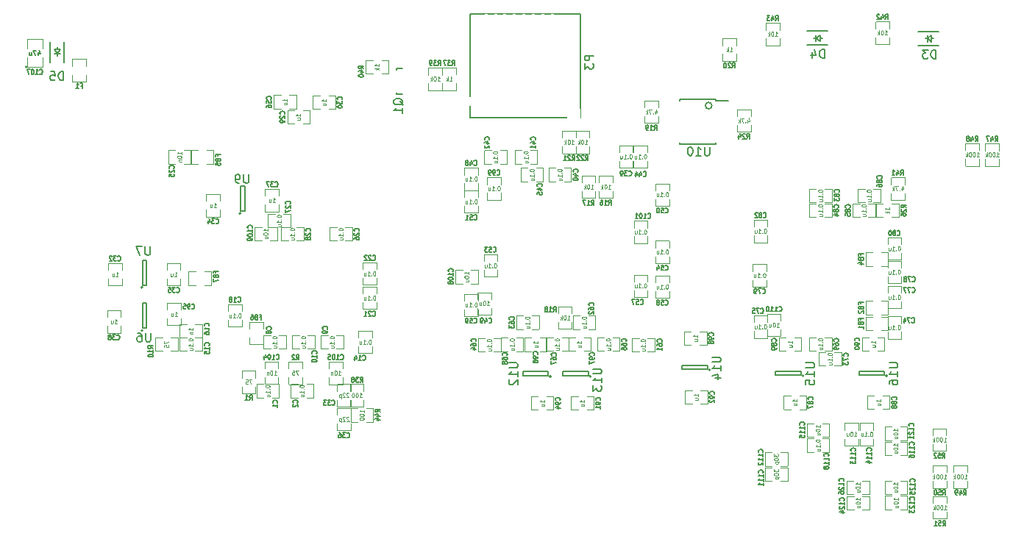
<source format=gbo>
G04 #@! TF.GenerationSoftware,KiCad,Pcbnew,(5.1.4-0-10_14)*
G04 #@! TF.CreationDate,2020-05-24T16:50:31+09:00*
G04 #@! TF.ProjectId,ossc_board,6f737363-5f62-46f6-9172-642e6b696361,rev?*
G04 #@! TF.SameCoordinates,Original*
G04 #@! TF.FileFunction,Legend,Bot*
G04 #@! TF.FilePolarity,Positive*
%FSLAX46Y46*%
G04 Gerber Fmt 4.6, Leading zero omitted, Abs format (unit mm)*
G04 Created by KiCad (PCBNEW (5.1.4-0-10_14)) date 2020-05-24 16:50:31*
%MOMM*%
%LPD*%
G04 APERTURE LIST*
%ADD10C,0.150000*%
%ADD11C,0.099060*%
%ADD12C,0.119380*%
%ADD13C,0.127000*%
%ADD14C,0.114300*%
%ADD15C,2.000000*%
%ADD16C,4.200000*%
%ADD17O,2.500000X2.500000*%
%ADD18C,4.000000*%
%ADD19C,2.300000*%
%ADD20C,1.506220*%
%ADD21C,4.064000*%
%ADD22C,1.500000*%
%ADD23R,1.560000X0.650000*%
%ADD24R,0.650000X1.560000*%
%ADD25R,1.500000X1.900000*%
%ADD26R,2.000000X1.000000*%
%ADD27R,0.400000X1.750000*%
%ADD28R,0.450000X1.400000*%
%ADD29C,1.600000*%
%ADD30C,4.500000*%
%ADD31R,1.800860X0.800100*%
%ADD32C,2.200000*%
%ADD33R,2.350000X0.600000*%
%ADD34R,4.000000X4.000000*%
%ADD35R,1.397000X0.889000*%
%ADD36R,1.143000X0.635000*%
%ADD37R,0.635000X1.143000*%
%ADD38R,1.700000X3.500000*%
%ADD39R,3.300000X3.300000*%
%ADD40C,3.300000*%
%ADD41R,0.900000X3.600000*%
%ADD42R,1.400000X0.450000*%
%ADD43C,0.690000*%
%ADD44C,2.700000*%
%ADD45C,1.750000*%
%ADD46C,0.900000*%
G04 APERTURE END LIST*
D10*
X28502000Y-49070100D02*
G75*
G03X28502000Y-49070100I-100000J0D01*
G01*
X28952000Y-48820100D02*
X28452000Y-48820100D01*
X28952000Y-45920100D02*
X28952000Y-48820100D01*
X28452000Y-45920100D02*
X28952000Y-45920100D01*
X28452000Y-48820100D02*
X28452000Y-45920100D01*
X39786000Y-40562000D02*
G75*
G03X39786000Y-40562000I-100000J0D01*
G01*
X40236000Y-40312000D02*
X39736000Y-40312000D01*
X40236000Y-37412000D02*
X40236000Y-40312000D01*
X39736000Y-37412000D02*
X40236000Y-37412000D01*
X39736000Y-40312000D02*
X39736000Y-37412000D01*
X104593800Y-59253400D02*
G75*
G03X104593800Y-59253400I-100000J0D01*
G01*
X104243800Y-58703400D02*
X104243800Y-59203400D01*
X101343800Y-58703400D02*
X104243800Y-58703400D01*
X101343800Y-59203400D02*
X101343800Y-58703400D01*
X104243800Y-59203400D02*
X101343800Y-59203400D01*
X114190000Y-59253400D02*
G75*
G03X114190000Y-59253400I-100000J0D01*
G01*
X113840000Y-58703400D02*
X113840000Y-59203400D01*
X110940000Y-58703400D02*
X113840000Y-58703400D01*
X110940000Y-59203400D02*
X110940000Y-58703400D01*
X113840000Y-59203400D02*
X110940000Y-59203400D01*
X28502000Y-54024000D02*
G75*
G03X28502000Y-54024000I-100000J0D01*
G01*
X28952000Y-53774000D02*
X28452000Y-53774000D01*
X28952000Y-50874000D02*
X28952000Y-53774000D01*
X28452000Y-50874000D02*
X28952000Y-50874000D01*
X28452000Y-53774000D02*
X28452000Y-50874000D01*
X75500000Y-59324600D02*
G75*
G03X75500000Y-59324600I-100000J0D01*
G01*
X75150000Y-58774600D02*
X75150000Y-59274600D01*
X72250000Y-58774600D02*
X75150000Y-58774600D01*
X72250000Y-59274600D02*
X72250000Y-58774600D01*
X75150000Y-59274600D02*
X72250000Y-59274600D01*
X80106000Y-59302600D02*
G75*
G03X80106000Y-59302600I-100000J0D01*
G01*
X79756000Y-58752600D02*
X79756000Y-59252600D01*
X76856000Y-58752600D02*
X79756000Y-58752600D01*
X76856000Y-59252600D02*
X76856000Y-58752600D01*
X79756000Y-59252600D02*
X76856000Y-59252600D01*
X93834000Y-58578000D02*
G75*
G03X93834000Y-58578000I-100000J0D01*
G01*
X93484000Y-58028000D02*
X93484000Y-58528000D01*
X90584000Y-58028000D02*
X93484000Y-58028000D01*
X90584000Y-58528000D02*
X90584000Y-58028000D01*
X93484000Y-58528000D02*
X90584000Y-58528000D01*
X66138000Y-17555000D02*
X66138000Y-29535000D01*
X66138000Y-29535000D02*
X78888000Y-29535000D01*
X78888000Y-29535000D02*
X78888000Y-17555000D01*
X78888000Y-17555000D02*
X66148000Y-17555000D01*
X18654000Y-21665000D02*
X18654000Y-21415000D01*
X18654000Y-22165000D02*
X18654000Y-22415000D01*
X18654000Y-22165000D02*
X19004000Y-21665000D01*
X19004000Y-21665000D02*
X18304000Y-21665000D01*
X18304000Y-21665000D02*
X18654000Y-22165000D01*
X19004000Y-22165000D02*
X18304000Y-22165000D01*
X17854000Y-23215000D02*
X17854000Y-20815000D01*
X19454000Y-23215000D02*
X19454000Y-20815000D01*
X58366800Y-23817180D02*
X57665760Y-23817180D01*
X57665760Y-23817180D02*
X57665760Y-24066100D01*
X57665760Y-26616160D02*
X57665760Y-26816820D01*
X57665760Y-26816820D02*
X58366800Y-26816820D01*
X94000754Y-28139760D02*
G75*
G03X94000754Y-28139760I-378554J0D01*
G01*
X94465300Y-27434200D02*
X94465300Y-27579200D01*
X90315300Y-27434200D02*
X90315300Y-27579200D01*
X90315300Y-32584200D02*
X90315300Y-32439200D01*
X94465300Y-32584200D02*
X94465300Y-32439200D01*
X94465300Y-27434200D02*
X90315300Y-27434200D01*
X94465300Y-32584200D02*
X90315300Y-32584200D01*
X94465300Y-27579200D02*
X95865300Y-27579200D01*
D11*
X15174380Y-23670640D02*
G75*
G03X15174380Y-23670640I-127000J0D01*
G01*
X15171840Y-22614000D02*
X15171840Y-23693500D01*
X15182000Y-23703660D02*
X16960000Y-23703660D01*
X16970160Y-23693500D02*
X16970160Y-22614000D01*
X16970160Y-21598000D02*
X16970160Y-20518500D01*
X16960000Y-20508340D02*
X15182000Y-20508340D01*
X15171840Y-20518500D02*
X15171840Y-21598000D01*
D12*
X39903740Y-59480820D02*
X39903740Y-58698500D01*
X39903740Y-60481580D02*
X39903740Y-61263900D01*
X41473460Y-59480820D02*
X41473460Y-58698500D01*
X41473460Y-61263900D02*
X41473460Y-60481580D01*
X41450600Y-58690880D02*
X39926600Y-58690880D01*
X39926600Y-61271520D02*
X41450600Y-61271520D01*
X45275140Y-58437620D02*
X45275140Y-57655300D01*
X45275140Y-59438380D02*
X45275140Y-60220700D01*
X46844860Y-58437620D02*
X46844860Y-57655300D01*
X46844860Y-60220700D02*
X46844860Y-59438380D01*
X46822000Y-57647680D02*
X45298000Y-57647680D01*
X45298000Y-60228320D02*
X46822000Y-60228320D01*
X31742380Y-54841140D02*
X32524700Y-54841140D01*
X30741620Y-54841140D02*
X29959300Y-54841140D01*
X31742380Y-56410860D02*
X32524700Y-56410860D01*
X29959300Y-56410860D02*
X30741620Y-56410860D01*
X32532320Y-56388000D02*
X32532320Y-54864000D01*
X29951680Y-54864000D02*
X29951680Y-56388000D01*
X81003140Y-36990020D02*
X81003140Y-36207700D01*
X81003140Y-37990780D02*
X81003140Y-38773100D01*
X82572860Y-36990020D02*
X82572860Y-36207700D01*
X82572860Y-38773100D02*
X82572860Y-37990780D01*
X82550000Y-36200080D02*
X81026000Y-36200080D01*
X81026000Y-38780720D02*
X82550000Y-38780720D01*
X80591660Y-37990780D02*
X80591660Y-38773100D01*
X80591660Y-36990020D02*
X80591660Y-36207700D01*
X79021940Y-37990780D02*
X79021940Y-38773100D01*
X79021940Y-36207700D02*
X79021940Y-36990020D01*
X79044800Y-38780720D02*
X80568800Y-38780720D01*
X80568800Y-36200080D02*
X79044800Y-36200080D01*
X77873860Y-53052980D02*
X77873860Y-53835300D01*
X77873860Y-52052220D02*
X77873860Y-51269900D01*
X76304140Y-53052980D02*
X76304140Y-53835300D01*
X76304140Y-51269900D02*
X76304140Y-52052220D01*
X76327000Y-53842920D02*
X77851000Y-53842920D01*
X77851000Y-51262280D02*
X76327000Y-51262280D01*
X86258740Y-28365820D02*
X86258740Y-27583500D01*
X86258740Y-29366580D02*
X86258740Y-30148900D01*
X87828460Y-28365820D02*
X87828460Y-27583500D01*
X87828460Y-30148900D02*
X87828460Y-29366580D01*
X87805600Y-27575880D02*
X86281600Y-27575880D01*
X86281600Y-30156520D02*
X87805600Y-30156520D01*
X95215140Y-21199620D02*
X95215140Y-20417300D01*
X95215140Y-22200380D02*
X95215140Y-22982700D01*
X96784860Y-21199620D02*
X96784860Y-20417300D01*
X96784860Y-22982700D02*
X96784860Y-22200380D01*
X96762000Y-20409680D02*
X95238000Y-20409680D01*
X95238000Y-22990320D02*
X96762000Y-22990320D01*
X76782140Y-31848620D02*
X76782140Y-31066300D01*
X76782140Y-32849380D02*
X76782140Y-33631700D01*
X78351860Y-31848620D02*
X78351860Y-31066300D01*
X78351860Y-33631700D02*
X78351860Y-32849380D01*
X78329000Y-31058680D02*
X76805000Y-31058680D01*
X76805000Y-33639320D02*
X78329000Y-33639320D01*
X78331140Y-31848620D02*
X78331140Y-31066300D01*
X78331140Y-32849380D02*
X78331140Y-33631700D01*
X79900860Y-31848620D02*
X79900860Y-31066300D01*
X79900860Y-33631700D02*
X79900860Y-32849380D01*
X79878000Y-31058680D02*
X78354000Y-31058680D01*
X78354000Y-33639320D02*
X79878000Y-33639320D01*
X96901340Y-29356420D02*
X96901340Y-28574100D01*
X96901340Y-30357180D02*
X96901340Y-31139500D01*
X98471060Y-29356420D02*
X98471060Y-28574100D01*
X98471060Y-31139500D02*
X98471060Y-30357180D01*
X98448200Y-28566480D02*
X96924200Y-28566480D01*
X96924200Y-31147120D02*
X98448200Y-31147120D01*
X114700380Y-39415140D02*
X115482700Y-39415140D01*
X113699620Y-39415140D02*
X112917300Y-39415140D01*
X114700380Y-40984860D02*
X115482700Y-40984860D01*
X112917300Y-40984860D02*
X113699620Y-40984860D01*
X115490320Y-40962000D02*
X115490320Y-39438000D01*
X112909680Y-39438000D02*
X112909680Y-40962000D01*
X20399140Y-23578620D02*
X20399140Y-22796300D01*
X20399140Y-24579380D02*
X20399140Y-25361700D01*
X21968860Y-23578620D02*
X21968860Y-22796300D01*
X21968860Y-25361700D02*
X21968860Y-24579380D01*
X21946000Y-22788680D02*
X20422000Y-22788680D01*
X20422000Y-25369320D02*
X21946000Y-25369320D01*
X42349760Y-54855480D02*
X42349760Y-55637800D01*
X42349760Y-53854720D02*
X42349760Y-53072400D01*
X40780040Y-54855480D02*
X40780040Y-55637800D01*
X40780040Y-53072400D02*
X40780040Y-53854720D01*
X40802900Y-55645420D02*
X42326900Y-55645420D01*
X42326900Y-53064780D02*
X40802900Y-53064780D01*
X113492380Y-52436140D02*
X114274700Y-52436140D01*
X112491620Y-52436140D02*
X111709300Y-52436140D01*
X113492380Y-54005860D02*
X114274700Y-54005860D01*
X111709300Y-54005860D02*
X112491620Y-54005860D01*
X114282320Y-53983000D02*
X114282320Y-52459000D01*
X111701680Y-52459000D02*
X111701680Y-53983000D01*
X113489380Y-50622140D02*
X114271700Y-50622140D01*
X112488620Y-50622140D02*
X111706300Y-50622140D01*
X113489380Y-52191860D02*
X114271700Y-52191860D01*
X111706300Y-52191860D02*
X112488620Y-52191860D01*
X114279320Y-52169000D02*
X114279320Y-50645000D01*
X111698680Y-50645000D02*
X111698680Y-52169000D01*
X113497380Y-45026140D02*
X114279700Y-45026140D01*
X112496620Y-45026140D02*
X111714300Y-45026140D01*
X113497380Y-46595860D02*
X114279700Y-46595860D01*
X111714300Y-46595860D02*
X112496620Y-46595860D01*
X114287320Y-46573000D02*
X114287320Y-45049000D01*
X111706680Y-45049000D02*
X111706680Y-46573000D01*
X35834380Y-33261140D02*
X36616700Y-33261140D01*
X34833620Y-33261140D02*
X34051300Y-33261140D01*
X35834380Y-34830860D02*
X36616700Y-34830860D01*
X34051300Y-34830860D02*
X34833620Y-34830860D01*
X36624320Y-34808000D02*
X36624320Y-33284000D01*
X34043680Y-33284000D02*
X34043680Y-34808000D01*
X114413860Y-20266380D02*
X114413860Y-21048700D01*
X114413860Y-19265620D02*
X114413860Y-18483300D01*
X112844140Y-20266380D02*
X112844140Y-21048700D01*
X112844140Y-18483300D02*
X112844140Y-19265620D01*
X112867000Y-21056320D02*
X114391000Y-21056320D01*
X114391000Y-18475680D02*
X112867000Y-18475680D01*
X101772860Y-20419380D02*
X101772860Y-21201700D01*
X101772860Y-19418620D02*
X101772860Y-18636300D01*
X100203140Y-20419380D02*
X100203140Y-21201700D01*
X100203140Y-18636300D02*
X100203140Y-19418620D01*
X100226000Y-21209320D02*
X101750000Y-21209320D01*
X101750000Y-18628680D02*
X100226000Y-18628680D01*
X35562880Y-47232940D02*
X36345200Y-47232940D01*
X34562120Y-47232940D02*
X33779800Y-47232940D01*
X35562880Y-48802660D02*
X36345200Y-48802660D01*
X33779800Y-48802660D02*
X34562120Y-48802660D01*
X36352820Y-48779800D02*
X36352820Y-47255800D01*
X33772180Y-47255800D02*
X33772180Y-48779800D01*
X64533860Y-25577380D02*
X64533860Y-26359700D01*
X64533860Y-24576620D02*
X64533860Y-23794300D01*
X62964140Y-25577380D02*
X62964140Y-26359700D01*
X62964140Y-23794300D02*
X62964140Y-24576620D01*
X62987000Y-26367320D02*
X64511000Y-26367320D01*
X64511000Y-23786680D02*
X62987000Y-23786680D01*
X52357140Y-61008620D02*
X52357140Y-60226300D01*
X52357140Y-62009380D02*
X52357140Y-62791700D01*
X53926860Y-61008620D02*
X53926860Y-60226300D01*
X53926860Y-62791700D02*
X53926860Y-62009380D01*
X53904000Y-60218680D02*
X52380000Y-60218680D01*
X52380000Y-62799320D02*
X53904000Y-62799320D01*
X53220620Y-64548860D02*
X52438300Y-64548860D01*
X54221380Y-64548860D02*
X55003700Y-64548860D01*
X53220620Y-62979140D02*
X52438300Y-62979140D01*
X55003700Y-62979140D02*
X54221380Y-62979140D01*
X52430680Y-63002000D02*
X52430680Y-64526000D01*
X55011320Y-64526000D02*
X55011320Y-63002000D01*
X62917860Y-25585380D02*
X62917860Y-26367700D01*
X62917860Y-24584620D02*
X62917860Y-23802300D01*
X61348140Y-25585380D02*
X61348140Y-26367700D01*
X61348140Y-23802300D02*
X61348140Y-24584620D01*
X61371000Y-26375320D02*
X62895000Y-26375320D01*
X62895000Y-23794680D02*
X61371000Y-23794680D01*
X54969620Y-24478860D02*
X54187300Y-24478860D01*
X55970380Y-24478860D02*
X56752700Y-24478860D01*
X54969620Y-22909140D02*
X54187300Y-22909140D01*
X56752700Y-22909140D02*
X55970380Y-22909140D01*
X54179680Y-22932000D02*
X54179680Y-24456000D01*
X56760320Y-24456000D02*
X56760320Y-22932000D01*
X114625140Y-37219620D02*
X114625140Y-36437300D01*
X114625140Y-38220380D02*
X114625140Y-39002700D01*
X116194860Y-37219620D02*
X116194860Y-36437300D01*
X116194860Y-39002700D02*
X116194860Y-38220380D01*
X116172000Y-36429680D02*
X114648000Y-36429680D01*
X114648000Y-39010320D02*
X116172000Y-39010320D01*
X43373380Y-60212340D02*
X44155700Y-60212340D01*
X42372620Y-60212340D02*
X41590300Y-60212340D01*
X43373380Y-61782060D02*
X44155700Y-61782060D01*
X41590300Y-61782060D02*
X42372620Y-61782060D01*
X44163320Y-61759200D02*
X44163320Y-60235200D01*
X41582680Y-60235200D02*
X41582680Y-61759200D01*
X47335780Y-60212340D02*
X48118100Y-60212340D01*
X46335020Y-60212340D02*
X45552700Y-60212340D01*
X47335780Y-61782060D02*
X48118100Y-61782060D01*
X45552700Y-61782060D02*
X46335020Y-61782060D01*
X48125720Y-61759200D02*
X48125720Y-60235200D01*
X45545080Y-60235200D02*
X45545080Y-61759200D01*
X44188380Y-54587140D02*
X44970700Y-54587140D01*
X43187620Y-54587140D02*
X42405300Y-54587140D01*
X44188380Y-56156860D02*
X44970700Y-56156860D01*
X42405300Y-56156860D02*
X43187620Y-56156860D01*
X44978320Y-56134000D02*
X44978320Y-54610000D01*
X42397680Y-54610000D02*
X42397680Y-56134000D01*
X50792380Y-54587140D02*
X51574700Y-54587140D01*
X49791620Y-54587140D02*
X49009300Y-54587140D01*
X50792380Y-56156860D02*
X51574700Y-56156860D01*
X49009300Y-56156860D02*
X49791620Y-56156860D01*
X51582320Y-56134000D02*
X51582320Y-54610000D01*
X49001680Y-54610000D02*
X49001680Y-56134000D01*
X47490380Y-54587140D02*
X48272700Y-54587140D01*
X46489620Y-54587140D02*
X45707300Y-54587140D01*
X47490380Y-56156860D02*
X48272700Y-56156860D01*
X45707300Y-56156860D02*
X46489620Y-56156860D01*
X48280320Y-56134000D02*
X48280320Y-54610000D01*
X45699680Y-54610000D02*
X45699680Y-56134000D01*
X53317140Y-54871620D02*
X53317140Y-54089300D01*
X53317140Y-55872380D02*
X53317140Y-56654700D01*
X54886860Y-54871620D02*
X54886860Y-54089300D01*
X54886860Y-56654700D02*
X54886860Y-55872380D01*
X54864000Y-54081680D02*
X53340000Y-54081680D01*
X53340000Y-56662320D02*
X54864000Y-56662320D01*
X34536380Y-54841140D02*
X35318700Y-54841140D01*
X33535620Y-54841140D02*
X32753300Y-54841140D01*
X34536380Y-56410860D02*
X35318700Y-56410860D01*
X32753300Y-56410860D02*
X33535620Y-56410860D01*
X35326320Y-56388000D02*
X35326320Y-54864000D01*
X32745680Y-54864000D02*
X32745680Y-56388000D01*
X34536380Y-53317140D02*
X35318700Y-53317140D01*
X33535620Y-53317140D02*
X32753300Y-53317140D01*
X34536380Y-54886860D02*
X35318700Y-54886860D01*
X32753300Y-54886860D02*
X33535620Y-54886860D01*
X35326320Y-54864000D02*
X35326320Y-53340000D01*
X32745680Y-53340000D02*
X32745680Y-54864000D01*
X39900860Y-52824380D02*
X39900860Y-53606700D01*
X39900860Y-51823620D02*
X39900860Y-51041300D01*
X38331140Y-52824380D02*
X38331140Y-53606700D01*
X38331140Y-51041300D02*
X38331140Y-51823620D01*
X38354000Y-53614320D02*
X39878000Y-53614320D01*
X39878000Y-51033680D02*
X38354000Y-51033680D01*
X53825140Y-49791620D02*
X53825140Y-49009300D01*
X53825140Y-50792380D02*
X53825140Y-51574700D01*
X55394860Y-49791620D02*
X55394860Y-49009300D01*
X55394860Y-51574700D02*
X55394860Y-50792380D01*
X55372000Y-49001680D02*
X53848000Y-49001680D01*
X53848000Y-51582320D02*
X55372000Y-51582320D01*
X53825140Y-46997620D02*
X53825140Y-46215300D01*
X53825140Y-47998380D02*
X53825140Y-48780700D01*
X55394860Y-46997620D02*
X55394860Y-46215300D01*
X55394860Y-48780700D02*
X55394860Y-47998380D01*
X55372000Y-46207680D02*
X53848000Y-46207680D01*
X53848000Y-48788320D02*
X55372000Y-48788320D01*
X32227620Y-34830860D02*
X31445300Y-34830860D01*
X33228380Y-34830860D02*
X34010700Y-34830860D01*
X32227620Y-33261140D02*
X31445300Y-33261140D01*
X34010700Y-33261140D02*
X33228380Y-33261140D01*
X31437680Y-33284000D02*
X31437680Y-34808000D01*
X34018320Y-34808000D02*
X34018320Y-33284000D01*
X50807620Y-43710860D02*
X50025300Y-43710860D01*
X51808380Y-43710860D02*
X52590700Y-43710860D01*
X50807620Y-42141140D02*
X50025300Y-42141140D01*
X52590700Y-42141140D02*
X51808380Y-42141140D01*
X50017680Y-42164000D02*
X50017680Y-43688000D01*
X52598320Y-43688000D02*
X52598320Y-42164000D01*
X44696380Y-40617140D02*
X45478700Y-40617140D01*
X43695620Y-40617140D02*
X42913300Y-40617140D01*
X44696380Y-42186860D02*
X45478700Y-42186860D01*
X42913300Y-42186860D02*
X43695620Y-42186860D01*
X45486320Y-42164000D02*
X45486320Y-40640000D01*
X42905680Y-40640000D02*
X42905680Y-42164000D01*
X45219620Y-43710860D02*
X44437300Y-43710860D01*
X46220380Y-43710860D02*
X47002700Y-43710860D01*
X45219620Y-42141140D02*
X44437300Y-42141140D01*
X47002700Y-42141140D02*
X46220380Y-42141140D01*
X44429680Y-42164000D02*
X44429680Y-43688000D01*
X47010320Y-43688000D02*
X47010320Y-42164000D01*
X46921380Y-28659140D02*
X47703700Y-28659140D01*
X45920620Y-28659140D02*
X45138300Y-28659140D01*
X46921380Y-30228860D02*
X47703700Y-30228860D01*
X45138300Y-30228860D02*
X45920620Y-30228860D01*
X47711320Y-30206000D02*
X47711320Y-28682000D01*
X45130680Y-28682000D02*
X45130680Y-30206000D01*
X48875020Y-28546160D02*
X48092700Y-28546160D01*
X49875780Y-28546160D02*
X50658100Y-28546160D01*
X48875020Y-26976440D02*
X48092700Y-26976440D01*
X50658100Y-26976440D02*
X49875780Y-26976440D01*
X48085080Y-26999300D02*
X48085080Y-28523300D01*
X50665720Y-28523300D02*
X50665720Y-26999300D01*
X26081060Y-48086380D02*
X26081060Y-48868700D01*
X26081060Y-47085620D02*
X26081060Y-46303300D01*
X24511340Y-48086380D02*
X24511340Y-48868700D01*
X24511340Y-46303300D02*
X24511340Y-47085620D01*
X24534200Y-48876320D02*
X26058200Y-48876320D01*
X26058200Y-46295680D02*
X24534200Y-46295680D01*
X35808140Y-39138620D02*
X35808140Y-38356300D01*
X35808140Y-40139380D02*
X35808140Y-40921700D01*
X37377860Y-39138620D02*
X37377860Y-38356300D01*
X37377860Y-40921700D02*
X37377860Y-40139380D01*
X37355000Y-38348680D02*
X35831000Y-38348680D01*
X35831000Y-40929320D02*
X37355000Y-40929320D01*
X31280440Y-47047520D02*
X31280440Y-46265200D01*
X31280440Y-48048280D02*
X31280440Y-48830600D01*
X32850160Y-47047520D02*
X32850160Y-46265200D01*
X32850160Y-48830600D02*
X32850160Y-48048280D01*
X32827300Y-46257580D02*
X31303300Y-46257580D01*
X31303300Y-48838220D02*
X32827300Y-48838220D01*
X42580140Y-38544620D02*
X42580140Y-37762300D01*
X42580140Y-39545380D02*
X42580140Y-40327700D01*
X44149860Y-38544620D02*
X44149860Y-37762300D01*
X44149860Y-40327700D02*
X44149860Y-39545380D01*
X44127000Y-37754680D02*
X42603000Y-37754680D01*
X42603000Y-40335320D02*
X44127000Y-40335320D01*
X24402140Y-52514620D02*
X24402140Y-51732300D01*
X24402140Y-53515380D02*
X24402140Y-54297700D01*
X25971860Y-52514620D02*
X25971860Y-51732300D01*
X25971860Y-54297700D02*
X25971860Y-53515380D01*
X25949000Y-51724680D02*
X24425000Y-51724680D01*
X24425000Y-54305320D02*
X25949000Y-54305320D01*
X83330140Y-33510620D02*
X83330140Y-32728300D01*
X83330140Y-34511380D02*
X83330140Y-35293700D01*
X84899860Y-33510620D02*
X84899860Y-32728300D01*
X84899860Y-35293700D02*
X84899860Y-34511380D01*
X84877000Y-32720680D02*
X83353000Y-32720680D01*
X83353000Y-35301320D02*
X84877000Y-35301320D01*
X75999620Y-36884860D02*
X75217300Y-36884860D01*
X77000380Y-36884860D02*
X77782700Y-36884860D01*
X75999620Y-35315140D02*
X75217300Y-35315140D01*
X77782700Y-35315140D02*
X77000380Y-35315140D01*
X75209680Y-35338000D02*
X75209680Y-36862000D01*
X77790320Y-36862000D02*
X77790320Y-35338000D01*
X73100380Y-33276140D02*
X73882700Y-33276140D01*
X72099620Y-33276140D02*
X71317300Y-33276140D01*
X73100380Y-34845860D02*
X73882700Y-34845860D01*
X71317300Y-34845860D02*
X72099620Y-34845860D01*
X73890320Y-34823000D02*
X73890320Y-33299000D01*
X71309680Y-33299000D02*
X71309680Y-34823000D01*
X68600620Y-34848860D02*
X67818300Y-34848860D01*
X69601380Y-34848860D02*
X70383700Y-34848860D01*
X68600620Y-33279140D02*
X67818300Y-33279140D01*
X70383700Y-33279140D02*
X69601380Y-33279140D01*
X67810680Y-33302000D02*
X67810680Y-34826000D01*
X70391320Y-34826000D02*
X70391320Y-33302000D01*
X85001140Y-33505620D02*
X85001140Y-32723300D01*
X85001140Y-34506380D02*
X85001140Y-35288700D01*
X86570860Y-33505620D02*
X86570860Y-32723300D01*
X86570860Y-35288700D02*
X86570860Y-34506380D01*
X86548000Y-32715680D02*
X85024000Y-32715680D01*
X85024000Y-35296320D02*
X86548000Y-35296320D01*
X72799620Y-36884860D02*
X72017300Y-36884860D01*
X73800380Y-36884860D02*
X74582700Y-36884860D01*
X72799620Y-35315140D02*
X72017300Y-35315140D01*
X74582700Y-35315140D02*
X73800380Y-35315140D01*
X72009680Y-35338000D02*
X72009680Y-36862000D01*
X74590320Y-36862000D02*
X74590320Y-35338000D01*
X67084860Y-37100380D02*
X67084860Y-37882700D01*
X67084860Y-36099620D02*
X67084860Y-35317300D01*
X65515140Y-37100380D02*
X65515140Y-37882700D01*
X65515140Y-35317300D02*
X65515140Y-36099620D01*
X65538000Y-37890320D02*
X67062000Y-37890320D01*
X67062000Y-35309680D02*
X65538000Y-35309680D01*
X87515140Y-37899620D02*
X87515140Y-37117300D01*
X87515140Y-38900380D02*
X87515140Y-39682700D01*
X89084860Y-37899620D02*
X89084860Y-37117300D01*
X89084860Y-39682700D02*
X89084860Y-38900380D01*
X89062000Y-37109680D02*
X87538000Y-37109680D01*
X87538000Y-39690320D02*
X89062000Y-39690320D01*
X65515140Y-38699620D02*
X65515140Y-37917300D01*
X65515140Y-39700380D02*
X65515140Y-40482700D01*
X67084860Y-38699620D02*
X67084860Y-37917300D01*
X67084860Y-40482700D02*
X67084860Y-39700380D01*
X67062000Y-37909680D02*
X65538000Y-37909680D01*
X65538000Y-40490320D02*
X67062000Y-40490320D01*
X69308860Y-47058380D02*
X69308860Y-47840700D01*
X69308860Y-46057620D02*
X69308860Y-45275300D01*
X67739140Y-47058380D02*
X67739140Y-47840700D01*
X67739140Y-45275300D02*
X67739140Y-46057620D01*
X67762000Y-47848320D02*
X69286000Y-47848320D01*
X69286000Y-45267680D02*
X67762000Y-45267680D01*
X87515140Y-44499620D02*
X87515140Y-43717300D01*
X87515140Y-45500380D02*
X87515140Y-46282700D01*
X89084860Y-44499620D02*
X89084860Y-43717300D01*
X89084860Y-46282700D02*
X89084860Y-45500380D01*
X89062000Y-43709680D02*
X87538000Y-43709680D01*
X87538000Y-46290320D02*
X89062000Y-46290320D01*
X45379980Y-26925640D02*
X46162300Y-26925640D01*
X44379220Y-26925640D02*
X43596900Y-26925640D01*
X45379980Y-28495360D02*
X46162300Y-28495360D01*
X43596900Y-28495360D02*
X44379220Y-28495360D01*
X46169920Y-28472500D02*
X46169920Y-26948500D01*
X43589280Y-26948500D02*
X43589280Y-28472500D01*
X85015140Y-48399620D02*
X85015140Y-47617300D01*
X85015140Y-49400380D02*
X85015140Y-50182700D01*
X86584860Y-48399620D02*
X86584860Y-47617300D01*
X86584860Y-50182700D02*
X86584860Y-49400380D01*
X86562000Y-47609680D02*
X85038000Y-47609680D01*
X85038000Y-50190320D02*
X86562000Y-50190320D01*
X87515140Y-48499620D02*
X87515140Y-47717300D01*
X87515140Y-49500380D02*
X87515140Y-50282700D01*
X89084860Y-48499620D02*
X89084860Y-47717300D01*
X89084860Y-50282700D02*
X89084860Y-49500380D01*
X89062000Y-47709680D02*
X87538000Y-47709680D01*
X87538000Y-50290320D02*
X89062000Y-50290320D01*
X65515140Y-50599620D02*
X65515140Y-49817300D01*
X65515140Y-51600380D02*
X65515140Y-52382700D01*
X67084860Y-50599620D02*
X67084860Y-49817300D01*
X67084860Y-52382700D02*
X67084860Y-51600380D01*
X67062000Y-49809680D02*
X65538000Y-49809680D01*
X65538000Y-52390320D02*
X67062000Y-52390320D01*
X86600380Y-54915140D02*
X87382700Y-54915140D01*
X85599620Y-54915140D02*
X84817300Y-54915140D01*
X86600380Y-56484860D02*
X87382700Y-56484860D01*
X84817300Y-56484860D02*
X85599620Y-56484860D01*
X87390320Y-56462000D02*
X87390320Y-54938000D01*
X84809680Y-54938000D02*
X84809680Y-56462000D01*
X79800380Y-52315140D02*
X80582700Y-52315140D01*
X78799620Y-52315140D02*
X78017300Y-52315140D01*
X79800380Y-53884860D02*
X80582700Y-53884860D01*
X78017300Y-53884860D02*
X78799620Y-53884860D01*
X80590320Y-53862000D02*
X80590320Y-52338000D01*
X78009680Y-52338000D02*
X78009680Y-53862000D01*
X73300380Y-52315140D02*
X74082700Y-52315140D01*
X72299620Y-52315140D02*
X71517300Y-52315140D01*
X73300380Y-53884860D02*
X74082700Y-53884860D01*
X71517300Y-53884860D02*
X72299620Y-53884860D01*
X74090320Y-53862000D02*
X74090320Y-52338000D01*
X71509680Y-52338000D02*
X71509680Y-53862000D01*
X67899620Y-56484860D02*
X67117300Y-56484860D01*
X68900380Y-56484860D02*
X69682700Y-56484860D01*
X67899620Y-54915140D02*
X67117300Y-54915140D01*
X69682700Y-54915140D02*
X68900380Y-54915140D01*
X67109680Y-54938000D02*
X67109680Y-56462000D01*
X69690320Y-56462000D02*
X69690320Y-54938000D01*
X81587620Y-56405860D02*
X80805300Y-56405860D01*
X82588380Y-56405860D02*
X83370700Y-56405860D01*
X81587620Y-54836140D02*
X80805300Y-54836140D01*
X83370700Y-54836140D02*
X82588380Y-54836140D01*
X80797680Y-54859000D02*
X80797680Y-56383000D01*
X83378320Y-56383000D02*
X83378320Y-54859000D01*
X76719380Y-54840140D02*
X77501700Y-54840140D01*
X75718620Y-54840140D02*
X74936300Y-54840140D01*
X76719380Y-56409860D02*
X77501700Y-56409860D01*
X74936300Y-56409860D02*
X75718620Y-56409860D01*
X77509320Y-56387000D02*
X77509320Y-54863000D01*
X74928680Y-54863000D02*
X74928680Y-56387000D01*
X71500380Y-54845140D02*
X72282700Y-54845140D01*
X70499620Y-54845140D02*
X69717300Y-54845140D01*
X71500380Y-56414860D02*
X72282700Y-56414860D01*
X69717300Y-56414860D02*
X70499620Y-56414860D01*
X72290320Y-56392000D02*
X72290320Y-54868000D01*
X69709680Y-54868000D02*
X69709680Y-56392000D01*
X105999620Y-56384860D02*
X105217300Y-56384860D01*
X107000380Y-56384860D02*
X107782700Y-56384860D01*
X105999620Y-54815140D02*
X105217300Y-54815140D01*
X107782700Y-54815140D02*
X107000380Y-54815140D01*
X105209680Y-54838000D02*
X105209680Y-56362000D01*
X107790320Y-56362000D02*
X107790320Y-54838000D01*
X107099620Y-58084860D02*
X106317300Y-58084860D01*
X108100380Y-58084860D02*
X108882700Y-58084860D01*
X107099620Y-56515140D02*
X106317300Y-56515140D01*
X108882700Y-56515140D02*
X108100380Y-56515140D01*
X106309680Y-56538000D02*
X106309680Y-58062000D01*
X108890320Y-58062000D02*
X108890320Y-56538000D01*
X115784860Y-54200380D02*
X115784860Y-54982700D01*
X115784860Y-53199620D02*
X115784860Y-52417300D01*
X114215140Y-54200380D02*
X114215140Y-54982700D01*
X114215140Y-52417300D02*
X114215140Y-53199620D01*
X114238000Y-54990320D02*
X115762000Y-54990320D01*
X115762000Y-52409680D02*
X114238000Y-52409680D01*
X100384860Y-54100380D02*
X100384860Y-54882700D01*
X100384860Y-53099620D02*
X100384860Y-52317300D01*
X98815140Y-54100380D02*
X98815140Y-54882700D01*
X98815140Y-52317300D02*
X98815140Y-53099620D01*
X98838000Y-54890320D02*
X100362000Y-54890320D01*
X100362000Y-52309680D02*
X98838000Y-52309680D01*
X114215140Y-49699620D02*
X114215140Y-48917300D01*
X114215140Y-50700380D02*
X114215140Y-51482700D01*
X115784860Y-49699620D02*
X115784860Y-48917300D01*
X115784860Y-51482700D02*
X115784860Y-50700380D01*
X115762000Y-48909680D02*
X114238000Y-48909680D01*
X114238000Y-51490320D02*
X115762000Y-51490320D01*
X114215140Y-46799620D02*
X114215140Y-46017300D01*
X114215140Y-47800380D02*
X114215140Y-48582700D01*
X115784860Y-46799620D02*
X115784860Y-46017300D01*
X115784860Y-48582700D02*
X115784860Y-47800380D01*
X115762000Y-46009680D02*
X114238000Y-46009680D01*
X114238000Y-48590320D02*
X115762000Y-48590320D01*
X98715140Y-47199620D02*
X98715140Y-46417300D01*
X98715140Y-48200380D02*
X98715140Y-48982700D01*
X100284860Y-47199620D02*
X100284860Y-46417300D01*
X100284860Y-48982700D02*
X100284860Y-48200380D01*
X100262000Y-46409680D02*
X98738000Y-46409680D01*
X98738000Y-48990320D02*
X100262000Y-48990320D01*
X114215140Y-44099620D02*
X114215140Y-43317300D01*
X114215140Y-45100380D02*
X114215140Y-45882700D01*
X115784860Y-44099620D02*
X115784860Y-43317300D01*
X115784860Y-45882700D02*
X115784860Y-45100380D01*
X115762000Y-43309680D02*
X114238000Y-43309680D01*
X114238000Y-45890320D02*
X115762000Y-45890320D01*
X100384860Y-43100380D02*
X100384860Y-43882700D01*
X100384860Y-42099620D02*
X100384860Y-41317300D01*
X98815140Y-43100380D02*
X98815140Y-43882700D01*
X98815140Y-41317300D02*
X98815140Y-42099620D01*
X98838000Y-43890320D02*
X100362000Y-43890320D01*
X100362000Y-41309680D02*
X98838000Y-41309680D01*
X107000380Y-37715140D02*
X107782700Y-37715140D01*
X105999620Y-37715140D02*
X105217300Y-37715140D01*
X107000380Y-39284860D02*
X107782700Y-39284860D01*
X105217300Y-39284860D02*
X105999620Y-39284860D01*
X107790320Y-39262000D02*
X107790320Y-37738000D01*
X105209680Y-37738000D02*
X105209680Y-39262000D01*
X105999620Y-40984860D02*
X105217300Y-40984860D01*
X107000380Y-40984860D02*
X107782700Y-40984860D01*
X105999620Y-39415140D02*
X105217300Y-39415140D01*
X107782700Y-39415140D02*
X107000380Y-39415140D01*
X105209680Y-39438000D02*
X105209680Y-40962000D01*
X107790320Y-40962000D02*
X107790320Y-39438000D01*
X112000380Y-39415140D02*
X112782700Y-39415140D01*
X110999620Y-39415140D02*
X110217300Y-39415140D01*
X112000380Y-40984860D02*
X112782700Y-40984860D01*
X110217300Y-40984860D02*
X110999620Y-40984860D01*
X112790320Y-40962000D02*
X112790320Y-39438000D01*
X110209680Y-39438000D02*
X110209680Y-40962000D01*
X111599620Y-39284860D02*
X110817300Y-39284860D01*
X112600380Y-39284860D02*
X113382700Y-39284860D01*
X111599620Y-37715140D02*
X110817300Y-37715140D01*
X113382700Y-37715140D02*
X112600380Y-37715140D01*
X110809680Y-37738000D02*
X110809680Y-39262000D01*
X113390320Y-39262000D02*
X113390320Y-37738000D01*
X103060620Y-63100860D02*
X102278300Y-63100860D01*
X104061380Y-63100860D02*
X104843700Y-63100860D01*
X103060620Y-61531140D02*
X102278300Y-61531140D01*
X104843700Y-61531140D02*
X104061380Y-61531140D01*
X102270680Y-61554000D02*
X102270680Y-63078000D01*
X104851320Y-63078000D02*
X104851320Y-61554000D01*
X112666620Y-63095860D02*
X111884300Y-63095860D01*
X113667380Y-63095860D02*
X114449700Y-63095860D01*
X112666620Y-61526140D02*
X111884300Y-61526140D01*
X114449700Y-61526140D02*
X113667380Y-61526140D01*
X111876680Y-61549000D02*
X111876680Y-63073000D01*
X114457320Y-63073000D02*
X114457320Y-61549000D01*
X102499620Y-56384860D02*
X101717300Y-56384860D01*
X103500380Y-56384860D02*
X104282700Y-56384860D01*
X102499620Y-54815140D02*
X101717300Y-54815140D01*
X104282700Y-54815140D02*
X103500380Y-54815140D01*
X101709680Y-54838000D02*
X101709680Y-56362000D01*
X104290320Y-56362000D02*
X104290320Y-54838000D01*
X112058220Y-56385460D02*
X111275900Y-56385460D01*
X113058980Y-56385460D02*
X113841300Y-56385460D01*
X112058220Y-54815740D02*
X111275900Y-54815740D01*
X113841300Y-54815740D02*
X113058980Y-54815740D01*
X111268280Y-54838600D02*
X111268280Y-56362600D01*
X113848920Y-56362600D02*
X113848920Y-54838600D01*
X78596620Y-63180460D02*
X77814300Y-63180460D01*
X79597380Y-63180460D02*
X80379700Y-63180460D01*
X78596620Y-61610740D02*
X77814300Y-61610740D01*
X80379700Y-61610740D02*
X79597380Y-61610740D01*
X77806680Y-61633600D02*
X77806680Y-63157600D01*
X80387320Y-63157600D02*
X80387320Y-61633600D01*
X91701620Y-62481460D02*
X90919300Y-62481460D01*
X92702380Y-62481460D02*
X93484700Y-62481460D01*
X91701620Y-60911740D02*
X90919300Y-60911740D01*
X93484700Y-60911740D02*
X92702380Y-60911740D01*
X90911680Y-60934600D02*
X90911680Y-62458600D01*
X93492320Y-62458600D02*
X93492320Y-60934600D01*
X73967620Y-63175460D02*
X73185300Y-63175460D01*
X74968380Y-63175460D02*
X75750700Y-63175460D01*
X73967620Y-61605740D02*
X73185300Y-61605740D01*
X75750700Y-61605740D02*
X74968380Y-61605740D01*
X73177680Y-61628600D02*
X73177680Y-63152600D01*
X75758320Y-63152600D02*
X75758320Y-61628600D01*
X31320740Y-51645820D02*
X31320740Y-50863500D01*
X31320740Y-52646580D02*
X31320740Y-53428900D01*
X32890460Y-51645820D02*
X32890460Y-50863500D01*
X32890460Y-53428900D02*
X32890460Y-52646580D01*
X32867600Y-50855880D02*
X31343600Y-50855880D01*
X31343600Y-53436520D02*
X32867600Y-53436520D01*
X73185020Y-56414860D02*
X72402700Y-56414860D01*
X74185780Y-56414860D02*
X74968100Y-56414860D01*
X73185020Y-54845140D02*
X72402700Y-54845140D01*
X74968100Y-54845140D02*
X74185780Y-54845140D01*
X72395080Y-54868000D02*
X72395080Y-56392000D01*
X74975720Y-56392000D02*
X74975720Y-54868000D01*
X78259620Y-56409860D02*
X77477300Y-56409860D01*
X79260380Y-56409860D02*
X80042700Y-56409860D01*
X78259620Y-54840140D02*
X77477300Y-54840140D01*
X80042700Y-54840140D02*
X79260380Y-54840140D01*
X77469680Y-54863000D02*
X77469680Y-56387000D01*
X80050320Y-56387000D02*
X80050320Y-54863000D01*
X91600020Y-55699660D02*
X90817700Y-55699660D01*
X92600780Y-55699660D02*
X93383100Y-55699660D01*
X91600020Y-54129940D02*
X90817700Y-54129940D01*
X93383100Y-54129940D02*
X92600780Y-54129940D01*
X90810080Y-54152800D02*
X90810080Y-55676800D01*
X93390720Y-55676800D02*
X93390720Y-54152800D01*
X69720460Y-38193980D02*
X69720460Y-38976300D01*
X69720460Y-37193220D02*
X69720460Y-36410900D01*
X68150740Y-38193980D02*
X68150740Y-38976300D01*
X68150740Y-36410900D02*
X68150740Y-37193220D01*
X68173600Y-38983920D02*
X69697600Y-38983920D01*
X69697600Y-36403280D02*
X68173600Y-36403280D01*
X85015140Y-42199620D02*
X85015140Y-41417300D01*
X85015140Y-43200380D02*
X85015140Y-43982700D01*
X86584860Y-42199620D02*
X86584860Y-41417300D01*
X86584860Y-43982700D02*
X86584860Y-43200380D01*
X86562000Y-41409680D02*
X85038000Y-41409680D01*
X85038000Y-43990320D02*
X86562000Y-43990320D01*
X44096860Y-59429380D02*
X44096860Y-60211700D01*
X44096860Y-58428620D02*
X44096860Y-57646300D01*
X42527140Y-59429380D02*
X42527140Y-60211700D01*
X42527140Y-57646300D02*
X42527140Y-58428620D01*
X42550000Y-60219320D02*
X44074000Y-60219320D01*
X44074000Y-57638680D02*
X42550000Y-57638680D01*
X51487860Y-59440180D02*
X51487860Y-60222500D01*
X51487860Y-58439420D02*
X51487860Y-57657100D01*
X49918140Y-59440180D02*
X49918140Y-60222500D01*
X49918140Y-57657100D02*
X49918140Y-58439420D01*
X49941000Y-60230120D02*
X51465000Y-60230120D01*
X51465000Y-57649480D02*
X49941000Y-57649480D01*
X52440860Y-62009380D02*
X52440860Y-62791700D01*
X52440860Y-61008620D02*
X52440860Y-60226300D01*
X50871140Y-62009380D02*
X50871140Y-62791700D01*
X50871140Y-60226300D02*
X50871140Y-61008620D01*
X50894000Y-62799320D02*
X52418000Y-62799320D01*
X52418000Y-60218680D02*
X50894000Y-60218680D01*
X52448860Y-64744380D02*
X52448860Y-65526700D01*
X52448860Y-63743620D02*
X52448860Y-62961300D01*
X50879140Y-64744380D02*
X50879140Y-65526700D01*
X50879140Y-62961300D02*
X50879140Y-63743620D01*
X50902000Y-65534320D02*
X52426000Y-65534320D01*
X52426000Y-62953680D02*
X50902000Y-62953680D01*
X67022140Y-50431620D02*
X67022140Y-49649300D01*
X67022140Y-51432380D02*
X67022140Y-52214700D01*
X68591860Y-50431620D02*
X68591860Y-49649300D01*
X68591860Y-52214700D02*
X68591860Y-51432380D01*
X68569000Y-49641680D02*
X67045000Y-49641680D01*
X67045000Y-52222320D02*
X68569000Y-52222320D01*
X65290620Y-48643860D02*
X64508300Y-48643860D01*
X66291380Y-48643860D02*
X67073700Y-48643860D01*
X65290620Y-47074140D02*
X64508300Y-47074140D01*
X67073700Y-47074140D02*
X66291380Y-47074140D01*
X64500680Y-47097000D02*
X64500680Y-48621000D01*
X67081320Y-48621000D02*
X67081320Y-47097000D01*
X42166620Y-43680860D02*
X41384300Y-43680860D01*
X43167380Y-43680860D02*
X43949700Y-43680860D01*
X42166620Y-42111140D02*
X41384300Y-42111140D01*
X43949700Y-42111140D02*
X43167380Y-42111140D01*
X41376680Y-42134000D02*
X41376680Y-43658000D01*
X43957320Y-43658000D02*
X43957320Y-42134000D01*
X101934860Y-53904380D02*
X101934860Y-54686700D01*
X101934860Y-52903620D02*
X101934860Y-52121300D01*
X100365140Y-53904380D02*
X100365140Y-54686700D01*
X100365140Y-52121300D02*
X100365140Y-52903620D01*
X100388000Y-54694320D02*
X101912000Y-54694320D01*
X101912000Y-52113680D02*
X100388000Y-52113680D01*
X100919620Y-71364860D02*
X100137300Y-71364860D01*
X101920380Y-71364860D02*
X102702700Y-71364860D01*
X100919620Y-69795140D02*
X100137300Y-69795140D01*
X102702700Y-69795140D02*
X101920380Y-69795140D01*
X100129680Y-69818000D02*
X100129680Y-71342000D01*
X102710320Y-71342000D02*
X102710320Y-69818000D01*
X100909620Y-69624860D02*
X100127300Y-69624860D01*
X101910380Y-69624860D02*
X102692700Y-69624860D01*
X100909620Y-68055140D02*
X100127300Y-68055140D01*
X102692700Y-68055140D02*
X101910380Y-68055140D01*
X100119680Y-68078000D02*
X100119680Y-69602000D01*
X102700320Y-69602000D02*
X102700320Y-68078000D01*
X109285140Y-65489620D02*
X109285140Y-64707300D01*
X109285140Y-66490380D02*
X109285140Y-67272700D01*
X110854860Y-65489620D02*
X110854860Y-64707300D01*
X110854860Y-67272700D02*
X110854860Y-66490380D01*
X110832000Y-64699680D02*
X109308000Y-64699680D01*
X109308000Y-67280320D02*
X110832000Y-67280320D01*
X111035140Y-65489620D02*
X111035140Y-64707300D01*
X111035140Y-66490380D02*
X111035140Y-67272700D01*
X112604860Y-65489620D02*
X112604860Y-64707300D01*
X112604860Y-67272700D02*
X112604860Y-66490380D01*
X112582000Y-64699680D02*
X111058000Y-64699680D01*
X111058000Y-67280320D02*
X112582000Y-67280320D01*
X105719620Y-66294860D02*
X104937300Y-66294860D01*
X106720380Y-66294860D02*
X107502700Y-66294860D01*
X105719620Y-64725140D02*
X104937300Y-64725140D01*
X107502700Y-64725140D02*
X106720380Y-64725140D01*
X104929680Y-64748000D02*
X104929680Y-66272000D01*
X107510320Y-66272000D02*
X107510320Y-64748000D01*
X114669620Y-68414860D02*
X113887300Y-68414860D01*
X115670380Y-68414860D02*
X116452700Y-68414860D01*
X114669620Y-66845140D02*
X113887300Y-66845140D01*
X116452700Y-66845140D02*
X115670380Y-66845140D01*
X113879680Y-66868000D02*
X113879680Y-68392000D01*
X116460320Y-68392000D02*
X116460320Y-66868000D01*
X105719620Y-68024860D02*
X104937300Y-68024860D01*
X106720380Y-68024860D02*
X107502700Y-68024860D01*
X105719620Y-66455140D02*
X104937300Y-66455140D01*
X107502700Y-66455140D02*
X106720380Y-66455140D01*
X104929680Y-66478000D02*
X104929680Y-68002000D01*
X107510320Y-68002000D02*
X107510320Y-66478000D01*
X114669620Y-66694860D02*
X113887300Y-66694860D01*
X115670380Y-66694860D02*
X116452700Y-66694860D01*
X114669620Y-65125140D02*
X113887300Y-65125140D01*
X116452700Y-65125140D02*
X115670380Y-65125140D01*
X113879680Y-65148000D02*
X113879680Y-66672000D01*
X116460320Y-66672000D02*
X116460320Y-65148000D01*
X115680380Y-73075140D02*
X116462700Y-73075140D01*
X114679620Y-73075140D02*
X113897300Y-73075140D01*
X115680380Y-74644860D02*
X116462700Y-74644860D01*
X113897300Y-74644860D02*
X114679620Y-74644860D01*
X116470320Y-74622000D02*
X116470320Y-73098000D01*
X113889680Y-73098000D02*
X113889680Y-74622000D01*
X110329620Y-74664860D02*
X109547300Y-74664860D01*
X111330380Y-74664860D02*
X112112700Y-74664860D01*
X110329620Y-73095140D02*
X109547300Y-73095140D01*
X112112700Y-73095140D02*
X111330380Y-73095140D01*
X109539680Y-73118000D02*
X109539680Y-74642000D01*
X112120320Y-74642000D02*
X112120320Y-73118000D01*
X115670380Y-71335140D02*
X116452700Y-71335140D01*
X114669620Y-71335140D02*
X113887300Y-71335140D01*
X115670380Y-72904860D02*
X116452700Y-72904860D01*
X113887300Y-72904860D02*
X114669620Y-72904860D01*
X116460320Y-72882000D02*
X116460320Y-71358000D01*
X113879680Y-71358000D02*
X113879680Y-72882000D01*
X110319620Y-72904860D02*
X109537300Y-72904860D01*
X111320380Y-72904860D02*
X112102700Y-72904860D01*
X110319620Y-71335140D02*
X109537300Y-71335140D01*
X112102700Y-71335140D02*
X111320380Y-71335140D01*
X109529680Y-71358000D02*
X109529680Y-72882000D01*
X112110320Y-72882000D02*
X112110320Y-71358000D01*
D10*
X119290000Y-20422000D02*
X119540000Y-20422000D01*
X118790000Y-20422000D02*
X118540000Y-20422000D01*
X118790000Y-20422000D02*
X119290000Y-20772000D01*
X119290000Y-20772000D02*
X119290000Y-20072000D01*
X119290000Y-20072000D02*
X118790000Y-20422000D01*
X118790000Y-20772000D02*
X118790000Y-20072000D01*
X117740000Y-19622000D02*
X120140000Y-19622000D01*
X117740000Y-21222000D02*
X120140000Y-21222000D01*
X106458000Y-20368000D02*
X106708000Y-20368000D01*
X105958000Y-20368000D02*
X105708000Y-20368000D01*
X105958000Y-20368000D02*
X106458000Y-20718000D01*
X106458000Y-20718000D02*
X106458000Y-20018000D01*
X106458000Y-20018000D02*
X105958000Y-20368000D01*
X105958000Y-20718000D02*
X105958000Y-20018000D01*
X104908000Y-19568000D02*
X107308000Y-19568000D01*
X104908000Y-21168000D02*
X107308000Y-21168000D01*
D12*
X127034860Y-34300380D02*
X127034860Y-35082700D01*
X127034860Y-33299620D02*
X127034860Y-32517300D01*
X125465140Y-34300380D02*
X125465140Y-35082700D01*
X125465140Y-32517300D02*
X125465140Y-33299620D01*
X125488000Y-35090320D02*
X127012000Y-35090320D01*
X127012000Y-32509680D02*
X125488000Y-32509680D01*
X124754860Y-34290380D02*
X124754860Y-35072700D01*
X124754860Y-33289620D02*
X124754860Y-32507300D01*
X123185140Y-34290380D02*
X123185140Y-35072700D01*
X123185140Y-32507300D02*
X123185140Y-33289620D01*
X123208000Y-35080320D02*
X124732000Y-35080320D01*
X124732000Y-32499680D02*
X123208000Y-32499680D01*
X123364860Y-71370380D02*
X123364860Y-72152700D01*
X123364860Y-70369620D02*
X123364860Y-69587300D01*
X121795140Y-71370380D02*
X121795140Y-72152700D01*
X121795140Y-69587300D02*
X121795140Y-70369620D01*
X121818000Y-72160320D02*
X123342000Y-72160320D01*
X123342000Y-69579680D02*
X121818000Y-69579680D01*
X119425140Y-70369620D02*
X119425140Y-69587300D01*
X119425140Y-71370380D02*
X119425140Y-72152700D01*
X120994860Y-70369620D02*
X120994860Y-69587300D01*
X120994860Y-72152700D02*
X120994860Y-71370380D01*
X120972000Y-69579680D02*
X119448000Y-69579680D01*
X119448000Y-72160320D02*
X120972000Y-72160320D01*
X119455140Y-73909620D02*
X119455140Y-73127300D01*
X119455140Y-74910380D02*
X119455140Y-75692700D01*
X121024860Y-73909620D02*
X121024860Y-73127300D01*
X121024860Y-75692700D02*
X121024860Y-74910380D01*
X121002000Y-73119680D02*
X119478000Y-73119680D01*
X119478000Y-75700320D02*
X121002000Y-75700320D01*
X119415140Y-66099620D02*
X119415140Y-65317300D01*
X119415140Y-67100380D02*
X119415140Y-67882700D01*
X120984860Y-66099620D02*
X120984860Y-65317300D01*
X120984860Y-67882700D02*
X120984860Y-67100380D01*
X120962000Y-65309680D02*
X119438000Y-65309680D01*
X119438000Y-67890320D02*
X120962000Y-67890320D01*
D10*
X29351904Y-44359380D02*
X29351904Y-45168904D01*
X29304285Y-45264142D01*
X29256666Y-45311761D01*
X29161428Y-45359380D01*
X28970952Y-45359380D01*
X28875714Y-45311761D01*
X28828095Y-45264142D01*
X28780476Y-45168904D01*
X28780476Y-44359380D01*
X28399523Y-44359380D02*
X27732857Y-44359380D01*
X28161428Y-45359380D01*
X40697904Y-36051380D02*
X40697904Y-36860904D01*
X40650285Y-36956142D01*
X40602666Y-37003761D01*
X40507428Y-37051380D01*
X40316952Y-37051380D01*
X40221714Y-37003761D01*
X40174095Y-36956142D01*
X40126476Y-36860904D01*
X40126476Y-36051380D01*
X39602666Y-37051380D02*
X39412190Y-37051380D01*
X39316952Y-37003761D01*
X39269333Y-36956142D01*
X39174095Y-36813285D01*
X39126476Y-36622809D01*
X39126476Y-36241857D01*
X39174095Y-36146619D01*
X39221714Y-36099000D01*
X39316952Y-36051380D01*
X39507428Y-36051380D01*
X39602666Y-36099000D01*
X39650285Y-36146619D01*
X39697904Y-36241857D01*
X39697904Y-36479952D01*
X39650285Y-36575190D01*
X39602666Y-36622809D01*
X39507428Y-36670428D01*
X39316952Y-36670428D01*
X39221714Y-36622809D01*
X39174095Y-36575190D01*
X39126476Y-36479952D01*
X104796180Y-57765304D02*
X105605704Y-57765304D01*
X105700942Y-57812923D01*
X105748561Y-57860542D01*
X105796180Y-57955780D01*
X105796180Y-58146257D01*
X105748561Y-58241495D01*
X105700942Y-58289114D01*
X105605704Y-58336733D01*
X104796180Y-58336733D01*
X105796180Y-59336733D02*
X105796180Y-58765304D01*
X105796180Y-59051019D02*
X104796180Y-59051019D01*
X104939038Y-58955780D01*
X105034276Y-58860542D01*
X105081895Y-58765304D01*
X104796180Y-60241495D02*
X104796180Y-59765304D01*
X105272371Y-59717685D01*
X105224752Y-59765304D01*
X105177133Y-59860542D01*
X105177133Y-60098638D01*
X105224752Y-60193876D01*
X105272371Y-60241495D01*
X105367609Y-60289114D01*
X105605704Y-60289114D01*
X105700942Y-60241495D01*
X105748561Y-60193876D01*
X105796180Y-60098638D01*
X105796180Y-59860542D01*
X105748561Y-59765304D01*
X105700942Y-59717685D01*
X114392380Y-57765304D02*
X115201904Y-57765304D01*
X115297142Y-57812923D01*
X115344761Y-57860542D01*
X115392380Y-57955780D01*
X115392380Y-58146257D01*
X115344761Y-58241495D01*
X115297142Y-58289114D01*
X115201904Y-58336733D01*
X114392380Y-58336733D01*
X115392380Y-59336733D02*
X115392380Y-58765304D01*
X115392380Y-59051019D02*
X114392380Y-59051019D01*
X114535238Y-58955780D01*
X114630476Y-58860542D01*
X114678095Y-58765304D01*
X114392380Y-60193876D02*
X114392380Y-60003400D01*
X114440000Y-59908161D01*
X114487619Y-59860542D01*
X114630476Y-59765304D01*
X114820952Y-59717685D01*
X115201904Y-59717685D01*
X115297142Y-59765304D01*
X115344761Y-59812923D01*
X115392380Y-59908161D01*
X115392380Y-60098638D01*
X115344761Y-60193876D01*
X115297142Y-60241495D01*
X115201904Y-60289114D01*
X114963809Y-60289114D01*
X114868571Y-60241495D01*
X114820952Y-60193876D01*
X114773333Y-60098638D01*
X114773333Y-59908161D01*
X114820952Y-59812923D01*
X114868571Y-59765304D01*
X114963809Y-59717685D01*
X29413904Y-54326380D02*
X29413904Y-55135904D01*
X29366285Y-55231142D01*
X29318666Y-55278761D01*
X29223428Y-55326380D01*
X29032952Y-55326380D01*
X28937714Y-55278761D01*
X28890095Y-55231142D01*
X28842476Y-55135904D01*
X28842476Y-54326380D01*
X27937714Y-54326380D02*
X28128190Y-54326380D01*
X28223428Y-54374000D01*
X28271047Y-54421619D01*
X28366285Y-54564476D01*
X28413904Y-54754952D01*
X28413904Y-55135904D01*
X28366285Y-55231142D01*
X28318666Y-55278761D01*
X28223428Y-55326380D01*
X28032952Y-55326380D01*
X27937714Y-55278761D01*
X27890095Y-55231142D01*
X27842476Y-55135904D01*
X27842476Y-54897809D01*
X27890095Y-54802571D01*
X27937714Y-54754952D01*
X28032952Y-54707333D01*
X28223428Y-54707333D01*
X28318666Y-54754952D01*
X28366285Y-54802571D01*
X28413904Y-54897809D01*
X70638380Y-57751504D02*
X71447904Y-57751504D01*
X71543142Y-57799123D01*
X71590761Y-57846742D01*
X71638380Y-57941980D01*
X71638380Y-58132457D01*
X71590761Y-58227695D01*
X71543142Y-58275314D01*
X71447904Y-58322933D01*
X70638380Y-58322933D01*
X71638380Y-59322933D02*
X71638380Y-58751504D01*
X71638380Y-59037219D02*
X70638380Y-59037219D01*
X70781238Y-58941980D01*
X70876476Y-58846742D01*
X70924095Y-58751504D01*
X70733619Y-59703885D02*
X70686000Y-59751504D01*
X70638380Y-59846742D01*
X70638380Y-60084838D01*
X70686000Y-60180076D01*
X70733619Y-60227695D01*
X70828857Y-60275314D01*
X70924095Y-60275314D01*
X71066952Y-60227695D01*
X71638380Y-59656266D01*
X71638380Y-60275314D01*
X80308380Y-58464904D02*
X81117904Y-58464904D01*
X81213142Y-58512523D01*
X81260761Y-58560142D01*
X81308380Y-58655380D01*
X81308380Y-58845857D01*
X81260761Y-58941095D01*
X81213142Y-58988714D01*
X81117904Y-59036333D01*
X80308380Y-59036333D01*
X81308380Y-60036333D02*
X81308380Y-59464904D01*
X81308380Y-59750619D02*
X80308380Y-59750619D01*
X80451238Y-59655380D01*
X80546476Y-59560142D01*
X80594095Y-59464904D01*
X80308380Y-60369666D02*
X80308380Y-60988714D01*
X80689333Y-60655380D01*
X80689333Y-60798238D01*
X80736952Y-60893476D01*
X80784571Y-60941095D01*
X80879809Y-60988714D01*
X81117904Y-60988714D01*
X81213142Y-60941095D01*
X81260761Y-60893476D01*
X81308380Y-60798238D01*
X81308380Y-60512523D01*
X81260761Y-60417285D01*
X81213142Y-60369666D01*
X94036380Y-57089904D02*
X94845904Y-57089904D01*
X94941142Y-57137523D01*
X94988761Y-57185142D01*
X95036380Y-57280380D01*
X95036380Y-57470857D01*
X94988761Y-57566095D01*
X94941142Y-57613714D01*
X94845904Y-57661333D01*
X94036380Y-57661333D01*
X95036380Y-58661333D02*
X95036380Y-58089904D01*
X95036380Y-58375619D02*
X94036380Y-58375619D01*
X94179238Y-58280380D01*
X94274476Y-58185142D01*
X94322095Y-58089904D01*
X94369714Y-59518476D02*
X95036380Y-59518476D01*
X93988761Y-59280380D02*
X94703047Y-59042285D01*
X94703047Y-59661333D01*
X80365680Y-22376904D02*
X79365680Y-22376904D01*
X79365680Y-22757857D01*
X79413300Y-22853095D01*
X79460919Y-22900714D01*
X79556157Y-22948333D01*
X79699014Y-22948333D01*
X79794252Y-22900714D01*
X79841871Y-22853095D01*
X79889490Y-22757857D01*
X79889490Y-22376904D01*
X79365680Y-23281666D02*
X79365680Y-23900714D01*
X79746633Y-23567380D01*
X79746633Y-23710238D01*
X79794252Y-23805476D01*
X79841871Y-23853095D01*
X79937109Y-23900714D01*
X80175204Y-23900714D01*
X80270442Y-23853095D01*
X80318061Y-23805476D01*
X80365680Y-23710238D01*
X80365680Y-23424523D01*
X80318061Y-23329285D01*
X80270442Y-23281666D01*
X19366695Y-25237580D02*
X19366695Y-24237580D01*
X19128600Y-24237580D01*
X18985742Y-24285200D01*
X18890504Y-24380438D01*
X18842885Y-24475676D01*
X18795266Y-24666152D01*
X18795266Y-24809009D01*
X18842885Y-24999485D01*
X18890504Y-25094723D01*
X18985742Y-25189961D01*
X19128600Y-25237580D01*
X19366695Y-25237580D01*
X17890504Y-24237580D02*
X18366695Y-24237580D01*
X18414314Y-24713771D01*
X18366695Y-24666152D01*
X18271457Y-24618533D01*
X18033361Y-24618533D01*
X17938123Y-24666152D01*
X17890504Y-24713771D01*
X17842885Y-24809009D01*
X17842885Y-25047104D01*
X17890504Y-25142342D01*
X17938123Y-25189961D01*
X18033361Y-25237580D01*
X18271457Y-25237580D01*
X18366695Y-25189961D01*
X18414314Y-25142342D01*
X58459619Y-28083761D02*
X58412000Y-27988523D01*
X58316761Y-27893285D01*
X58173904Y-27750428D01*
X58126285Y-27655190D01*
X58126285Y-27559952D01*
X58364380Y-27607571D02*
X58316761Y-27512333D01*
X58221523Y-27417095D01*
X58031047Y-27369476D01*
X57697714Y-27369476D01*
X57507238Y-27417095D01*
X57412000Y-27512333D01*
X57364380Y-27607571D01*
X57364380Y-27798047D01*
X57412000Y-27893285D01*
X57507238Y-27988523D01*
X57697714Y-28036142D01*
X58031047Y-28036142D01*
X58221523Y-27988523D01*
X58316761Y-27893285D01*
X58364380Y-27798047D01*
X58364380Y-27607571D01*
X58364380Y-28988523D02*
X58364380Y-28417095D01*
X58364380Y-28702809D02*
X57364380Y-28702809D01*
X57507238Y-28607571D01*
X57602476Y-28512333D01*
X57650095Y-28417095D01*
X93741095Y-32896380D02*
X93741095Y-33705904D01*
X93693476Y-33801142D01*
X93645857Y-33848761D01*
X93550619Y-33896380D01*
X93360142Y-33896380D01*
X93264904Y-33848761D01*
X93217285Y-33801142D01*
X93169666Y-33705904D01*
X93169666Y-32896380D01*
X92169666Y-33896380D02*
X92741095Y-33896380D01*
X92455380Y-33896380D02*
X92455380Y-32896380D01*
X92550619Y-33039238D01*
X92645857Y-33134476D01*
X92741095Y-33182095D01*
X91550619Y-32896380D02*
X91455380Y-32896380D01*
X91360142Y-32944000D01*
X91312523Y-32991619D01*
X91264904Y-33086857D01*
X91217285Y-33277333D01*
X91217285Y-33515428D01*
X91264904Y-33705904D01*
X91312523Y-33801142D01*
X91360142Y-33848761D01*
X91455380Y-33896380D01*
X91550619Y-33896380D01*
X91645857Y-33848761D01*
X91693476Y-33801142D01*
X91741095Y-33705904D01*
X91788714Y-33515428D01*
X91788714Y-33277333D01*
X91741095Y-33086857D01*
X91693476Y-32991619D01*
X91645857Y-32944000D01*
X91550619Y-32896380D01*
D13*
X16639476Y-24473642D02*
X16663666Y-24501461D01*
X16736238Y-24529280D01*
X16784619Y-24529280D01*
X16857190Y-24501461D01*
X16905571Y-24445823D01*
X16929761Y-24390185D01*
X16953952Y-24278909D01*
X16953952Y-24195452D01*
X16929761Y-24084176D01*
X16905571Y-24028538D01*
X16857190Y-23972900D01*
X16784619Y-23945080D01*
X16736238Y-23945080D01*
X16663666Y-23972900D01*
X16639476Y-24000719D01*
X16155666Y-24529280D02*
X16445952Y-24529280D01*
X16300809Y-24529280D02*
X16300809Y-23945080D01*
X16349190Y-24028538D01*
X16397571Y-24084176D01*
X16445952Y-24111995D01*
X15841190Y-23945080D02*
X15792809Y-23945080D01*
X15744428Y-23972900D01*
X15720238Y-24000719D01*
X15696047Y-24056357D01*
X15671857Y-24167633D01*
X15671857Y-24306728D01*
X15696047Y-24418004D01*
X15720238Y-24473642D01*
X15744428Y-24501461D01*
X15792809Y-24529280D01*
X15841190Y-24529280D01*
X15889571Y-24501461D01*
X15913761Y-24473642D01*
X15937952Y-24418004D01*
X15962142Y-24306728D01*
X15962142Y-24167633D01*
X15937952Y-24056357D01*
X15913761Y-24000719D01*
X15889571Y-23972900D01*
X15841190Y-23945080D01*
X15502523Y-23945080D02*
X15163857Y-23945080D01*
X15381571Y-24529280D01*
X16445952Y-21980814D02*
X16445952Y-22370280D01*
X16566904Y-21758261D02*
X16687857Y-22175547D01*
X16373380Y-22175547D01*
X16228238Y-21786080D02*
X15889571Y-21786080D01*
X16107285Y-22370280D01*
X15478333Y-21980814D02*
X15478333Y-22370280D01*
X15696047Y-21980814D02*
X15696047Y-22286823D01*
X15671857Y-22342461D01*
X15623476Y-22370280D01*
X15550904Y-22370280D01*
X15502523Y-22342461D01*
X15478333Y-22314642D01*
X40773266Y-62074280D02*
X40942600Y-61796090D01*
X41063552Y-62074280D02*
X41063552Y-61490080D01*
X40870028Y-61490080D01*
X40821647Y-61517900D01*
X40797457Y-61545719D01*
X40773266Y-61601357D01*
X40773266Y-61684814D01*
X40797457Y-61740452D01*
X40821647Y-61768271D01*
X40870028Y-61796090D01*
X41063552Y-61796090D01*
X40289457Y-62074280D02*
X40579742Y-62074280D01*
X40434600Y-62074280D02*
X40434600Y-61490080D01*
X40482980Y-61573538D01*
X40531361Y-61629176D01*
X40579742Y-61656995D01*
D14*
X41058714Y-59703009D02*
X40753914Y-59703009D01*
X40949857Y-60211009D01*
X40362028Y-59703009D02*
X40579742Y-59703009D01*
X40601514Y-59944914D01*
X40579742Y-59920723D01*
X40536200Y-59896533D01*
X40427342Y-59896533D01*
X40383800Y-59920723D01*
X40362028Y-59944914D01*
X40340257Y-59993295D01*
X40340257Y-60114247D01*
X40362028Y-60162628D01*
X40383800Y-60186819D01*
X40427342Y-60211009D01*
X40536200Y-60211009D01*
X40579742Y-60186819D01*
X40601514Y-60162628D01*
D13*
X46155666Y-57414280D02*
X46325000Y-57136090D01*
X46445952Y-57414280D02*
X46445952Y-56830080D01*
X46252428Y-56830080D01*
X46204047Y-56857900D01*
X46179857Y-56885719D01*
X46155666Y-56941357D01*
X46155666Y-57024814D01*
X46179857Y-57080452D01*
X46204047Y-57108271D01*
X46252428Y-57136090D01*
X46445952Y-57136090D01*
X45962142Y-56885719D02*
X45937952Y-56857900D01*
X45889571Y-56830080D01*
X45768619Y-56830080D01*
X45720238Y-56857900D01*
X45696047Y-56885719D01*
X45671857Y-56941357D01*
X45671857Y-56996995D01*
X45696047Y-57080452D01*
X45986333Y-57414280D01*
X45671857Y-57414280D01*
D14*
X46430114Y-58659809D02*
X46125314Y-58659809D01*
X46321257Y-59167809D01*
X45733428Y-58659809D02*
X45951142Y-58659809D01*
X45972914Y-58901714D01*
X45951142Y-58877523D01*
X45907600Y-58853333D01*
X45798742Y-58853333D01*
X45755200Y-58877523D01*
X45733428Y-58901714D01*
X45711657Y-58950095D01*
X45711657Y-59071047D01*
X45733428Y-59119428D01*
X45755200Y-59143619D01*
X45798742Y-59167809D01*
X45907600Y-59167809D01*
X45951142Y-59143619D01*
X45972914Y-59119428D01*
D13*
X29708280Y-56107428D02*
X29430090Y-55938095D01*
X29708280Y-55817142D02*
X29124080Y-55817142D01*
X29124080Y-56010666D01*
X29151900Y-56059047D01*
X29179719Y-56083238D01*
X29235357Y-56107428D01*
X29318814Y-56107428D01*
X29374452Y-56083238D01*
X29402271Y-56059047D01*
X29430090Y-56010666D01*
X29430090Y-55817142D01*
X29708280Y-56591238D02*
X29708280Y-56300952D01*
X29708280Y-56446095D02*
X29124080Y-56446095D01*
X29207538Y-56397714D01*
X29263176Y-56349333D01*
X29290995Y-56300952D01*
X29124080Y-56905714D02*
X29124080Y-56954095D01*
X29151900Y-57002476D01*
X29179719Y-57026666D01*
X29235357Y-57050857D01*
X29346633Y-57075047D01*
X29485728Y-57075047D01*
X29597004Y-57050857D01*
X29652642Y-57026666D01*
X29680461Y-57002476D01*
X29708280Y-56954095D01*
X29708280Y-56905714D01*
X29680461Y-56857333D01*
X29652642Y-56833142D01*
X29597004Y-56808952D01*
X29485728Y-56784761D01*
X29346633Y-56784761D01*
X29235357Y-56808952D01*
X29179719Y-56833142D01*
X29151900Y-56857333D01*
X29124080Y-56905714D01*
D14*
X30963809Y-55255885D02*
X30963809Y-55560685D01*
X31471809Y-55364742D01*
X30963809Y-55952571D02*
X30963809Y-55734857D01*
X31205714Y-55713085D01*
X31181523Y-55734857D01*
X31157333Y-55778400D01*
X31157333Y-55887257D01*
X31181523Y-55930800D01*
X31205714Y-55952571D01*
X31254095Y-55974342D01*
X31375047Y-55974342D01*
X31423428Y-55952571D01*
X31447619Y-55930800D01*
X31471809Y-55887257D01*
X31471809Y-55778400D01*
X31447619Y-55734857D01*
X31423428Y-55713085D01*
D13*
X82114571Y-39583480D02*
X82283904Y-39305290D01*
X82404857Y-39583480D02*
X82404857Y-38999280D01*
X82211333Y-38999280D01*
X82162952Y-39027100D01*
X82138761Y-39054919D01*
X82114571Y-39110557D01*
X82114571Y-39194014D01*
X82138761Y-39249652D01*
X82162952Y-39277471D01*
X82211333Y-39305290D01*
X82404857Y-39305290D01*
X81630761Y-39583480D02*
X81921047Y-39583480D01*
X81775904Y-39583480D02*
X81775904Y-38999280D01*
X81824285Y-39082738D01*
X81872666Y-39138376D01*
X81921047Y-39166195D01*
X81195333Y-38999280D02*
X81292095Y-38999280D01*
X81340476Y-39027100D01*
X81364666Y-39054919D01*
X81413047Y-39138376D01*
X81437238Y-39249652D01*
X81437238Y-39472204D01*
X81413047Y-39527842D01*
X81388857Y-39555661D01*
X81340476Y-39583480D01*
X81243714Y-39583480D01*
X81195333Y-39555661D01*
X81171142Y-39527842D01*
X81146952Y-39472204D01*
X81146952Y-39333109D01*
X81171142Y-39277471D01*
X81195333Y-39249652D01*
X81243714Y-39221833D01*
X81340476Y-39221833D01*
X81388857Y-39249652D01*
X81413047Y-39277471D01*
X81437238Y-39333109D01*
D14*
X82060142Y-37720209D02*
X82321400Y-37720209D01*
X82190771Y-37720209D02*
X82190771Y-37212209D01*
X82234314Y-37284780D01*
X82277857Y-37333161D01*
X82321400Y-37357352D01*
X81777114Y-37212209D02*
X81733571Y-37212209D01*
X81690028Y-37236400D01*
X81668257Y-37260590D01*
X81646485Y-37308971D01*
X81624714Y-37405733D01*
X81624714Y-37526685D01*
X81646485Y-37623447D01*
X81668257Y-37671828D01*
X81690028Y-37696019D01*
X81733571Y-37720209D01*
X81777114Y-37720209D01*
X81820657Y-37696019D01*
X81842428Y-37671828D01*
X81864200Y-37623447D01*
X81885971Y-37526685D01*
X81885971Y-37405733D01*
X81864200Y-37308971D01*
X81842428Y-37260590D01*
X81820657Y-37236400D01*
X81777114Y-37212209D01*
X81428771Y-37720209D02*
X81428771Y-37212209D01*
X81385228Y-37526685D02*
X81254600Y-37720209D01*
X81254600Y-37381542D02*
X81428771Y-37575066D01*
D13*
X80123571Y-39614280D02*
X80292904Y-39336090D01*
X80413857Y-39614280D02*
X80413857Y-39030080D01*
X80220333Y-39030080D01*
X80171952Y-39057900D01*
X80147761Y-39085719D01*
X80123571Y-39141357D01*
X80123571Y-39224814D01*
X80147761Y-39280452D01*
X80171952Y-39308271D01*
X80220333Y-39336090D01*
X80413857Y-39336090D01*
X79639761Y-39614280D02*
X79930047Y-39614280D01*
X79784904Y-39614280D02*
X79784904Y-39030080D01*
X79833285Y-39113538D01*
X79881666Y-39169176D01*
X79930047Y-39196995D01*
X79470428Y-39030080D02*
X79131761Y-39030080D01*
X79349476Y-39614280D01*
D14*
X80078942Y-37720209D02*
X80340200Y-37720209D01*
X80209571Y-37720209D02*
X80209571Y-37212209D01*
X80253114Y-37284780D01*
X80296657Y-37333161D01*
X80340200Y-37357352D01*
X79795914Y-37212209D02*
X79752371Y-37212209D01*
X79708828Y-37236400D01*
X79687057Y-37260590D01*
X79665285Y-37308971D01*
X79643514Y-37405733D01*
X79643514Y-37526685D01*
X79665285Y-37623447D01*
X79687057Y-37671828D01*
X79708828Y-37696019D01*
X79752371Y-37720209D01*
X79795914Y-37720209D01*
X79839457Y-37696019D01*
X79861228Y-37671828D01*
X79883000Y-37623447D01*
X79904771Y-37526685D01*
X79904771Y-37405733D01*
X79883000Y-37308971D01*
X79861228Y-37260590D01*
X79839457Y-37236400D01*
X79795914Y-37212209D01*
X79447571Y-37720209D02*
X79447571Y-37212209D01*
X79404028Y-37526685D02*
X79273400Y-37720209D01*
X79273400Y-37381542D02*
X79447571Y-37575066D01*
D13*
X75749571Y-51905280D02*
X75918904Y-51627090D01*
X76039857Y-51905280D02*
X76039857Y-51321080D01*
X75846333Y-51321080D01*
X75797952Y-51348900D01*
X75773761Y-51376719D01*
X75749571Y-51432357D01*
X75749571Y-51515814D01*
X75773761Y-51571452D01*
X75797952Y-51599271D01*
X75846333Y-51627090D01*
X76039857Y-51627090D01*
X75265761Y-51905280D02*
X75556047Y-51905280D01*
X75410904Y-51905280D02*
X75410904Y-51321080D01*
X75459285Y-51404538D01*
X75507666Y-51460176D01*
X75556047Y-51487995D01*
X74975476Y-51571452D02*
X75023857Y-51543633D01*
X75048047Y-51515814D01*
X75072238Y-51460176D01*
X75072238Y-51432357D01*
X75048047Y-51376719D01*
X75023857Y-51348900D01*
X74975476Y-51321080D01*
X74878714Y-51321080D01*
X74830333Y-51348900D01*
X74806142Y-51376719D01*
X74781952Y-51432357D01*
X74781952Y-51460176D01*
X74806142Y-51515814D01*
X74830333Y-51543633D01*
X74878714Y-51571452D01*
X74975476Y-51571452D01*
X75023857Y-51599271D01*
X75048047Y-51627090D01*
X75072238Y-51682728D01*
X75072238Y-51794004D01*
X75048047Y-51849642D01*
X75023857Y-51877461D01*
X74975476Y-51905280D01*
X74878714Y-51905280D01*
X74830333Y-51877461D01*
X74806142Y-51849642D01*
X74781952Y-51794004D01*
X74781952Y-51682728D01*
X74806142Y-51627090D01*
X74830333Y-51599271D01*
X74878714Y-51571452D01*
D14*
X77361142Y-52782409D02*
X77622400Y-52782409D01*
X77491771Y-52782409D02*
X77491771Y-52274409D01*
X77535314Y-52346980D01*
X77578857Y-52395361D01*
X77622400Y-52419552D01*
X77078114Y-52274409D02*
X77034571Y-52274409D01*
X76991028Y-52298600D01*
X76969257Y-52322790D01*
X76947485Y-52371171D01*
X76925714Y-52467933D01*
X76925714Y-52588885D01*
X76947485Y-52685647D01*
X76969257Y-52734028D01*
X76991028Y-52758219D01*
X77034571Y-52782409D01*
X77078114Y-52782409D01*
X77121657Y-52758219D01*
X77143428Y-52734028D01*
X77165200Y-52685647D01*
X77186971Y-52588885D01*
X77186971Y-52467933D01*
X77165200Y-52371171D01*
X77143428Y-52322790D01*
X77121657Y-52298600D01*
X77078114Y-52274409D01*
X76729771Y-52782409D02*
X76729771Y-52274409D01*
X76686228Y-52588885D02*
X76555600Y-52782409D01*
X76555600Y-52443742D02*
X76729771Y-52637266D01*
D13*
X87370171Y-30959280D02*
X87539504Y-30681090D01*
X87660457Y-30959280D02*
X87660457Y-30375080D01*
X87466933Y-30375080D01*
X87418552Y-30402900D01*
X87394361Y-30430719D01*
X87370171Y-30486357D01*
X87370171Y-30569814D01*
X87394361Y-30625452D01*
X87418552Y-30653271D01*
X87466933Y-30681090D01*
X87660457Y-30681090D01*
X86886361Y-30959280D02*
X87176647Y-30959280D01*
X87031504Y-30959280D02*
X87031504Y-30375080D01*
X87079885Y-30458538D01*
X87128266Y-30514176D01*
X87176647Y-30541995D01*
X86644457Y-30959280D02*
X86547695Y-30959280D01*
X86499314Y-30931461D01*
X86475123Y-30903642D01*
X86426742Y-30820185D01*
X86402552Y-30708909D01*
X86402552Y-30486357D01*
X86426742Y-30430719D01*
X86450933Y-30402900D01*
X86499314Y-30375080D01*
X86596076Y-30375080D01*
X86644457Y-30402900D01*
X86668647Y-30430719D01*
X86692838Y-30486357D01*
X86692838Y-30625452D01*
X86668647Y-30681090D01*
X86644457Y-30708909D01*
X86596076Y-30736728D01*
X86499314Y-30736728D01*
X86450933Y-30708909D01*
X86426742Y-30681090D01*
X86402552Y-30625452D01*
D14*
X87468142Y-28757342D02*
X87468142Y-29096009D01*
X87577000Y-28563819D02*
X87685857Y-28926676D01*
X87402828Y-28926676D01*
X87228657Y-29047628D02*
X87206885Y-29071819D01*
X87228657Y-29096009D01*
X87250428Y-29071819D01*
X87228657Y-29047628D01*
X87228657Y-29096009D01*
X87054485Y-28588009D02*
X86749685Y-28588009D01*
X86945628Y-29096009D01*
X86575514Y-29096009D02*
X86575514Y-28588009D01*
X86531971Y-28902485D02*
X86401342Y-29096009D01*
X86401342Y-28757342D02*
X86575514Y-28950866D01*
D13*
X96326571Y-23793080D02*
X96495904Y-23514890D01*
X96616857Y-23793080D02*
X96616857Y-23208880D01*
X96423333Y-23208880D01*
X96374952Y-23236700D01*
X96350761Y-23264519D01*
X96326571Y-23320157D01*
X96326571Y-23403614D01*
X96350761Y-23459252D01*
X96374952Y-23487071D01*
X96423333Y-23514890D01*
X96616857Y-23514890D01*
X96133047Y-23264519D02*
X96108857Y-23236700D01*
X96060476Y-23208880D01*
X95939523Y-23208880D01*
X95891142Y-23236700D01*
X95866952Y-23264519D01*
X95842761Y-23320157D01*
X95842761Y-23375795D01*
X95866952Y-23459252D01*
X96157238Y-23793080D01*
X95842761Y-23793080D01*
X95528285Y-23208880D02*
X95479904Y-23208880D01*
X95431523Y-23236700D01*
X95407333Y-23264519D01*
X95383142Y-23320157D01*
X95358952Y-23431433D01*
X95358952Y-23570528D01*
X95383142Y-23681804D01*
X95407333Y-23737442D01*
X95431523Y-23765261D01*
X95479904Y-23793080D01*
X95528285Y-23793080D01*
X95576666Y-23765261D01*
X95600857Y-23737442D01*
X95625047Y-23681804D01*
X95649238Y-23570528D01*
X95649238Y-23431433D01*
X95625047Y-23320157D01*
X95600857Y-23264519D01*
X95576666Y-23236700D01*
X95528285Y-23208880D01*
D14*
X96054428Y-21929809D02*
X96315685Y-21929809D01*
X96185057Y-21929809D02*
X96185057Y-21421809D01*
X96228600Y-21494380D01*
X96272142Y-21542761D01*
X96315685Y-21566952D01*
X95858485Y-21929809D02*
X95858485Y-21421809D01*
X95814942Y-21736285D02*
X95684314Y-21929809D01*
X95684314Y-21591142D02*
X95858485Y-21784666D01*
D13*
X77893571Y-34442080D02*
X78062904Y-34163890D01*
X78183857Y-34442080D02*
X78183857Y-33857880D01*
X77990333Y-33857880D01*
X77941952Y-33885700D01*
X77917761Y-33913519D01*
X77893571Y-33969157D01*
X77893571Y-34052614D01*
X77917761Y-34108252D01*
X77941952Y-34136071D01*
X77990333Y-34163890D01*
X78183857Y-34163890D01*
X77700047Y-33913519D02*
X77675857Y-33885700D01*
X77627476Y-33857880D01*
X77506523Y-33857880D01*
X77458142Y-33885700D01*
X77433952Y-33913519D01*
X77409761Y-33969157D01*
X77409761Y-34024795D01*
X77433952Y-34108252D01*
X77724238Y-34442080D01*
X77409761Y-34442080D01*
X76925952Y-34442080D02*
X77216238Y-34442080D01*
X77071095Y-34442080D02*
X77071095Y-33857880D01*
X77119476Y-33941338D01*
X77167857Y-33996976D01*
X77216238Y-34024795D01*
D14*
X77839142Y-32578809D02*
X78100400Y-32578809D01*
X77969771Y-32578809D02*
X77969771Y-32070809D01*
X78013314Y-32143380D01*
X78056857Y-32191761D01*
X78100400Y-32215952D01*
X77556114Y-32070809D02*
X77512571Y-32070809D01*
X77469028Y-32095000D01*
X77447257Y-32119190D01*
X77425485Y-32167571D01*
X77403714Y-32264333D01*
X77403714Y-32385285D01*
X77425485Y-32482047D01*
X77447257Y-32530428D01*
X77469028Y-32554619D01*
X77512571Y-32578809D01*
X77556114Y-32578809D01*
X77599657Y-32554619D01*
X77621428Y-32530428D01*
X77643200Y-32482047D01*
X77664971Y-32385285D01*
X77664971Y-32264333D01*
X77643200Y-32167571D01*
X77621428Y-32119190D01*
X77599657Y-32095000D01*
X77556114Y-32070809D01*
X77207771Y-32578809D02*
X77207771Y-32070809D01*
X77164228Y-32385285D02*
X77033600Y-32578809D01*
X77033600Y-32240142D02*
X77207771Y-32433666D01*
D13*
X79442571Y-34442080D02*
X79611904Y-34163890D01*
X79732857Y-34442080D02*
X79732857Y-33857880D01*
X79539333Y-33857880D01*
X79490952Y-33885700D01*
X79466761Y-33913519D01*
X79442571Y-33969157D01*
X79442571Y-34052614D01*
X79466761Y-34108252D01*
X79490952Y-34136071D01*
X79539333Y-34163890D01*
X79732857Y-34163890D01*
X79249047Y-33913519D02*
X79224857Y-33885700D01*
X79176476Y-33857880D01*
X79055523Y-33857880D01*
X79007142Y-33885700D01*
X78982952Y-33913519D01*
X78958761Y-33969157D01*
X78958761Y-34024795D01*
X78982952Y-34108252D01*
X79273238Y-34442080D01*
X78958761Y-34442080D01*
X78765238Y-33913519D02*
X78741047Y-33885700D01*
X78692666Y-33857880D01*
X78571714Y-33857880D01*
X78523333Y-33885700D01*
X78499142Y-33913519D01*
X78474952Y-33969157D01*
X78474952Y-34024795D01*
X78499142Y-34108252D01*
X78789428Y-34442080D01*
X78474952Y-34442080D01*
D14*
X79388142Y-32578809D02*
X79649400Y-32578809D01*
X79518771Y-32578809D02*
X79518771Y-32070809D01*
X79562314Y-32143380D01*
X79605857Y-32191761D01*
X79649400Y-32215952D01*
X79105114Y-32070809D02*
X79061571Y-32070809D01*
X79018028Y-32095000D01*
X78996257Y-32119190D01*
X78974485Y-32167571D01*
X78952714Y-32264333D01*
X78952714Y-32385285D01*
X78974485Y-32482047D01*
X78996257Y-32530428D01*
X79018028Y-32554619D01*
X79061571Y-32578809D01*
X79105114Y-32578809D01*
X79148657Y-32554619D01*
X79170428Y-32530428D01*
X79192200Y-32482047D01*
X79213971Y-32385285D01*
X79213971Y-32264333D01*
X79192200Y-32167571D01*
X79170428Y-32119190D01*
X79148657Y-32095000D01*
X79105114Y-32070809D01*
X78756771Y-32578809D02*
X78756771Y-32070809D01*
X78713228Y-32385285D02*
X78582600Y-32578809D01*
X78582600Y-32240142D02*
X78756771Y-32433666D01*
D13*
X98012771Y-31949880D02*
X98182104Y-31671690D01*
X98303057Y-31949880D02*
X98303057Y-31365680D01*
X98109533Y-31365680D01*
X98061152Y-31393500D01*
X98036961Y-31421319D01*
X98012771Y-31476957D01*
X98012771Y-31560414D01*
X98036961Y-31616052D01*
X98061152Y-31643871D01*
X98109533Y-31671690D01*
X98303057Y-31671690D01*
X97819247Y-31421319D02*
X97795057Y-31393500D01*
X97746676Y-31365680D01*
X97625723Y-31365680D01*
X97577342Y-31393500D01*
X97553152Y-31421319D01*
X97528961Y-31476957D01*
X97528961Y-31532595D01*
X97553152Y-31616052D01*
X97843438Y-31949880D01*
X97528961Y-31949880D01*
X97093533Y-31560414D02*
X97093533Y-31949880D01*
X97214485Y-31337861D02*
X97335438Y-31755147D01*
X97020961Y-31755147D01*
D14*
X98110742Y-29747942D02*
X98110742Y-30086609D01*
X98219600Y-29554419D02*
X98328457Y-29917276D01*
X98045428Y-29917276D01*
X97871257Y-30038228D02*
X97849485Y-30062419D01*
X97871257Y-30086609D01*
X97893028Y-30062419D01*
X97871257Y-30038228D01*
X97871257Y-30086609D01*
X97697085Y-29578609D02*
X97392285Y-29578609D01*
X97588228Y-30086609D01*
X97218114Y-30086609D02*
X97218114Y-29578609D01*
X97174571Y-29893085D02*
X97043942Y-30086609D01*
X97043942Y-29747942D02*
X97218114Y-29941466D01*
D13*
X116342280Y-39871428D02*
X116064090Y-39702095D01*
X116342280Y-39581142D02*
X115758080Y-39581142D01*
X115758080Y-39774666D01*
X115785900Y-39823047D01*
X115813719Y-39847238D01*
X115869357Y-39871428D01*
X115952814Y-39871428D01*
X116008452Y-39847238D01*
X116036271Y-39823047D01*
X116064090Y-39774666D01*
X116064090Y-39581142D01*
X115813719Y-40064952D02*
X115785900Y-40089142D01*
X115758080Y-40137523D01*
X115758080Y-40258476D01*
X115785900Y-40306857D01*
X115813719Y-40331047D01*
X115869357Y-40355238D01*
X115924995Y-40355238D01*
X116008452Y-40331047D01*
X116342280Y-40040761D01*
X116342280Y-40355238D01*
X115758080Y-40790666D02*
X115758080Y-40693904D01*
X115785900Y-40645523D01*
X115813719Y-40621333D01*
X115897176Y-40572952D01*
X116008452Y-40548761D01*
X116231004Y-40548761D01*
X116286642Y-40572952D01*
X116314461Y-40597142D01*
X116342280Y-40645523D01*
X116342280Y-40742285D01*
X116314461Y-40790666D01*
X116286642Y-40814857D01*
X116231004Y-40839047D01*
X116091909Y-40839047D01*
X116036271Y-40814857D01*
X116008452Y-40790666D01*
X115980633Y-40742285D01*
X115980633Y-40645523D01*
X116008452Y-40597142D01*
X116036271Y-40572952D01*
X116091909Y-40548761D01*
D14*
X114429809Y-40145571D02*
X114429809Y-39884314D01*
X114429809Y-40014942D02*
X113921809Y-40014942D01*
X113994380Y-39971400D01*
X114042761Y-39927857D01*
X114066952Y-39884314D01*
X114429809Y-40341514D02*
X113921809Y-40341514D01*
X114236285Y-40385057D02*
X114429809Y-40515685D01*
X114091142Y-40515685D02*
X114284666Y-40341514D01*
D13*
X21353333Y-25866071D02*
X21522666Y-25866071D01*
X21522666Y-26172080D02*
X21522666Y-25587880D01*
X21280761Y-25587880D01*
X20821142Y-26172080D02*
X21111428Y-26172080D01*
X20966285Y-26172080D02*
X20966285Y-25587880D01*
X21014666Y-25671338D01*
X21063047Y-25726976D01*
X21111428Y-25754795D01*
X41988233Y-52484571D02*
X42157566Y-52484571D01*
X42157566Y-52790580D02*
X42157566Y-52206380D01*
X41915661Y-52206380D01*
X41552804Y-52484571D02*
X41480233Y-52512390D01*
X41456042Y-52540209D01*
X41431852Y-52595847D01*
X41431852Y-52679304D01*
X41456042Y-52734942D01*
X41480233Y-52762761D01*
X41528614Y-52790580D01*
X41722138Y-52790580D01*
X41722138Y-52206380D01*
X41552804Y-52206380D01*
X41504423Y-52234200D01*
X41480233Y-52262019D01*
X41456042Y-52317657D01*
X41456042Y-52373295D01*
X41480233Y-52428933D01*
X41504423Y-52456752D01*
X41552804Y-52484571D01*
X41722138Y-52484571D01*
X40996423Y-52206380D02*
X41093185Y-52206380D01*
X41141566Y-52234200D01*
X41165757Y-52262019D01*
X41214138Y-52345476D01*
X41238328Y-52456752D01*
X41238328Y-52679304D01*
X41214138Y-52734942D01*
X41189947Y-52762761D01*
X41141566Y-52790580D01*
X41044804Y-52790580D01*
X40996423Y-52762761D01*
X40972233Y-52734942D01*
X40948042Y-52679304D01*
X40948042Y-52540209D01*
X40972233Y-52484571D01*
X40996423Y-52456752D01*
X41044804Y-52428933D01*
X41141566Y-52428933D01*
X41189947Y-52456752D01*
X41214138Y-52484571D01*
X41238328Y-52540209D01*
X111121471Y-52797666D02*
X111121471Y-52628333D01*
X111427480Y-52628333D02*
X110843280Y-52628333D01*
X110843280Y-52870238D01*
X111121471Y-53233095D02*
X111149290Y-53305666D01*
X111177109Y-53329857D01*
X111232747Y-53354047D01*
X111316204Y-53354047D01*
X111371842Y-53329857D01*
X111399661Y-53305666D01*
X111427480Y-53257285D01*
X111427480Y-53063761D01*
X110843280Y-53063761D01*
X110843280Y-53233095D01*
X110871100Y-53281476D01*
X110898919Y-53305666D01*
X110954557Y-53329857D01*
X111010195Y-53329857D01*
X111065833Y-53305666D01*
X111093652Y-53281476D01*
X111121471Y-53233095D01*
X111121471Y-53063761D01*
X111427480Y-53837857D02*
X111427480Y-53547571D01*
X111427480Y-53692714D02*
X110843280Y-53692714D01*
X110926738Y-53644333D01*
X110982376Y-53595952D01*
X111010195Y-53547571D01*
X111118471Y-50983666D02*
X111118471Y-50814333D01*
X111424480Y-50814333D02*
X110840280Y-50814333D01*
X110840280Y-51056238D01*
X111118471Y-51419095D02*
X111146290Y-51491666D01*
X111174109Y-51515857D01*
X111229747Y-51540047D01*
X111313204Y-51540047D01*
X111368842Y-51515857D01*
X111396661Y-51491666D01*
X111424480Y-51443285D01*
X111424480Y-51249761D01*
X110840280Y-51249761D01*
X110840280Y-51419095D01*
X110868100Y-51467476D01*
X110895919Y-51491666D01*
X110951557Y-51515857D01*
X111007195Y-51515857D01*
X111062833Y-51491666D01*
X111090652Y-51467476D01*
X111118471Y-51419095D01*
X111118471Y-51249761D01*
X110895919Y-51733571D02*
X110868100Y-51757761D01*
X110840280Y-51806142D01*
X110840280Y-51927095D01*
X110868100Y-51975476D01*
X110895919Y-51999666D01*
X110951557Y-52023857D01*
X111007195Y-52023857D01*
X111090652Y-51999666D01*
X111424480Y-51709380D01*
X111424480Y-52023857D01*
X111126471Y-45387666D02*
X111126471Y-45218333D01*
X111432480Y-45218333D02*
X110848280Y-45218333D01*
X110848280Y-45460238D01*
X111126471Y-45823095D02*
X111154290Y-45895666D01*
X111182109Y-45919857D01*
X111237747Y-45944047D01*
X111321204Y-45944047D01*
X111376842Y-45919857D01*
X111404661Y-45895666D01*
X111432480Y-45847285D01*
X111432480Y-45653761D01*
X110848280Y-45653761D01*
X110848280Y-45823095D01*
X110876100Y-45871476D01*
X110903919Y-45895666D01*
X110959557Y-45919857D01*
X111015195Y-45919857D01*
X111070833Y-45895666D01*
X111098652Y-45871476D01*
X111126471Y-45823095D01*
X111126471Y-45653761D01*
X111043014Y-46379476D02*
X111432480Y-46379476D01*
X110820461Y-46258523D02*
X111237747Y-46137571D01*
X111237747Y-46452047D01*
X37125271Y-33965666D02*
X37125271Y-33796333D01*
X37431280Y-33796333D02*
X36847080Y-33796333D01*
X36847080Y-34038238D01*
X37125271Y-34401095D02*
X37153090Y-34473666D01*
X37180909Y-34497857D01*
X37236547Y-34522047D01*
X37320004Y-34522047D01*
X37375642Y-34497857D01*
X37403461Y-34473666D01*
X37431280Y-34425285D01*
X37431280Y-34231761D01*
X36847080Y-34231761D01*
X36847080Y-34401095D01*
X36874900Y-34449476D01*
X36902719Y-34473666D01*
X36958357Y-34497857D01*
X37013995Y-34497857D01*
X37069633Y-34473666D01*
X37097452Y-34449476D01*
X37125271Y-34401095D01*
X37125271Y-34231761D01*
X36847080Y-34981666D02*
X36847080Y-34739761D01*
X37125271Y-34715571D01*
X37097452Y-34739761D01*
X37069633Y-34788142D01*
X37069633Y-34909095D01*
X37097452Y-34957476D01*
X37125271Y-34981666D01*
X37180909Y-35005857D01*
X37320004Y-35005857D01*
X37375642Y-34981666D01*
X37403461Y-34957476D01*
X37431280Y-34909095D01*
X37431280Y-34788142D01*
X37403461Y-34739761D01*
X37375642Y-34715571D01*
X113955571Y-18201480D02*
X114124904Y-17923290D01*
X114245857Y-18201480D02*
X114245857Y-17617280D01*
X114052333Y-17617280D01*
X114003952Y-17645100D01*
X113979761Y-17672919D01*
X113955571Y-17728557D01*
X113955571Y-17812014D01*
X113979761Y-17867652D01*
X114003952Y-17895471D01*
X114052333Y-17923290D01*
X114245857Y-17923290D01*
X113520142Y-17812014D02*
X113520142Y-18201480D01*
X113641095Y-17589461D02*
X113762047Y-18006747D01*
X113447571Y-18006747D01*
X113278238Y-17672919D02*
X113254047Y-17645100D01*
X113205666Y-17617280D01*
X113084714Y-17617280D01*
X113036333Y-17645100D01*
X113012142Y-17672919D01*
X112987952Y-17728557D01*
X112987952Y-17784195D01*
X113012142Y-17867652D01*
X113302428Y-18201480D01*
X112987952Y-18201480D01*
D14*
X113901142Y-19995809D02*
X114162400Y-19995809D01*
X114031771Y-19995809D02*
X114031771Y-19487809D01*
X114075314Y-19560380D01*
X114118857Y-19608761D01*
X114162400Y-19632952D01*
X113618114Y-19487809D02*
X113574571Y-19487809D01*
X113531028Y-19512000D01*
X113509257Y-19536190D01*
X113487485Y-19584571D01*
X113465714Y-19681333D01*
X113465714Y-19802285D01*
X113487485Y-19899047D01*
X113509257Y-19947428D01*
X113531028Y-19971619D01*
X113574571Y-19995809D01*
X113618114Y-19995809D01*
X113661657Y-19971619D01*
X113683428Y-19947428D01*
X113705200Y-19899047D01*
X113726971Y-19802285D01*
X113726971Y-19681333D01*
X113705200Y-19584571D01*
X113683428Y-19536190D01*
X113661657Y-19512000D01*
X113618114Y-19487809D01*
X113269771Y-19995809D02*
X113269771Y-19487809D01*
X113226228Y-19802285D02*
X113095600Y-19995809D01*
X113095600Y-19657142D02*
X113269771Y-19850666D01*
D13*
X101314571Y-18354480D02*
X101483904Y-18076290D01*
X101604857Y-18354480D02*
X101604857Y-17770280D01*
X101411333Y-17770280D01*
X101362952Y-17798100D01*
X101338761Y-17825919D01*
X101314571Y-17881557D01*
X101314571Y-17965014D01*
X101338761Y-18020652D01*
X101362952Y-18048471D01*
X101411333Y-18076290D01*
X101604857Y-18076290D01*
X100879142Y-17965014D02*
X100879142Y-18354480D01*
X101000095Y-17742461D02*
X101121047Y-18159747D01*
X100806571Y-18159747D01*
X100661428Y-17770280D02*
X100346952Y-17770280D01*
X100516285Y-17992833D01*
X100443714Y-17992833D01*
X100395333Y-18020652D01*
X100371142Y-18048471D01*
X100346952Y-18104109D01*
X100346952Y-18243204D01*
X100371142Y-18298842D01*
X100395333Y-18326661D01*
X100443714Y-18354480D01*
X100588857Y-18354480D01*
X100637238Y-18326661D01*
X100661428Y-18298842D01*
D14*
X101260142Y-20148809D02*
X101521400Y-20148809D01*
X101390771Y-20148809D02*
X101390771Y-19640809D01*
X101434314Y-19713380D01*
X101477857Y-19761761D01*
X101521400Y-19785952D01*
X100977114Y-19640809D02*
X100933571Y-19640809D01*
X100890028Y-19665000D01*
X100868257Y-19689190D01*
X100846485Y-19737571D01*
X100824714Y-19834333D01*
X100824714Y-19955285D01*
X100846485Y-20052047D01*
X100868257Y-20100428D01*
X100890028Y-20124619D01*
X100933571Y-20148809D01*
X100977114Y-20148809D01*
X101020657Y-20124619D01*
X101042428Y-20100428D01*
X101064200Y-20052047D01*
X101085971Y-19955285D01*
X101085971Y-19834333D01*
X101064200Y-19737571D01*
X101042428Y-19689190D01*
X101020657Y-19665000D01*
X100977114Y-19640809D01*
X100628771Y-20148809D02*
X100628771Y-19640809D01*
X100585228Y-19955285D02*
X100454600Y-20148809D01*
X100454600Y-19810142D02*
X100628771Y-20003666D01*
D13*
X36890271Y-47364666D02*
X36890271Y-47195333D01*
X37196280Y-47195333D02*
X36612080Y-47195333D01*
X36612080Y-47437238D01*
X36890271Y-47800095D02*
X36918090Y-47872666D01*
X36945909Y-47896857D01*
X37001547Y-47921047D01*
X37085004Y-47921047D01*
X37140642Y-47896857D01*
X37168461Y-47872666D01*
X37196280Y-47824285D01*
X37196280Y-47630761D01*
X36612080Y-47630761D01*
X36612080Y-47800095D01*
X36639900Y-47848476D01*
X36667719Y-47872666D01*
X36723357Y-47896857D01*
X36778995Y-47896857D01*
X36834633Y-47872666D01*
X36862452Y-47848476D01*
X36890271Y-47800095D01*
X36890271Y-47630761D01*
X36612080Y-48090380D02*
X36612080Y-48429047D01*
X37196280Y-48211333D01*
X64075571Y-23512480D02*
X64244904Y-23234290D01*
X64365857Y-23512480D02*
X64365857Y-22928280D01*
X64172333Y-22928280D01*
X64123952Y-22956100D01*
X64099761Y-22983919D01*
X64075571Y-23039557D01*
X64075571Y-23123014D01*
X64099761Y-23178652D01*
X64123952Y-23206471D01*
X64172333Y-23234290D01*
X64365857Y-23234290D01*
X63906238Y-22928280D02*
X63591761Y-22928280D01*
X63761095Y-23150833D01*
X63688523Y-23150833D01*
X63640142Y-23178652D01*
X63615952Y-23206471D01*
X63591761Y-23262109D01*
X63591761Y-23401204D01*
X63615952Y-23456842D01*
X63640142Y-23484661D01*
X63688523Y-23512480D01*
X63833666Y-23512480D01*
X63882047Y-23484661D01*
X63906238Y-23456842D01*
X63422428Y-22928280D02*
X63083761Y-22928280D01*
X63301476Y-23512480D01*
D14*
X63803428Y-25306809D02*
X64064685Y-25306809D01*
X63934057Y-25306809D02*
X63934057Y-24798809D01*
X63977600Y-24871380D01*
X64021142Y-24919761D01*
X64064685Y-24943952D01*
X63607485Y-25306809D02*
X63607485Y-24798809D01*
X63563942Y-25113285D02*
X63433314Y-25306809D01*
X63433314Y-24968142D02*
X63607485Y-25161666D01*
D13*
X53514571Y-59990280D02*
X53683904Y-59712090D01*
X53804857Y-59990280D02*
X53804857Y-59406080D01*
X53611333Y-59406080D01*
X53562952Y-59433900D01*
X53538761Y-59461719D01*
X53514571Y-59517357D01*
X53514571Y-59600814D01*
X53538761Y-59656452D01*
X53562952Y-59684271D01*
X53611333Y-59712090D01*
X53804857Y-59712090D01*
X53345238Y-59406080D02*
X53030761Y-59406080D01*
X53200095Y-59628633D01*
X53127523Y-59628633D01*
X53079142Y-59656452D01*
X53054952Y-59684271D01*
X53030761Y-59739909D01*
X53030761Y-59879004D01*
X53054952Y-59934642D01*
X53079142Y-59962461D01*
X53127523Y-59990280D01*
X53272666Y-59990280D01*
X53321047Y-59962461D01*
X53345238Y-59934642D01*
X52740476Y-59656452D02*
X52788857Y-59628633D01*
X52813047Y-59600814D01*
X52837238Y-59545176D01*
X52837238Y-59517357D01*
X52813047Y-59461719D01*
X52788857Y-59433900D01*
X52740476Y-59406080D01*
X52643714Y-59406080D01*
X52595333Y-59433900D01*
X52571142Y-59461719D01*
X52546952Y-59517357D01*
X52546952Y-59545176D01*
X52571142Y-59600814D01*
X52595333Y-59628633D01*
X52643714Y-59656452D01*
X52740476Y-59656452D01*
X52788857Y-59684271D01*
X52813047Y-59712090D01*
X52837238Y-59767728D01*
X52837238Y-59879004D01*
X52813047Y-59934642D01*
X52788857Y-59962461D01*
X52740476Y-59990280D01*
X52643714Y-59990280D01*
X52595333Y-59962461D01*
X52571142Y-59934642D01*
X52546952Y-59879004D01*
X52546952Y-59767728D01*
X52571142Y-59712090D01*
X52595333Y-59684271D01*
X52643714Y-59656452D01*
D14*
X53446800Y-61738809D02*
X53708057Y-61738809D01*
X53577428Y-61738809D02*
X53577428Y-61230809D01*
X53620971Y-61303380D01*
X53664514Y-61351761D01*
X53708057Y-61375952D01*
X53163771Y-61230809D02*
X53120228Y-61230809D01*
X53076685Y-61255000D01*
X53054914Y-61279190D01*
X53033142Y-61327571D01*
X53011371Y-61424333D01*
X53011371Y-61545285D01*
X53033142Y-61642047D01*
X53054914Y-61690428D01*
X53076685Y-61714619D01*
X53120228Y-61738809D01*
X53163771Y-61738809D01*
X53207314Y-61714619D01*
X53229085Y-61690428D01*
X53250857Y-61642047D01*
X53272628Y-61545285D01*
X53272628Y-61424333D01*
X53250857Y-61327571D01*
X53229085Y-61279190D01*
X53207314Y-61255000D01*
X53163771Y-61230809D01*
X52728342Y-61230809D02*
X52684800Y-61230809D01*
X52641257Y-61255000D01*
X52619485Y-61279190D01*
X52597714Y-61327571D01*
X52575942Y-61424333D01*
X52575942Y-61545285D01*
X52597714Y-61642047D01*
X52619485Y-61690428D01*
X52641257Y-61714619D01*
X52684800Y-61738809D01*
X52728342Y-61738809D01*
X52771885Y-61714619D01*
X52793657Y-61690428D01*
X52815428Y-61642047D01*
X52837200Y-61545285D01*
X52837200Y-61424333D01*
X52815428Y-61327571D01*
X52793657Y-61279190D01*
X52771885Y-61255000D01*
X52728342Y-61230809D01*
D13*
X55814080Y-63437428D02*
X55535890Y-63268095D01*
X55814080Y-63147142D02*
X55229880Y-63147142D01*
X55229880Y-63340666D01*
X55257700Y-63389047D01*
X55285519Y-63413238D01*
X55341157Y-63437428D01*
X55424614Y-63437428D01*
X55480252Y-63413238D01*
X55508071Y-63389047D01*
X55535890Y-63340666D01*
X55535890Y-63147142D01*
X55424614Y-63872857D02*
X55814080Y-63872857D01*
X55202061Y-63751904D02*
X55619347Y-63630952D01*
X55619347Y-63945428D01*
X55424614Y-64356666D02*
X55814080Y-64356666D01*
X55202061Y-64235714D02*
X55619347Y-64114761D01*
X55619347Y-64429238D01*
D14*
X53950809Y-63459200D02*
X53950809Y-63197942D01*
X53950809Y-63328571D02*
X53442809Y-63328571D01*
X53515380Y-63285028D01*
X53563761Y-63241485D01*
X53587952Y-63197942D01*
X53442809Y-63742228D02*
X53442809Y-63785771D01*
X53467000Y-63829314D01*
X53491190Y-63851085D01*
X53539571Y-63872857D01*
X53636333Y-63894628D01*
X53757285Y-63894628D01*
X53854047Y-63872857D01*
X53902428Y-63851085D01*
X53926619Y-63829314D01*
X53950809Y-63785771D01*
X53950809Y-63742228D01*
X53926619Y-63698685D01*
X53902428Y-63676914D01*
X53854047Y-63655142D01*
X53757285Y-63633371D01*
X53636333Y-63633371D01*
X53539571Y-63655142D01*
X53491190Y-63676914D01*
X53467000Y-63698685D01*
X53442809Y-63742228D01*
X53442809Y-64177657D02*
X53442809Y-64221200D01*
X53467000Y-64264742D01*
X53491190Y-64286514D01*
X53539571Y-64308285D01*
X53636333Y-64330057D01*
X53757285Y-64330057D01*
X53854047Y-64308285D01*
X53902428Y-64286514D01*
X53926619Y-64264742D01*
X53950809Y-64221200D01*
X53950809Y-64177657D01*
X53926619Y-64134114D01*
X53902428Y-64112342D01*
X53854047Y-64090571D01*
X53757285Y-64068800D01*
X53636333Y-64068800D01*
X53539571Y-64090571D01*
X53491190Y-64112342D01*
X53467000Y-64134114D01*
X53442809Y-64177657D01*
D13*
X62459571Y-23520480D02*
X62628904Y-23242290D01*
X62749857Y-23520480D02*
X62749857Y-22936280D01*
X62556333Y-22936280D01*
X62507952Y-22964100D01*
X62483761Y-22991919D01*
X62459571Y-23047557D01*
X62459571Y-23131014D01*
X62483761Y-23186652D01*
X62507952Y-23214471D01*
X62556333Y-23242290D01*
X62749857Y-23242290D01*
X62290238Y-22936280D02*
X61975761Y-22936280D01*
X62145095Y-23158833D01*
X62072523Y-23158833D01*
X62024142Y-23186652D01*
X61999952Y-23214471D01*
X61975761Y-23270109D01*
X61975761Y-23409204D01*
X61999952Y-23464842D01*
X62024142Y-23492661D01*
X62072523Y-23520480D01*
X62217666Y-23520480D01*
X62266047Y-23492661D01*
X62290238Y-23464842D01*
X61733857Y-23520480D02*
X61637095Y-23520480D01*
X61588714Y-23492661D01*
X61564523Y-23464842D01*
X61516142Y-23381385D01*
X61491952Y-23270109D01*
X61491952Y-23047557D01*
X61516142Y-22991919D01*
X61540333Y-22964100D01*
X61588714Y-22936280D01*
X61685476Y-22936280D01*
X61733857Y-22964100D01*
X61758047Y-22991919D01*
X61782238Y-23047557D01*
X61782238Y-23186652D01*
X61758047Y-23242290D01*
X61733857Y-23270109D01*
X61685476Y-23297928D01*
X61588714Y-23297928D01*
X61540333Y-23270109D01*
X61516142Y-23242290D01*
X61491952Y-23186652D01*
D14*
X62405142Y-25314809D02*
X62666400Y-25314809D01*
X62535771Y-25314809D02*
X62535771Y-24806809D01*
X62579314Y-24879380D01*
X62622857Y-24927761D01*
X62666400Y-24951952D01*
X62122114Y-24806809D02*
X62078571Y-24806809D01*
X62035028Y-24831000D01*
X62013257Y-24855190D01*
X61991485Y-24903571D01*
X61969714Y-25000333D01*
X61969714Y-25121285D01*
X61991485Y-25218047D01*
X62013257Y-25266428D01*
X62035028Y-25290619D01*
X62078571Y-25314809D01*
X62122114Y-25314809D01*
X62165657Y-25290619D01*
X62187428Y-25266428D01*
X62209200Y-25218047D01*
X62230971Y-25121285D01*
X62230971Y-25000333D01*
X62209200Y-24903571D01*
X62187428Y-24855190D01*
X62165657Y-24831000D01*
X62122114Y-24806809D01*
X61773771Y-25314809D02*
X61773771Y-24806809D01*
X61730228Y-25121285D02*
X61599600Y-25314809D01*
X61599600Y-24976142D02*
X61773771Y-25169666D01*
D13*
X53901280Y-23867428D02*
X53623090Y-23698095D01*
X53901280Y-23577142D02*
X53317080Y-23577142D01*
X53317080Y-23770666D01*
X53344900Y-23819047D01*
X53372719Y-23843238D01*
X53428357Y-23867428D01*
X53511814Y-23867428D01*
X53567452Y-23843238D01*
X53595271Y-23819047D01*
X53623090Y-23770666D01*
X53623090Y-23577142D01*
X53511814Y-24302857D02*
X53901280Y-24302857D01*
X53289261Y-24181904D02*
X53706547Y-24060952D01*
X53706547Y-24375428D01*
X53317080Y-24665714D02*
X53317080Y-24714095D01*
X53344900Y-24762476D01*
X53372719Y-24786666D01*
X53428357Y-24810857D01*
X53539633Y-24835047D01*
X53678728Y-24835047D01*
X53790004Y-24810857D01*
X53845642Y-24786666D01*
X53873461Y-24762476D01*
X53901280Y-24714095D01*
X53901280Y-24665714D01*
X53873461Y-24617333D01*
X53845642Y-24593142D01*
X53790004Y-24568952D01*
X53678728Y-24544761D01*
X53539633Y-24544761D01*
X53428357Y-24568952D01*
X53372719Y-24593142D01*
X53344900Y-24617333D01*
X53317080Y-24665714D01*
D14*
X55699809Y-23639571D02*
X55699809Y-23378314D01*
X55699809Y-23508942D02*
X55191809Y-23508942D01*
X55264380Y-23465400D01*
X55312761Y-23421857D01*
X55336952Y-23378314D01*
X55699809Y-23835514D02*
X55191809Y-23835514D01*
X55506285Y-23879057D02*
X55699809Y-24009685D01*
X55361142Y-24009685D02*
X55554666Y-23835514D01*
D13*
X115713571Y-36155280D02*
X115882904Y-35877090D01*
X116003857Y-36155280D02*
X116003857Y-35571080D01*
X115810333Y-35571080D01*
X115761952Y-35598900D01*
X115737761Y-35626719D01*
X115713571Y-35682357D01*
X115713571Y-35765814D01*
X115737761Y-35821452D01*
X115761952Y-35849271D01*
X115810333Y-35877090D01*
X116003857Y-35877090D01*
X115278142Y-35765814D02*
X115278142Y-36155280D01*
X115399095Y-35543261D02*
X115520047Y-35960547D01*
X115205571Y-35960547D01*
X114745952Y-36155280D02*
X115036238Y-36155280D01*
X114891095Y-36155280D02*
X114891095Y-35571080D01*
X114939476Y-35654538D01*
X114987857Y-35710176D01*
X115036238Y-35737995D01*
D14*
X115834542Y-37611142D02*
X115834542Y-37949809D01*
X115943400Y-37417619D02*
X116052257Y-37780476D01*
X115769228Y-37780476D01*
X115595057Y-37901428D02*
X115573285Y-37925619D01*
X115595057Y-37949809D01*
X115616828Y-37925619D01*
X115595057Y-37901428D01*
X115595057Y-37949809D01*
X115420885Y-37441809D02*
X115116085Y-37441809D01*
X115312028Y-37949809D01*
X114941914Y-37949809D02*
X114941914Y-37441809D01*
X114898371Y-37756285D02*
X114767742Y-37949809D01*
X114767742Y-37611142D02*
X114941914Y-37804666D01*
D13*
X43962642Y-62379333D02*
X43990461Y-62355142D01*
X44018280Y-62282571D01*
X44018280Y-62234190D01*
X43990461Y-62161619D01*
X43934823Y-62113238D01*
X43879185Y-62089047D01*
X43767909Y-62064857D01*
X43684452Y-62064857D01*
X43573176Y-62089047D01*
X43517538Y-62113238D01*
X43461900Y-62161619D01*
X43434080Y-62234190D01*
X43434080Y-62282571D01*
X43461900Y-62355142D01*
X43489719Y-62379333D01*
X44018280Y-62863142D02*
X44018280Y-62572857D01*
X44018280Y-62718000D02*
X43434080Y-62718000D01*
X43517538Y-62669619D01*
X43573176Y-62621238D01*
X43600995Y-62572857D01*
D14*
X42594809Y-60442028D02*
X42594809Y-60485571D01*
X42619000Y-60529114D01*
X42643190Y-60550885D01*
X42691571Y-60572657D01*
X42788333Y-60594428D01*
X42909285Y-60594428D01*
X43006047Y-60572657D01*
X43054428Y-60550885D01*
X43078619Y-60529114D01*
X43102809Y-60485571D01*
X43102809Y-60442028D01*
X43078619Y-60398485D01*
X43054428Y-60376714D01*
X43006047Y-60354942D01*
X42909285Y-60333171D01*
X42788333Y-60333171D01*
X42691571Y-60354942D01*
X42643190Y-60376714D01*
X42619000Y-60398485D01*
X42594809Y-60442028D01*
X43054428Y-60790371D02*
X43078619Y-60812142D01*
X43102809Y-60790371D01*
X43078619Y-60768600D01*
X43054428Y-60790371D01*
X43102809Y-60790371D01*
X43102809Y-61247571D02*
X43102809Y-60986314D01*
X43102809Y-61116942D02*
X42594809Y-61116942D01*
X42667380Y-61073400D01*
X42715761Y-61029857D01*
X42739952Y-60986314D01*
X42764142Y-61639457D02*
X43102809Y-61639457D01*
X42764142Y-61443514D02*
X43030238Y-61443514D01*
X43078619Y-61465285D01*
X43102809Y-61508828D01*
X43102809Y-61574142D01*
X43078619Y-61617685D01*
X43054428Y-61639457D01*
D13*
X46284642Y-62353333D02*
X46312461Y-62329142D01*
X46340280Y-62256571D01*
X46340280Y-62208190D01*
X46312461Y-62135619D01*
X46256823Y-62087238D01*
X46201185Y-62063047D01*
X46089909Y-62038857D01*
X46006452Y-62038857D01*
X45895176Y-62063047D01*
X45839538Y-62087238D01*
X45783900Y-62135619D01*
X45756080Y-62208190D01*
X45756080Y-62256571D01*
X45783900Y-62329142D01*
X45811719Y-62353333D01*
X45811719Y-62546857D02*
X45783900Y-62571047D01*
X45756080Y-62619428D01*
X45756080Y-62740380D01*
X45783900Y-62788761D01*
X45811719Y-62812952D01*
X45867357Y-62837142D01*
X45922995Y-62837142D01*
X46006452Y-62812952D01*
X46340280Y-62522666D01*
X46340280Y-62837142D01*
D14*
X46557209Y-60442028D02*
X46557209Y-60485571D01*
X46581400Y-60529114D01*
X46605590Y-60550885D01*
X46653971Y-60572657D01*
X46750733Y-60594428D01*
X46871685Y-60594428D01*
X46968447Y-60572657D01*
X47016828Y-60550885D01*
X47041019Y-60529114D01*
X47065209Y-60485571D01*
X47065209Y-60442028D01*
X47041019Y-60398485D01*
X47016828Y-60376714D01*
X46968447Y-60354942D01*
X46871685Y-60333171D01*
X46750733Y-60333171D01*
X46653971Y-60354942D01*
X46605590Y-60376714D01*
X46581400Y-60398485D01*
X46557209Y-60442028D01*
X47016828Y-60790371D02*
X47041019Y-60812142D01*
X47065209Y-60790371D01*
X47041019Y-60768600D01*
X47016828Y-60790371D01*
X47065209Y-60790371D01*
X47065209Y-61247571D02*
X47065209Y-60986314D01*
X47065209Y-61116942D02*
X46557209Y-61116942D01*
X46629780Y-61073400D01*
X46678161Y-61029857D01*
X46702352Y-60986314D01*
X46726542Y-61639457D02*
X47065209Y-61639457D01*
X46726542Y-61443514D02*
X46992638Y-61443514D01*
X47041019Y-61465285D01*
X47065209Y-61508828D01*
X47065209Y-61574142D01*
X47041019Y-61617685D01*
X47016828Y-61639457D01*
D13*
X43231642Y-53895333D02*
X43259461Y-53871142D01*
X43287280Y-53798571D01*
X43287280Y-53750190D01*
X43259461Y-53677619D01*
X43203823Y-53629238D01*
X43148185Y-53605047D01*
X43036909Y-53580857D01*
X42953452Y-53580857D01*
X42842176Y-53605047D01*
X42786538Y-53629238D01*
X42730900Y-53677619D01*
X42703080Y-53750190D01*
X42703080Y-53798571D01*
X42730900Y-53871142D01*
X42758719Y-53895333D01*
X42953452Y-54185619D02*
X42925633Y-54137238D01*
X42897814Y-54113047D01*
X42842176Y-54088857D01*
X42814357Y-54088857D01*
X42758719Y-54113047D01*
X42730900Y-54137238D01*
X42703080Y-54185619D01*
X42703080Y-54282380D01*
X42730900Y-54330761D01*
X42758719Y-54354952D01*
X42814357Y-54379142D01*
X42842176Y-54379142D01*
X42897814Y-54354952D01*
X42925633Y-54330761D01*
X42953452Y-54282380D01*
X42953452Y-54185619D01*
X42981271Y-54137238D01*
X43009090Y-54113047D01*
X43064728Y-54088857D01*
X43176004Y-54088857D01*
X43231642Y-54113047D01*
X43259461Y-54137238D01*
X43287280Y-54185619D01*
X43287280Y-54282380D01*
X43259461Y-54330761D01*
X43231642Y-54354952D01*
X43176004Y-54379142D01*
X43064728Y-54379142D01*
X43009090Y-54354952D01*
X42981271Y-54330761D01*
X42953452Y-54282380D01*
D14*
X43409809Y-54816828D02*
X43409809Y-54860371D01*
X43434000Y-54903914D01*
X43458190Y-54925685D01*
X43506571Y-54947457D01*
X43603333Y-54969228D01*
X43724285Y-54969228D01*
X43821047Y-54947457D01*
X43869428Y-54925685D01*
X43893619Y-54903914D01*
X43917809Y-54860371D01*
X43917809Y-54816828D01*
X43893619Y-54773285D01*
X43869428Y-54751514D01*
X43821047Y-54729742D01*
X43724285Y-54707971D01*
X43603333Y-54707971D01*
X43506571Y-54729742D01*
X43458190Y-54751514D01*
X43434000Y-54773285D01*
X43409809Y-54816828D01*
X43869428Y-55165171D02*
X43893619Y-55186942D01*
X43917809Y-55165171D01*
X43893619Y-55143400D01*
X43869428Y-55165171D01*
X43917809Y-55165171D01*
X43917809Y-55622371D02*
X43917809Y-55361114D01*
X43917809Y-55491742D02*
X43409809Y-55491742D01*
X43482380Y-55448200D01*
X43530761Y-55404657D01*
X43554952Y-55361114D01*
X43579142Y-56014257D02*
X43917809Y-56014257D01*
X43579142Y-55818314D02*
X43845238Y-55818314D01*
X43893619Y-55840085D01*
X43917809Y-55883628D01*
X43917809Y-55948942D01*
X43893619Y-55992485D01*
X43869428Y-56014257D01*
D13*
X49700642Y-53880333D02*
X49728461Y-53856142D01*
X49756280Y-53783571D01*
X49756280Y-53735190D01*
X49728461Y-53662619D01*
X49672823Y-53614238D01*
X49617185Y-53590047D01*
X49505909Y-53565857D01*
X49422452Y-53565857D01*
X49311176Y-53590047D01*
X49255538Y-53614238D01*
X49199900Y-53662619D01*
X49172080Y-53735190D01*
X49172080Y-53783571D01*
X49199900Y-53856142D01*
X49227719Y-53880333D01*
X49756280Y-54122238D02*
X49756280Y-54219000D01*
X49728461Y-54267380D01*
X49700642Y-54291571D01*
X49617185Y-54339952D01*
X49505909Y-54364142D01*
X49283357Y-54364142D01*
X49227719Y-54339952D01*
X49199900Y-54315761D01*
X49172080Y-54267380D01*
X49172080Y-54170619D01*
X49199900Y-54122238D01*
X49227719Y-54098047D01*
X49283357Y-54073857D01*
X49422452Y-54073857D01*
X49478090Y-54098047D01*
X49505909Y-54122238D01*
X49533728Y-54170619D01*
X49533728Y-54267380D01*
X49505909Y-54315761D01*
X49478090Y-54339952D01*
X49422452Y-54364142D01*
D14*
X50013809Y-54816828D02*
X50013809Y-54860371D01*
X50038000Y-54903914D01*
X50062190Y-54925685D01*
X50110571Y-54947457D01*
X50207333Y-54969228D01*
X50328285Y-54969228D01*
X50425047Y-54947457D01*
X50473428Y-54925685D01*
X50497619Y-54903914D01*
X50521809Y-54860371D01*
X50521809Y-54816828D01*
X50497619Y-54773285D01*
X50473428Y-54751514D01*
X50425047Y-54729742D01*
X50328285Y-54707971D01*
X50207333Y-54707971D01*
X50110571Y-54729742D01*
X50062190Y-54751514D01*
X50038000Y-54773285D01*
X50013809Y-54816828D01*
X50473428Y-55165171D02*
X50497619Y-55186942D01*
X50521809Y-55165171D01*
X50497619Y-55143400D01*
X50473428Y-55165171D01*
X50521809Y-55165171D01*
X50521809Y-55622371D02*
X50521809Y-55361114D01*
X50521809Y-55491742D02*
X50013809Y-55491742D01*
X50086380Y-55448200D01*
X50134761Y-55404657D01*
X50158952Y-55361114D01*
X50183142Y-56014257D02*
X50521809Y-56014257D01*
X50183142Y-55818314D02*
X50449238Y-55818314D01*
X50497619Y-55840085D01*
X50521809Y-55883628D01*
X50521809Y-55948942D01*
X50497619Y-55992485D01*
X50473428Y-56014257D01*
D13*
X48463642Y-56691428D02*
X48491461Y-56667238D01*
X48519280Y-56594666D01*
X48519280Y-56546285D01*
X48491461Y-56473714D01*
X48435823Y-56425333D01*
X48380185Y-56401142D01*
X48268909Y-56376952D01*
X48185452Y-56376952D01*
X48074176Y-56401142D01*
X48018538Y-56425333D01*
X47962900Y-56473714D01*
X47935080Y-56546285D01*
X47935080Y-56594666D01*
X47962900Y-56667238D01*
X47990719Y-56691428D01*
X48519280Y-57175238D02*
X48519280Y-56884952D01*
X48519280Y-57030095D02*
X47935080Y-57030095D01*
X48018538Y-56981714D01*
X48074176Y-56933333D01*
X48101995Y-56884952D01*
X47935080Y-57489714D02*
X47935080Y-57538095D01*
X47962900Y-57586476D01*
X47990719Y-57610666D01*
X48046357Y-57634857D01*
X48157633Y-57659047D01*
X48296728Y-57659047D01*
X48408004Y-57634857D01*
X48463642Y-57610666D01*
X48491461Y-57586476D01*
X48519280Y-57538095D01*
X48519280Y-57489714D01*
X48491461Y-57441333D01*
X48463642Y-57417142D01*
X48408004Y-57392952D01*
X48296728Y-57368761D01*
X48157633Y-57368761D01*
X48046357Y-57392952D01*
X47990719Y-57417142D01*
X47962900Y-57441333D01*
X47935080Y-57489714D01*
D14*
X46711809Y-54816828D02*
X46711809Y-54860371D01*
X46736000Y-54903914D01*
X46760190Y-54925685D01*
X46808571Y-54947457D01*
X46905333Y-54969228D01*
X47026285Y-54969228D01*
X47123047Y-54947457D01*
X47171428Y-54925685D01*
X47195619Y-54903914D01*
X47219809Y-54860371D01*
X47219809Y-54816828D01*
X47195619Y-54773285D01*
X47171428Y-54751514D01*
X47123047Y-54729742D01*
X47026285Y-54707971D01*
X46905333Y-54707971D01*
X46808571Y-54729742D01*
X46760190Y-54751514D01*
X46736000Y-54773285D01*
X46711809Y-54816828D01*
X47171428Y-55165171D02*
X47195619Y-55186942D01*
X47219809Y-55165171D01*
X47195619Y-55143400D01*
X47171428Y-55165171D01*
X47219809Y-55165171D01*
X47219809Y-55622371D02*
X47219809Y-55361114D01*
X47219809Y-55491742D02*
X46711809Y-55491742D01*
X46784380Y-55448200D01*
X46832761Y-55404657D01*
X46856952Y-55361114D01*
X46881142Y-56014257D02*
X47219809Y-56014257D01*
X46881142Y-55818314D02*
X47147238Y-55818314D01*
X47195619Y-55840085D01*
X47219809Y-55883628D01*
X47219809Y-55948942D01*
X47195619Y-55992485D01*
X47171428Y-56014257D01*
D13*
X53813571Y-57399642D02*
X53837761Y-57427461D01*
X53910333Y-57455280D01*
X53958714Y-57455280D01*
X54031285Y-57427461D01*
X54079666Y-57371823D01*
X54103857Y-57316185D01*
X54128047Y-57204909D01*
X54128047Y-57121452D01*
X54103857Y-57010176D01*
X54079666Y-56954538D01*
X54031285Y-56898900D01*
X53958714Y-56871080D01*
X53910333Y-56871080D01*
X53837761Y-56898900D01*
X53813571Y-56926719D01*
X53329761Y-57455280D02*
X53620047Y-57455280D01*
X53474904Y-57455280D02*
X53474904Y-56871080D01*
X53523285Y-56954538D01*
X53571666Y-57010176D01*
X53620047Y-57037995D01*
X52894333Y-57065814D02*
X52894333Y-57455280D01*
X53015285Y-56843261D02*
X53136238Y-57260547D01*
X52821761Y-57260547D01*
D14*
X54657171Y-55093809D02*
X54613628Y-55093809D01*
X54570085Y-55118000D01*
X54548314Y-55142190D01*
X54526542Y-55190571D01*
X54504771Y-55287333D01*
X54504771Y-55408285D01*
X54526542Y-55505047D01*
X54548314Y-55553428D01*
X54570085Y-55577619D01*
X54613628Y-55601809D01*
X54657171Y-55601809D01*
X54700714Y-55577619D01*
X54722485Y-55553428D01*
X54744257Y-55505047D01*
X54766028Y-55408285D01*
X54766028Y-55287333D01*
X54744257Y-55190571D01*
X54722485Y-55142190D01*
X54700714Y-55118000D01*
X54657171Y-55093809D01*
X54308828Y-55553428D02*
X54287057Y-55577619D01*
X54308828Y-55601809D01*
X54330600Y-55577619D01*
X54308828Y-55553428D01*
X54308828Y-55601809D01*
X53851628Y-55601809D02*
X54112885Y-55601809D01*
X53982257Y-55601809D02*
X53982257Y-55093809D01*
X54025800Y-55166380D01*
X54069342Y-55214761D01*
X54112885Y-55238952D01*
X53459742Y-55263142D02*
X53459742Y-55601809D01*
X53655685Y-55263142D02*
X53655685Y-55529238D01*
X53633914Y-55577619D01*
X53590371Y-55601809D01*
X53525057Y-55601809D01*
X53481514Y-55577619D01*
X53459742Y-55553428D01*
D13*
X36098642Y-55768428D02*
X36126461Y-55744238D01*
X36154280Y-55671666D01*
X36154280Y-55623285D01*
X36126461Y-55550714D01*
X36070823Y-55502333D01*
X36015185Y-55478142D01*
X35903909Y-55453952D01*
X35820452Y-55453952D01*
X35709176Y-55478142D01*
X35653538Y-55502333D01*
X35597900Y-55550714D01*
X35570080Y-55623285D01*
X35570080Y-55671666D01*
X35597900Y-55744238D01*
X35625719Y-55768428D01*
X36154280Y-56252238D02*
X36154280Y-55961952D01*
X36154280Y-56107095D02*
X35570080Y-56107095D01*
X35653538Y-56058714D01*
X35709176Y-56010333D01*
X35736995Y-55961952D01*
X35570080Y-56711857D02*
X35570080Y-56469952D01*
X35848271Y-56445761D01*
X35820452Y-56469952D01*
X35792633Y-56518333D01*
X35792633Y-56639285D01*
X35820452Y-56687666D01*
X35848271Y-56711857D01*
X35903909Y-56736047D01*
X36043004Y-56736047D01*
X36098642Y-56711857D01*
X36126461Y-56687666D01*
X36154280Y-56639285D01*
X36154280Y-56518333D01*
X36126461Y-56469952D01*
X36098642Y-56445761D01*
D14*
X33757809Y-55070828D02*
X33757809Y-55114371D01*
X33782000Y-55157914D01*
X33806190Y-55179685D01*
X33854571Y-55201457D01*
X33951333Y-55223228D01*
X34072285Y-55223228D01*
X34169047Y-55201457D01*
X34217428Y-55179685D01*
X34241619Y-55157914D01*
X34265809Y-55114371D01*
X34265809Y-55070828D01*
X34241619Y-55027285D01*
X34217428Y-55005514D01*
X34169047Y-54983742D01*
X34072285Y-54961971D01*
X33951333Y-54961971D01*
X33854571Y-54983742D01*
X33806190Y-55005514D01*
X33782000Y-55027285D01*
X33757809Y-55070828D01*
X34217428Y-55419171D02*
X34241619Y-55440942D01*
X34265809Y-55419171D01*
X34241619Y-55397400D01*
X34217428Y-55419171D01*
X34265809Y-55419171D01*
X34265809Y-55876371D02*
X34265809Y-55615114D01*
X34265809Y-55745742D02*
X33757809Y-55745742D01*
X33830380Y-55702200D01*
X33878761Y-55658657D01*
X33902952Y-55615114D01*
X33927142Y-56268257D02*
X34265809Y-56268257D01*
X33927142Y-56072314D02*
X34193238Y-56072314D01*
X34241619Y-56094085D01*
X34265809Y-56137628D01*
X34265809Y-56202942D01*
X34241619Y-56246485D01*
X34217428Y-56268257D01*
D13*
X36093642Y-53531428D02*
X36121461Y-53507238D01*
X36149280Y-53434666D01*
X36149280Y-53386285D01*
X36121461Y-53313714D01*
X36065823Y-53265333D01*
X36010185Y-53241142D01*
X35898909Y-53216952D01*
X35815452Y-53216952D01*
X35704176Y-53241142D01*
X35648538Y-53265333D01*
X35592900Y-53313714D01*
X35565080Y-53386285D01*
X35565080Y-53434666D01*
X35592900Y-53507238D01*
X35620719Y-53531428D01*
X36149280Y-54015238D02*
X36149280Y-53724952D01*
X36149280Y-53870095D02*
X35565080Y-53870095D01*
X35648538Y-53821714D01*
X35704176Y-53773333D01*
X35731995Y-53724952D01*
X35565080Y-54450666D02*
X35565080Y-54353904D01*
X35592900Y-54305523D01*
X35620719Y-54281333D01*
X35704176Y-54232952D01*
X35815452Y-54208761D01*
X36038004Y-54208761D01*
X36093642Y-54232952D01*
X36121461Y-54257142D01*
X36149280Y-54305523D01*
X36149280Y-54402285D01*
X36121461Y-54450666D01*
X36093642Y-54474857D01*
X36038004Y-54499047D01*
X35898909Y-54499047D01*
X35843271Y-54474857D01*
X35815452Y-54450666D01*
X35787633Y-54402285D01*
X35787633Y-54305523D01*
X35815452Y-54257142D01*
X35843271Y-54232952D01*
X35898909Y-54208761D01*
D14*
X34265809Y-54025800D02*
X34265809Y-53764542D01*
X34265809Y-53895171D02*
X33757809Y-53895171D01*
X33830380Y-53851628D01*
X33878761Y-53808085D01*
X33902952Y-53764542D01*
X33927142Y-54221742D02*
X34265809Y-54221742D01*
X33975523Y-54221742D02*
X33951333Y-54243514D01*
X33927142Y-54287057D01*
X33927142Y-54352371D01*
X33951333Y-54395914D01*
X33999714Y-54417685D01*
X34265809Y-54417685D01*
D13*
X39442571Y-50703842D02*
X39466761Y-50731661D01*
X39539333Y-50759480D01*
X39587714Y-50759480D01*
X39660285Y-50731661D01*
X39708666Y-50676023D01*
X39732857Y-50620385D01*
X39757047Y-50509109D01*
X39757047Y-50425652D01*
X39732857Y-50314376D01*
X39708666Y-50258738D01*
X39660285Y-50203100D01*
X39587714Y-50175280D01*
X39539333Y-50175280D01*
X39466761Y-50203100D01*
X39442571Y-50230919D01*
X38958761Y-50759480D02*
X39249047Y-50759480D01*
X39103904Y-50759480D02*
X39103904Y-50175280D01*
X39152285Y-50258738D01*
X39200666Y-50314376D01*
X39249047Y-50342195D01*
X38668476Y-50425652D02*
X38716857Y-50397833D01*
X38741047Y-50370014D01*
X38765238Y-50314376D01*
X38765238Y-50286557D01*
X38741047Y-50230919D01*
X38716857Y-50203100D01*
X38668476Y-50175280D01*
X38571714Y-50175280D01*
X38523333Y-50203100D01*
X38499142Y-50230919D01*
X38474952Y-50286557D01*
X38474952Y-50314376D01*
X38499142Y-50370014D01*
X38523333Y-50397833D01*
X38571714Y-50425652D01*
X38668476Y-50425652D01*
X38716857Y-50453471D01*
X38741047Y-50481290D01*
X38765238Y-50536928D01*
X38765238Y-50648204D01*
X38741047Y-50703842D01*
X38716857Y-50731661D01*
X38668476Y-50759480D01*
X38571714Y-50759480D01*
X38523333Y-50731661D01*
X38499142Y-50703842D01*
X38474952Y-50648204D01*
X38474952Y-50536928D01*
X38499142Y-50481290D01*
X38523333Y-50453471D01*
X38571714Y-50425652D01*
D14*
X39671171Y-52045809D02*
X39627628Y-52045809D01*
X39584085Y-52070000D01*
X39562314Y-52094190D01*
X39540542Y-52142571D01*
X39518771Y-52239333D01*
X39518771Y-52360285D01*
X39540542Y-52457047D01*
X39562314Y-52505428D01*
X39584085Y-52529619D01*
X39627628Y-52553809D01*
X39671171Y-52553809D01*
X39714714Y-52529619D01*
X39736485Y-52505428D01*
X39758257Y-52457047D01*
X39780028Y-52360285D01*
X39780028Y-52239333D01*
X39758257Y-52142571D01*
X39736485Y-52094190D01*
X39714714Y-52070000D01*
X39671171Y-52045809D01*
X39322828Y-52505428D02*
X39301057Y-52529619D01*
X39322828Y-52553809D01*
X39344600Y-52529619D01*
X39322828Y-52505428D01*
X39322828Y-52553809D01*
X38865628Y-52553809D02*
X39126885Y-52553809D01*
X38996257Y-52553809D02*
X38996257Y-52045809D01*
X39039800Y-52118380D01*
X39083342Y-52166761D01*
X39126885Y-52190952D01*
X38473742Y-52215142D02*
X38473742Y-52553809D01*
X38669685Y-52215142D02*
X38669685Y-52481238D01*
X38647914Y-52529619D01*
X38604371Y-52553809D01*
X38539057Y-52553809D01*
X38495514Y-52529619D01*
X38473742Y-52505428D01*
D13*
X54936571Y-52329442D02*
X54960761Y-52357261D01*
X55033333Y-52385080D01*
X55081714Y-52385080D01*
X55154285Y-52357261D01*
X55202666Y-52301623D01*
X55226857Y-52245985D01*
X55251047Y-52134709D01*
X55251047Y-52051252D01*
X55226857Y-51939976D01*
X55202666Y-51884338D01*
X55154285Y-51828700D01*
X55081714Y-51800880D01*
X55033333Y-51800880D01*
X54960761Y-51828700D01*
X54936571Y-51856519D01*
X54743047Y-51856519D02*
X54718857Y-51828700D01*
X54670476Y-51800880D01*
X54549523Y-51800880D01*
X54501142Y-51828700D01*
X54476952Y-51856519D01*
X54452761Y-51912157D01*
X54452761Y-51967795D01*
X54476952Y-52051252D01*
X54767238Y-52385080D01*
X54452761Y-52385080D01*
X53968952Y-52385080D02*
X54259238Y-52385080D01*
X54114095Y-52385080D02*
X54114095Y-51800880D01*
X54162476Y-51884338D01*
X54210857Y-51939976D01*
X54259238Y-51967795D01*
D14*
X55165171Y-50013809D02*
X55121628Y-50013809D01*
X55078085Y-50038000D01*
X55056314Y-50062190D01*
X55034542Y-50110571D01*
X55012771Y-50207333D01*
X55012771Y-50328285D01*
X55034542Y-50425047D01*
X55056314Y-50473428D01*
X55078085Y-50497619D01*
X55121628Y-50521809D01*
X55165171Y-50521809D01*
X55208714Y-50497619D01*
X55230485Y-50473428D01*
X55252257Y-50425047D01*
X55274028Y-50328285D01*
X55274028Y-50207333D01*
X55252257Y-50110571D01*
X55230485Y-50062190D01*
X55208714Y-50038000D01*
X55165171Y-50013809D01*
X54816828Y-50473428D02*
X54795057Y-50497619D01*
X54816828Y-50521809D01*
X54838600Y-50497619D01*
X54816828Y-50473428D01*
X54816828Y-50521809D01*
X54359628Y-50521809D02*
X54620885Y-50521809D01*
X54490257Y-50521809D02*
X54490257Y-50013809D01*
X54533800Y-50086380D01*
X54577342Y-50134761D01*
X54620885Y-50158952D01*
X53967742Y-50183142D02*
X53967742Y-50521809D01*
X54163685Y-50183142D02*
X54163685Y-50449238D01*
X54141914Y-50497619D01*
X54098371Y-50521809D01*
X54033057Y-50521809D01*
X53989514Y-50497619D01*
X53967742Y-50473428D01*
D13*
X54961571Y-45903642D02*
X54985761Y-45931461D01*
X55058333Y-45959280D01*
X55106714Y-45959280D01*
X55179285Y-45931461D01*
X55227666Y-45875823D01*
X55251857Y-45820185D01*
X55276047Y-45708909D01*
X55276047Y-45625452D01*
X55251857Y-45514176D01*
X55227666Y-45458538D01*
X55179285Y-45402900D01*
X55106714Y-45375080D01*
X55058333Y-45375080D01*
X54985761Y-45402900D01*
X54961571Y-45430719D01*
X54768047Y-45430719D02*
X54743857Y-45402900D01*
X54695476Y-45375080D01*
X54574523Y-45375080D01*
X54526142Y-45402900D01*
X54501952Y-45430719D01*
X54477761Y-45486357D01*
X54477761Y-45541995D01*
X54501952Y-45625452D01*
X54792238Y-45959280D01*
X54477761Y-45959280D01*
X54284238Y-45430719D02*
X54260047Y-45402900D01*
X54211666Y-45375080D01*
X54090714Y-45375080D01*
X54042333Y-45402900D01*
X54018142Y-45430719D01*
X53993952Y-45486357D01*
X53993952Y-45541995D01*
X54018142Y-45625452D01*
X54308428Y-45959280D01*
X53993952Y-45959280D01*
D14*
X55165171Y-47219809D02*
X55121628Y-47219809D01*
X55078085Y-47244000D01*
X55056314Y-47268190D01*
X55034542Y-47316571D01*
X55012771Y-47413333D01*
X55012771Y-47534285D01*
X55034542Y-47631047D01*
X55056314Y-47679428D01*
X55078085Y-47703619D01*
X55121628Y-47727809D01*
X55165171Y-47727809D01*
X55208714Y-47703619D01*
X55230485Y-47679428D01*
X55252257Y-47631047D01*
X55274028Y-47534285D01*
X55274028Y-47413333D01*
X55252257Y-47316571D01*
X55230485Y-47268190D01*
X55208714Y-47244000D01*
X55165171Y-47219809D01*
X54816828Y-47679428D02*
X54795057Y-47703619D01*
X54816828Y-47727809D01*
X54838600Y-47703619D01*
X54816828Y-47679428D01*
X54816828Y-47727809D01*
X54359628Y-47727809D02*
X54620885Y-47727809D01*
X54490257Y-47727809D02*
X54490257Y-47219809D01*
X54533800Y-47292380D01*
X54577342Y-47340761D01*
X54620885Y-47364952D01*
X53967742Y-47389142D02*
X53967742Y-47727809D01*
X54163685Y-47389142D02*
X54163685Y-47655238D01*
X54141914Y-47703619D01*
X54098371Y-47727809D01*
X54033057Y-47727809D01*
X53989514Y-47703619D01*
X53967742Y-47679428D01*
D13*
X32049642Y-35350428D02*
X32077461Y-35326238D01*
X32105280Y-35253666D01*
X32105280Y-35205285D01*
X32077461Y-35132714D01*
X32021823Y-35084333D01*
X31966185Y-35060142D01*
X31854909Y-35035952D01*
X31771452Y-35035952D01*
X31660176Y-35060142D01*
X31604538Y-35084333D01*
X31548900Y-35132714D01*
X31521080Y-35205285D01*
X31521080Y-35253666D01*
X31548900Y-35326238D01*
X31576719Y-35350428D01*
X31576719Y-35543952D02*
X31548900Y-35568142D01*
X31521080Y-35616523D01*
X31521080Y-35737476D01*
X31548900Y-35785857D01*
X31576719Y-35810047D01*
X31632357Y-35834238D01*
X31687995Y-35834238D01*
X31771452Y-35810047D01*
X32105280Y-35519761D01*
X32105280Y-35834238D01*
X31521080Y-36293857D02*
X31521080Y-36051952D01*
X31799271Y-36027761D01*
X31771452Y-36051952D01*
X31743633Y-36100333D01*
X31743633Y-36221285D01*
X31771452Y-36269666D01*
X31799271Y-36293857D01*
X31854909Y-36318047D01*
X31994004Y-36318047D01*
X32049642Y-36293857D01*
X32077461Y-36269666D01*
X32105280Y-36221285D01*
X32105280Y-36100333D01*
X32077461Y-36051952D01*
X32049642Y-36027761D01*
D14*
X32957809Y-33752085D02*
X32957809Y-33490828D01*
X32957809Y-33621457D02*
X32449809Y-33621457D01*
X32522380Y-33577914D01*
X32570761Y-33534371D01*
X32594952Y-33490828D01*
X32449809Y-34035114D02*
X32449809Y-34078657D01*
X32474000Y-34122200D01*
X32498190Y-34143971D01*
X32546571Y-34165742D01*
X32643333Y-34187514D01*
X32764285Y-34187514D01*
X32861047Y-34165742D01*
X32909428Y-34143971D01*
X32933619Y-34122200D01*
X32957809Y-34078657D01*
X32957809Y-34035114D01*
X32933619Y-33991571D01*
X32909428Y-33969800D01*
X32861047Y-33948028D01*
X32764285Y-33926257D01*
X32643333Y-33926257D01*
X32546571Y-33948028D01*
X32498190Y-33969800D01*
X32474000Y-33991571D01*
X32449809Y-34035114D01*
X32619142Y-34383457D02*
X32957809Y-34383457D01*
X32667523Y-34383457D02*
X32643333Y-34405228D01*
X32619142Y-34448771D01*
X32619142Y-34514085D01*
X32643333Y-34557628D01*
X32691714Y-34579400D01*
X32957809Y-34579400D01*
D13*
X53345442Y-42599428D02*
X53373261Y-42575238D01*
X53401080Y-42502666D01*
X53401080Y-42454285D01*
X53373261Y-42381714D01*
X53317623Y-42333333D01*
X53261985Y-42309142D01*
X53150709Y-42284952D01*
X53067252Y-42284952D01*
X52955976Y-42309142D01*
X52900338Y-42333333D01*
X52844700Y-42381714D01*
X52816880Y-42454285D01*
X52816880Y-42502666D01*
X52844700Y-42575238D01*
X52872519Y-42599428D01*
X52872519Y-42792952D02*
X52844700Y-42817142D01*
X52816880Y-42865523D01*
X52816880Y-42986476D01*
X52844700Y-43034857D01*
X52872519Y-43059047D01*
X52928157Y-43083238D01*
X52983795Y-43083238D01*
X53067252Y-43059047D01*
X53401080Y-42768761D01*
X53401080Y-43083238D01*
X52816880Y-43518666D02*
X52816880Y-43421904D01*
X52844700Y-43373523D01*
X52872519Y-43349333D01*
X52955976Y-43300952D01*
X53067252Y-43276761D01*
X53289804Y-43276761D01*
X53345442Y-43300952D01*
X53373261Y-43325142D01*
X53401080Y-43373523D01*
X53401080Y-43470285D01*
X53373261Y-43518666D01*
X53345442Y-43542857D01*
X53289804Y-43567047D01*
X53150709Y-43567047D01*
X53095071Y-43542857D01*
X53067252Y-43518666D01*
X53039433Y-43470285D01*
X53039433Y-43373523D01*
X53067252Y-43325142D01*
X53095071Y-43300952D01*
X53150709Y-43276761D01*
D14*
X51029809Y-42370828D02*
X51029809Y-42414371D01*
X51054000Y-42457914D01*
X51078190Y-42479685D01*
X51126571Y-42501457D01*
X51223333Y-42523228D01*
X51344285Y-42523228D01*
X51441047Y-42501457D01*
X51489428Y-42479685D01*
X51513619Y-42457914D01*
X51537809Y-42414371D01*
X51537809Y-42370828D01*
X51513619Y-42327285D01*
X51489428Y-42305514D01*
X51441047Y-42283742D01*
X51344285Y-42261971D01*
X51223333Y-42261971D01*
X51126571Y-42283742D01*
X51078190Y-42305514D01*
X51054000Y-42327285D01*
X51029809Y-42370828D01*
X51489428Y-42719171D02*
X51513619Y-42740942D01*
X51537809Y-42719171D01*
X51513619Y-42697400D01*
X51489428Y-42719171D01*
X51537809Y-42719171D01*
X51537809Y-43176371D02*
X51537809Y-42915114D01*
X51537809Y-43045742D02*
X51029809Y-43045742D01*
X51102380Y-43002200D01*
X51150761Y-42958657D01*
X51174952Y-42915114D01*
X51199142Y-43568257D02*
X51537809Y-43568257D01*
X51199142Y-43372314D02*
X51465238Y-43372314D01*
X51513619Y-43394085D01*
X51537809Y-43437628D01*
X51537809Y-43502942D01*
X51513619Y-43546485D01*
X51489428Y-43568257D01*
D13*
X45456642Y-39460428D02*
X45484461Y-39436238D01*
X45512280Y-39363666D01*
X45512280Y-39315285D01*
X45484461Y-39242714D01*
X45428823Y-39194333D01*
X45373185Y-39170142D01*
X45261909Y-39145952D01*
X45178452Y-39145952D01*
X45067176Y-39170142D01*
X45011538Y-39194333D01*
X44955900Y-39242714D01*
X44928080Y-39315285D01*
X44928080Y-39363666D01*
X44955900Y-39436238D01*
X44983719Y-39460428D01*
X44983719Y-39653952D02*
X44955900Y-39678142D01*
X44928080Y-39726523D01*
X44928080Y-39847476D01*
X44955900Y-39895857D01*
X44983719Y-39920047D01*
X45039357Y-39944238D01*
X45094995Y-39944238D01*
X45178452Y-39920047D01*
X45512280Y-39629761D01*
X45512280Y-39944238D01*
X44928080Y-40113571D02*
X44928080Y-40452238D01*
X45512280Y-40234523D01*
D14*
X43917809Y-40846828D02*
X43917809Y-40890371D01*
X43942000Y-40933914D01*
X43966190Y-40955685D01*
X44014571Y-40977457D01*
X44111333Y-40999228D01*
X44232285Y-40999228D01*
X44329047Y-40977457D01*
X44377428Y-40955685D01*
X44401619Y-40933914D01*
X44425809Y-40890371D01*
X44425809Y-40846828D01*
X44401619Y-40803285D01*
X44377428Y-40781514D01*
X44329047Y-40759742D01*
X44232285Y-40737971D01*
X44111333Y-40737971D01*
X44014571Y-40759742D01*
X43966190Y-40781514D01*
X43942000Y-40803285D01*
X43917809Y-40846828D01*
X44377428Y-41195171D02*
X44401619Y-41216942D01*
X44425809Y-41195171D01*
X44401619Y-41173400D01*
X44377428Y-41195171D01*
X44425809Y-41195171D01*
X44425809Y-41652371D02*
X44425809Y-41391114D01*
X44425809Y-41521742D02*
X43917809Y-41521742D01*
X43990380Y-41478200D01*
X44038761Y-41434657D01*
X44062952Y-41391114D01*
X44087142Y-42044257D02*
X44425809Y-42044257D01*
X44087142Y-41848314D02*
X44353238Y-41848314D01*
X44401619Y-41870085D01*
X44425809Y-41913628D01*
X44425809Y-41978942D01*
X44401619Y-42022485D01*
X44377428Y-42044257D01*
D13*
X47757442Y-42599428D02*
X47785261Y-42575238D01*
X47813080Y-42502666D01*
X47813080Y-42454285D01*
X47785261Y-42381714D01*
X47729623Y-42333333D01*
X47673985Y-42309142D01*
X47562709Y-42284952D01*
X47479252Y-42284952D01*
X47367976Y-42309142D01*
X47312338Y-42333333D01*
X47256700Y-42381714D01*
X47228880Y-42454285D01*
X47228880Y-42502666D01*
X47256700Y-42575238D01*
X47284519Y-42599428D01*
X47284519Y-42792952D02*
X47256700Y-42817142D01*
X47228880Y-42865523D01*
X47228880Y-42986476D01*
X47256700Y-43034857D01*
X47284519Y-43059047D01*
X47340157Y-43083238D01*
X47395795Y-43083238D01*
X47479252Y-43059047D01*
X47813080Y-42768761D01*
X47813080Y-43083238D01*
X47479252Y-43373523D02*
X47451433Y-43325142D01*
X47423614Y-43300952D01*
X47367976Y-43276761D01*
X47340157Y-43276761D01*
X47284519Y-43300952D01*
X47256700Y-43325142D01*
X47228880Y-43373523D01*
X47228880Y-43470285D01*
X47256700Y-43518666D01*
X47284519Y-43542857D01*
X47340157Y-43567047D01*
X47367976Y-43567047D01*
X47423614Y-43542857D01*
X47451433Y-43518666D01*
X47479252Y-43470285D01*
X47479252Y-43373523D01*
X47507071Y-43325142D01*
X47534890Y-43300952D01*
X47590528Y-43276761D01*
X47701804Y-43276761D01*
X47757442Y-43300952D01*
X47785261Y-43325142D01*
X47813080Y-43373523D01*
X47813080Y-43470285D01*
X47785261Y-43518666D01*
X47757442Y-43542857D01*
X47701804Y-43567047D01*
X47590528Y-43567047D01*
X47534890Y-43542857D01*
X47507071Y-43518666D01*
X47479252Y-43470285D01*
D14*
X45441809Y-42370828D02*
X45441809Y-42414371D01*
X45466000Y-42457914D01*
X45490190Y-42479685D01*
X45538571Y-42501457D01*
X45635333Y-42523228D01*
X45756285Y-42523228D01*
X45853047Y-42501457D01*
X45901428Y-42479685D01*
X45925619Y-42457914D01*
X45949809Y-42414371D01*
X45949809Y-42370828D01*
X45925619Y-42327285D01*
X45901428Y-42305514D01*
X45853047Y-42283742D01*
X45756285Y-42261971D01*
X45635333Y-42261971D01*
X45538571Y-42283742D01*
X45490190Y-42305514D01*
X45466000Y-42327285D01*
X45441809Y-42370828D01*
X45901428Y-42719171D02*
X45925619Y-42740942D01*
X45949809Y-42719171D01*
X45925619Y-42697400D01*
X45901428Y-42719171D01*
X45949809Y-42719171D01*
X45949809Y-43176371D02*
X45949809Y-42915114D01*
X45949809Y-43045742D02*
X45441809Y-43045742D01*
X45514380Y-43002200D01*
X45562761Y-42958657D01*
X45586952Y-42915114D01*
X45611142Y-43568257D02*
X45949809Y-43568257D01*
X45611142Y-43372314D02*
X45877238Y-43372314D01*
X45925619Y-43394085D01*
X45949809Y-43437628D01*
X45949809Y-43502942D01*
X45925619Y-43546485D01*
X45901428Y-43568257D01*
D13*
X44800842Y-29117428D02*
X44828661Y-29093238D01*
X44856480Y-29020666D01*
X44856480Y-28972285D01*
X44828661Y-28899714D01*
X44773023Y-28851333D01*
X44717385Y-28827142D01*
X44606109Y-28802952D01*
X44522652Y-28802952D01*
X44411376Y-28827142D01*
X44355738Y-28851333D01*
X44300100Y-28899714D01*
X44272280Y-28972285D01*
X44272280Y-29020666D01*
X44300100Y-29093238D01*
X44327919Y-29117428D01*
X44327919Y-29310952D02*
X44300100Y-29335142D01*
X44272280Y-29383523D01*
X44272280Y-29504476D01*
X44300100Y-29552857D01*
X44327919Y-29577047D01*
X44383557Y-29601238D01*
X44439195Y-29601238D01*
X44522652Y-29577047D01*
X44856480Y-29286761D01*
X44856480Y-29601238D01*
X44856480Y-29843142D02*
X44856480Y-29939904D01*
X44828661Y-29988285D01*
X44800842Y-30012476D01*
X44717385Y-30060857D01*
X44606109Y-30085047D01*
X44383557Y-30085047D01*
X44327919Y-30060857D01*
X44300100Y-30036666D01*
X44272280Y-29988285D01*
X44272280Y-29891523D01*
X44300100Y-29843142D01*
X44327919Y-29818952D01*
X44383557Y-29794761D01*
X44522652Y-29794761D01*
X44578290Y-29818952D01*
X44606109Y-29843142D01*
X44633928Y-29891523D01*
X44633928Y-29988285D01*
X44606109Y-30036666D01*
X44578290Y-30060857D01*
X44522652Y-30085047D01*
D14*
X46650809Y-29367800D02*
X46650809Y-29106542D01*
X46650809Y-29237171D02*
X46142809Y-29237171D01*
X46215380Y-29193628D01*
X46263761Y-29150085D01*
X46287952Y-29106542D01*
X46312142Y-29759685D02*
X46650809Y-29759685D01*
X46312142Y-29563742D02*
X46578238Y-29563742D01*
X46626619Y-29585514D01*
X46650809Y-29629057D01*
X46650809Y-29694371D01*
X46626619Y-29737914D01*
X46602428Y-29759685D01*
D13*
X51412842Y-27434728D02*
X51440661Y-27410538D01*
X51468480Y-27337966D01*
X51468480Y-27289585D01*
X51440661Y-27217014D01*
X51385023Y-27168633D01*
X51329385Y-27144442D01*
X51218109Y-27120252D01*
X51134652Y-27120252D01*
X51023376Y-27144442D01*
X50967738Y-27168633D01*
X50912100Y-27217014D01*
X50884280Y-27289585D01*
X50884280Y-27337966D01*
X50912100Y-27410538D01*
X50939919Y-27434728D01*
X50884280Y-27604061D02*
X50884280Y-27918538D01*
X51106833Y-27749204D01*
X51106833Y-27821776D01*
X51134652Y-27870157D01*
X51162471Y-27894347D01*
X51218109Y-27918538D01*
X51357204Y-27918538D01*
X51412842Y-27894347D01*
X51440661Y-27870157D01*
X51468480Y-27821776D01*
X51468480Y-27676633D01*
X51440661Y-27628252D01*
X51412842Y-27604061D01*
X50884280Y-28233014D02*
X50884280Y-28281395D01*
X50912100Y-28329776D01*
X50939919Y-28353966D01*
X50995557Y-28378157D01*
X51106833Y-28402347D01*
X51245928Y-28402347D01*
X51357204Y-28378157D01*
X51412842Y-28353966D01*
X51440661Y-28329776D01*
X51468480Y-28281395D01*
X51468480Y-28233014D01*
X51440661Y-28184633D01*
X51412842Y-28160442D01*
X51357204Y-28136252D01*
X51245928Y-28112061D01*
X51106833Y-28112061D01*
X50995557Y-28136252D01*
X50939919Y-28160442D01*
X50912100Y-28184633D01*
X50884280Y-28233014D01*
D14*
X49605209Y-27685100D02*
X49605209Y-27423842D01*
X49605209Y-27554471D02*
X49097209Y-27554471D01*
X49169780Y-27510928D01*
X49218161Y-27467385D01*
X49242352Y-27423842D01*
X49266542Y-28076985D02*
X49605209Y-28076985D01*
X49266542Y-27881042D02*
X49532638Y-27881042D01*
X49581019Y-27902814D01*
X49605209Y-27946357D01*
X49605209Y-28011671D01*
X49581019Y-28055214D01*
X49556828Y-28076985D01*
D13*
X25622771Y-45965842D02*
X25646961Y-45993661D01*
X25719533Y-46021480D01*
X25767914Y-46021480D01*
X25840485Y-45993661D01*
X25888866Y-45938023D01*
X25913057Y-45882385D01*
X25937247Y-45771109D01*
X25937247Y-45687652D01*
X25913057Y-45576376D01*
X25888866Y-45520738D01*
X25840485Y-45465100D01*
X25767914Y-45437280D01*
X25719533Y-45437280D01*
X25646961Y-45465100D01*
X25622771Y-45492919D01*
X25453438Y-45437280D02*
X25138961Y-45437280D01*
X25308295Y-45659833D01*
X25235723Y-45659833D01*
X25187342Y-45687652D01*
X25163152Y-45715471D01*
X25138961Y-45771109D01*
X25138961Y-45910204D01*
X25163152Y-45965842D01*
X25187342Y-45993661D01*
X25235723Y-46021480D01*
X25380866Y-46021480D01*
X25429247Y-45993661D01*
X25453438Y-45965842D01*
X24945438Y-45492919D02*
X24921247Y-45465100D01*
X24872866Y-45437280D01*
X24751914Y-45437280D01*
X24703533Y-45465100D01*
X24679342Y-45492919D01*
X24655152Y-45548557D01*
X24655152Y-45604195D01*
X24679342Y-45687652D01*
X24969628Y-46021480D01*
X24655152Y-46021480D01*
D14*
X25372400Y-47815809D02*
X25633657Y-47815809D01*
X25503028Y-47815809D02*
X25503028Y-47307809D01*
X25546571Y-47380380D01*
X25590114Y-47428761D01*
X25633657Y-47452952D01*
X24980514Y-47477142D02*
X24980514Y-47815809D01*
X25176457Y-47477142D02*
X25176457Y-47743238D01*
X25154685Y-47791619D01*
X25111142Y-47815809D01*
X25045828Y-47815809D01*
X25002285Y-47791619D01*
X24980514Y-47767428D01*
D13*
X36919571Y-41676442D02*
X36943761Y-41704261D01*
X37016333Y-41732080D01*
X37064714Y-41732080D01*
X37137285Y-41704261D01*
X37185666Y-41648623D01*
X37209857Y-41592985D01*
X37234047Y-41481709D01*
X37234047Y-41398252D01*
X37209857Y-41286976D01*
X37185666Y-41231338D01*
X37137285Y-41175700D01*
X37064714Y-41147880D01*
X37016333Y-41147880D01*
X36943761Y-41175700D01*
X36919571Y-41203519D01*
X36750238Y-41147880D02*
X36435761Y-41147880D01*
X36605095Y-41370433D01*
X36532523Y-41370433D01*
X36484142Y-41398252D01*
X36459952Y-41426071D01*
X36435761Y-41481709D01*
X36435761Y-41620804D01*
X36459952Y-41676442D01*
X36484142Y-41704261D01*
X36532523Y-41732080D01*
X36677666Y-41732080D01*
X36726047Y-41704261D01*
X36750238Y-41676442D01*
X36000333Y-41342614D02*
X36000333Y-41732080D01*
X36121285Y-41120061D02*
X36242238Y-41537347D01*
X35927761Y-41537347D01*
D14*
X36669200Y-39868809D02*
X36930457Y-39868809D01*
X36799828Y-39868809D02*
X36799828Y-39360809D01*
X36843371Y-39433380D01*
X36886914Y-39481761D01*
X36930457Y-39505952D01*
X36277314Y-39530142D02*
X36277314Y-39868809D01*
X36473257Y-39530142D02*
X36473257Y-39796238D01*
X36451485Y-39844619D01*
X36407942Y-39868809D01*
X36342628Y-39868809D01*
X36299085Y-39844619D01*
X36277314Y-39820428D01*
D13*
X32391871Y-49585342D02*
X32416061Y-49613161D01*
X32488633Y-49640980D01*
X32537014Y-49640980D01*
X32609585Y-49613161D01*
X32657966Y-49557523D01*
X32682157Y-49501885D01*
X32706347Y-49390609D01*
X32706347Y-49307152D01*
X32682157Y-49195876D01*
X32657966Y-49140238D01*
X32609585Y-49084600D01*
X32537014Y-49056780D01*
X32488633Y-49056780D01*
X32416061Y-49084600D01*
X32391871Y-49112419D01*
X32222538Y-49056780D02*
X31908061Y-49056780D01*
X32077395Y-49279333D01*
X32004823Y-49279333D01*
X31956442Y-49307152D01*
X31932252Y-49334971D01*
X31908061Y-49390609D01*
X31908061Y-49529704D01*
X31932252Y-49585342D01*
X31956442Y-49613161D01*
X32004823Y-49640980D01*
X32149966Y-49640980D01*
X32198347Y-49613161D01*
X32222538Y-49585342D01*
X31448442Y-49056780D02*
X31690347Y-49056780D01*
X31714538Y-49334971D01*
X31690347Y-49307152D01*
X31641966Y-49279333D01*
X31521014Y-49279333D01*
X31472633Y-49307152D01*
X31448442Y-49334971D01*
X31424252Y-49390609D01*
X31424252Y-49529704D01*
X31448442Y-49585342D01*
X31472633Y-49613161D01*
X31521014Y-49640980D01*
X31641966Y-49640980D01*
X31690347Y-49613161D01*
X31714538Y-49585342D01*
D14*
X32141500Y-47777709D02*
X32402757Y-47777709D01*
X32272128Y-47777709D02*
X32272128Y-47269709D01*
X32315671Y-47342280D01*
X32359214Y-47390661D01*
X32402757Y-47414852D01*
X31749614Y-47439042D02*
X31749614Y-47777709D01*
X31945557Y-47439042D02*
X31945557Y-47705138D01*
X31923785Y-47753519D01*
X31880242Y-47777709D01*
X31814928Y-47777709D01*
X31771385Y-47753519D01*
X31749614Y-47729328D01*
D13*
X43730571Y-37429642D02*
X43754761Y-37457461D01*
X43827333Y-37485280D01*
X43875714Y-37485280D01*
X43948285Y-37457461D01*
X43996666Y-37401823D01*
X44020857Y-37346185D01*
X44045047Y-37234909D01*
X44045047Y-37151452D01*
X44020857Y-37040176D01*
X43996666Y-36984538D01*
X43948285Y-36928900D01*
X43875714Y-36901080D01*
X43827333Y-36901080D01*
X43754761Y-36928900D01*
X43730571Y-36956719D01*
X43561238Y-36901080D02*
X43246761Y-36901080D01*
X43416095Y-37123633D01*
X43343523Y-37123633D01*
X43295142Y-37151452D01*
X43270952Y-37179271D01*
X43246761Y-37234909D01*
X43246761Y-37374004D01*
X43270952Y-37429642D01*
X43295142Y-37457461D01*
X43343523Y-37485280D01*
X43488666Y-37485280D01*
X43537047Y-37457461D01*
X43561238Y-37429642D01*
X43077428Y-36901080D02*
X42738761Y-36901080D01*
X42956476Y-37485280D01*
D14*
X43441200Y-39274809D02*
X43702457Y-39274809D01*
X43571828Y-39274809D02*
X43571828Y-38766809D01*
X43615371Y-38839380D01*
X43658914Y-38887761D01*
X43702457Y-38911952D01*
X43049314Y-38936142D02*
X43049314Y-39274809D01*
X43245257Y-38936142D02*
X43245257Y-39202238D01*
X43223485Y-39250619D01*
X43179942Y-39274809D01*
X43114628Y-39274809D01*
X43071085Y-39250619D01*
X43049314Y-39226428D01*
D13*
X25513571Y-55052442D02*
X25537761Y-55080261D01*
X25610333Y-55108080D01*
X25658714Y-55108080D01*
X25731285Y-55080261D01*
X25779666Y-55024623D01*
X25803857Y-54968985D01*
X25828047Y-54857709D01*
X25828047Y-54774252D01*
X25803857Y-54662976D01*
X25779666Y-54607338D01*
X25731285Y-54551700D01*
X25658714Y-54523880D01*
X25610333Y-54523880D01*
X25537761Y-54551700D01*
X25513571Y-54579519D01*
X25344238Y-54523880D02*
X25029761Y-54523880D01*
X25199095Y-54746433D01*
X25126523Y-54746433D01*
X25078142Y-54774252D01*
X25053952Y-54802071D01*
X25029761Y-54857709D01*
X25029761Y-54996804D01*
X25053952Y-55052442D01*
X25078142Y-55080261D01*
X25126523Y-55108080D01*
X25271666Y-55108080D01*
X25320047Y-55080261D01*
X25344238Y-55052442D01*
X24739476Y-54774252D02*
X24787857Y-54746433D01*
X24812047Y-54718614D01*
X24836238Y-54662976D01*
X24836238Y-54635157D01*
X24812047Y-54579519D01*
X24787857Y-54551700D01*
X24739476Y-54523880D01*
X24642714Y-54523880D01*
X24594333Y-54551700D01*
X24570142Y-54579519D01*
X24545952Y-54635157D01*
X24545952Y-54662976D01*
X24570142Y-54718614D01*
X24594333Y-54746433D01*
X24642714Y-54774252D01*
X24739476Y-54774252D01*
X24787857Y-54802071D01*
X24812047Y-54829890D01*
X24836238Y-54885528D01*
X24836238Y-54996804D01*
X24812047Y-55052442D01*
X24787857Y-55080261D01*
X24739476Y-55108080D01*
X24642714Y-55108080D01*
X24594333Y-55080261D01*
X24570142Y-55052442D01*
X24545952Y-54996804D01*
X24545952Y-54885528D01*
X24570142Y-54829890D01*
X24594333Y-54802071D01*
X24642714Y-54774252D01*
D14*
X25263200Y-53244809D02*
X25524457Y-53244809D01*
X25393828Y-53244809D02*
X25393828Y-52736809D01*
X25437371Y-52809380D01*
X25480914Y-52857761D01*
X25524457Y-52881952D01*
X24871314Y-52906142D02*
X24871314Y-53244809D01*
X25067257Y-52906142D02*
X25067257Y-53172238D01*
X25045485Y-53220619D01*
X25001942Y-53244809D01*
X24936628Y-53244809D01*
X24893085Y-53220619D01*
X24871314Y-53196428D01*
D13*
X84441571Y-36195642D02*
X84465761Y-36223461D01*
X84538333Y-36251280D01*
X84586714Y-36251280D01*
X84659285Y-36223461D01*
X84707666Y-36167823D01*
X84731857Y-36112185D01*
X84756047Y-36000909D01*
X84756047Y-35917452D01*
X84731857Y-35806176D01*
X84707666Y-35750538D01*
X84659285Y-35694900D01*
X84586714Y-35667080D01*
X84538333Y-35667080D01*
X84465761Y-35694900D01*
X84441571Y-35722719D01*
X84272238Y-35667080D02*
X83957761Y-35667080D01*
X84127095Y-35889633D01*
X84054523Y-35889633D01*
X84006142Y-35917452D01*
X83981952Y-35945271D01*
X83957761Y-36000909D01*
X83957761Y-36140004D01*
X83981952Y-36195642D01*
X84006142Y-36223461D01*
X84054523Y-36251280D01*
X84199666Y-36251280D01*
X84248047Y-36223461D01*
X84272238Y-36195642D01*
X83715857Y-36251280D02*
X83619095Y-36251280D01*
X83570714Y-36223461D01*
X83546523Y-36195642D01*
X83498142Y-36112185D01*
X83473952Y-36000909D01*
X83473952Y-35778357D01*
X83498142Y-35722719D01*
X83522333Y-35694900D01*
X83570714Y-35667080D01*
X83667476Y-35667080D01*
X83715857Y-35694900D01*
X83740047Y-35722719D01*
X83764238Y-35778357D01*
X83764238Y-35917452D01*
X83740047Y-35973090D01*
X83715857Y-36000909D01*
X83667476Y-36028728D01*
X83570714Y-36028728D01*
X83522333Y-36000909D01*
X83498142Y-35973090D01*
X83473952Y-35917452D01*
D14*
X84670171Y-33732809D02*
X84626628Y-33732809D01*
X84583085Y-33757000D01*
X84561314Y-33781190D01*
X84539542Y-33829571D01*
X84517771Y-33926333D01*
X84517771Y-34047285D01*
X84539542Y-34144047D01*
X84561314Y-34192428D01*
X84583085Y-34216619D01*
X84626628Y-34240809D01*
X84670171Y-34240809D01*
X84713714Y-34216619D01*
X84735485Y-34192428D01*
X84757257Y-34144047D01*
X84779028Y-34047285D01*
X84779028Y-33926333D01*
X84757257Y-33829571D01*
X84735485Y-33781190D01*
X84713714Y-33757000D01*
X84670171Y-33732809D01*
X84321828Y-34192428D02*
X84300057Y-34216619D01*
X84321828Y-34240809D01*
X84343600Y-34216619D01*
X84321828Y-34192428D01*
X84321828Y-34240809D01*
X83864628Y-34240809D02*
X84125885Y-34240809D01*
X83995257Y-34240809D02*
X83995257Y-33732809D01*
X84038800Y-33805380D01*
X84082342Y-33853761D01*
X84125885Y-33877952D01*
X83472742Y-33902142D02*
X83472742Y-34240809D01*
X83668685Y-33902142D02*
X83668685Y-34168238D01*
X83646914Y-34216619D01*
X83603371Y-34240809D01*
X83538057Y-34240809D01*
X83494514Y-34216619D01*
X83472742Y-34192428D01*
D13*
X78537442Y-35773428D02*
X78565261Y-35749238D01*
X78593080Y-35676666D01*
X78593080Y-35628285D01*
X78565261Y-35555714D01*
X78509623Y-35507333D01*
X78453985Y-35483142D01*
X78342709Y-35458952D01*
X78259252Y-35458952D01*
X78147976Y-35483142D01*
X78092338Y-35507333D01*
X78036700Y-35555714D01*
X78008880Y-35628285D01*
X78008880Y-35676666D01*
X78036700Y-35749238D01*
X78064519Y-35773428D01*
X78203614Y-36208857D02*
X78593080Y-36208857D01*
X77981061Y-36087904D02*
X78398347Y-35966952D01*
X78398347Y-36281428D01*
X78008880Y-36571714D02*
X78008880Y-36620095D01*
X78036700Y-36668476D01*
X78064519Y-36692666D01*
X78120157Y-36716857D01*
X78231433Y-36741047D01*
X78370528Y-36741047D01*
X78481804Y-36716857D01*
X78537442Y-36692666D01*
X78565261Y-36668476D01*
X78593080Y-36620095D01*
X78593080Y-36571714D01*
X78565261Y-36523333D01*
X78537442Y-36499142D01*
X78481804Y-36474952D01*
X78370528Y-36450761D01*
X78231433Y-36450761D01*
X78120157Y-36474952D01*
X78064519Y-36499142D01*
X78036700Y-36523333D01*
X78008880Y-36571714D01*
D14*
X76221809Y-35544828D02*
X76221809Y-35588371D01*
X76246000Y-35631914D01*
X76270190Y-35653685D01*
X76318571Y-35675457D01*
X76415333Y-35697228D01*
X76536285Y-35697228D01*
X76633047Y-35675457D01*
X76681428Y-35653685D01*
X76705619Y-35631914D01*
X76729809Y-35588371D01*
X76729809Y-35544828D01*
X76705619Y-35501285D01*
X76681428Y-35479514D01*
X76633047Y-35457742D01*
X76536285Y-35435971D01*
X76415333Y-35435971D01*
X76318571Y-35457742D01*
X76270190Y-35479514D01*
X76246000Y-35501285D01*
X76221809Y-35544828D01*
X76681428Y-35893171D02*
X76705619Y-35914942D01*
X76729809Y-35893171D01*
X76705619Y-35871400D01*
X76681428Y-35893171D01*
X76729809Y-35893171D01*
X76729809Y-36350371D02*
X76729809Y-36089114D01*
X76729809Y-36219742D02*
X76221809Y-36219742D01*
X76294380Y-36176200D01*
X76342761Y-36132657D01*
X76366952Y-36089114D01*
X76391142Y-36742257D02*
X76729809Y-36742257D01*
X76391142Y-36546314D02*
X76657238Y-36546314D01*
X76705619Y-36568085D01*
X76729809Y-36611628D01*
X76729809Y-36676942D01*
X76705619Y-36720485D01*
X76681428Y-36742257D01*
D13*
X73675642Y-32073428D02*
X73703461Y-32049238D01*
X73731280Y-31976666D01*
X73731280Y-31928285D01*
X73703461Y-31855714D01*
X73647823Y-31807333D01*
X73592185Y-31783142D01*
X73480909Y-31758952D01*
X73397452Y-31758952D01*
X73286176Y-31783142D01*
X73230538Y-31807333D01*
X73174900Y-31855714D01*
X73147080Y-31928285D01*
X73147080Y-31976666D01*
X73174900Y-32049238D01*
X73202719Y-32073428D01*
X73341814Y-32508857D02*
X73731280Y-32508857D01*
X73119261Y-32387904D02*
X73536547Y-32266952D01*
X73536547Y-32581428D01*
X73731280Y-33041047D02*
X73731280Y-32750761D01*
X73731280Y-32895904D02*
X73147080Y-32895904D01*
X73230538Y-32847523D01*
X73286176Y-32799142D01*
X73313995Y-32750761D01*
D14*
X72321809Y-33505828D02*
X72321809Y-33549371D01*
X72346000Y-33592914D01*
X72370190Y-33614685D01*
X72418571Y-33636457D01*
X72515333Y-33658228D01*
X72636285Y-33658228D01*
X72733047Y-33636457D01*
X72781428Y-33614685D01*
X72805619Y-33592914D01*
X72829809Y-33549371D01*
X72829809Y-33505828D01*
X72805619Y-33462285D01*
X72781428Y-33440514D01*
X72733047Y-33418742D01*
X72636285Y-33396971D01*
X72515333Y-33396971D01*
X72418571Y-33418742D01*
X72370190Y-33440514D01*
X72346000Y-33462285D01*
X72321809Y-33505828D01*
X72781428Y-33854171D02*
X72805619Y-33875942D01*
X72829809Y-33854171D01*
X72805619Y-33832400D01*
X72781428Y-33854171D01*
X72829809Y-33854171D01*
X72829809Y-34311371D02*
X72829809Y-34050114D01*
X72829809Y-34180742D02*
X72321809Y-34180742D01*
X72394380Y-34137200D01*
X72442761Y-34093657D01*
X72466952Y-34050114D01*
X72491142Y-34703257D02*
X72829809Y-34703257D01*
X72491142Y-34507314D02*
X72757238Y-34507314D01*
X72805619Y-34529085D01*
X72829809Y-34572628D01*
X72829809Y-34637942D01*
X72805619Y-34681485D01*
X72781428Y-34703257D01*
D13*
X68351642Y-32073428D02*
X68379461Y-32049238D01*
X68407280Y-31976666D01*
X68407280Y-31928285D01*
X68379461Y-31855714D01*
X68323823Y-31807333D01*
X68268185Y-31783142D01*
X68156909Y-31758952D01*
X68073452Y-31758952D01*
X67962176Y-31783142D01*
X67906538Y-31807333D01*
X67850900Y-31855714D01*
X67823080Y-31928285D01*
X67823080Y-31976666D01*
X67850900Y-32049238D01*
X67878719Y-32073428D01*
X68017814Y-32508857D02*
X68407280Y-32508857D01*
X67795261Y-32387904D02*
X68212547Y-32266952D01*
X68212547Y-32581428D01*
X67878719Y-32750761D02*
X67850900Y-32774952D01*
X67823080Y-32823333D01*
X67823080Y-32944285D01*
X67850900Y-32992666D01*
X67878719Y-33016857D01*
X67934357Y-33041047D01*
X67989995Y-33041047D01*
X68073452Y-33016857D01*
X68407280Y-32726571D01*
X68407280Y-33041047D01*
D14*
X68822809Y-33508828D02*
X68822809Y-33552371D01*
X68847000Y-33595914D01*
X68871190Y-33617685D01*
X68919571Y-33639457D01*
X69016333Y-33661228D01*
X69137285Y-33661228D01*
X69234047Y-33639457D01*
X69282428Y-33617685D01*
X69306619Y-33595914D01*
X69330809Y-33552371D01*
X69330809Y-33508828D01*
X69306619Y-33465285D01*
X69282428Y-33443514D01*
X69234047Y-33421742D01*
X69137285Y-33399971D01*
X69016333Y-33399971D01*
X68919571Y-33421742D01*
X68871190Y-33443514D01*
X68847000Y-33465285D01*
X68822809Y-33508828D01*
X69282428Y-33857171D02*
X69306619Y-33878942D01*
X69330809Y-33857171D01*
X69306619Y-33835400D01*
X69282428Y-33857171D01*
X69330809Y-33857171D01*
X69330809Y-34314371D02*
X69330809Y-34053114D01*
X69330809Y-34183742D02*
X68822809Y-34183742D01*
X68895380Y-34140200D01*
X68943761Y-34096657D01*
X68967952Y-34053114D01*
X68992142Y-34706257D02*
X69330809Y-34706257D01*
X68992142Y-34510314D02*
X69258238Y-34510314D01*
X69306619Y-34532085D01*
X69330809Y-34575628D01*
X69330809Y-34640942D01*
X69306619Y-34684485D01*
X69282428Y-34706257D01*
D13*
X86117571Y-36246642D02*
X86141761Y-36274461D01*
X86214333Y-36302280D01*
X86262714Y-36302280D01*
X86335285Y-36274461D01*
X86383666Y-36218823D01*
X86407857Y-36163185D01*
X86432047Y-36051909D01*
X86432047Y-35968452D01*
X86407857Y-35857176D01*
X86383666Y-35801538D01*
X86335285Y-35745900D01*
X86262714Y-35718080D01*
X86214333Y-35718080D01*
X86141761Y-35745900D01*
X86117571Y-35773719D01*
X85682142Y-35912814D02*
X85682142Y-36302280D01*
X85803095Y-35690261D02*
X85924047Y-36107547D01*
X85609571Y-36107547D01*
X85198333Y-35912814D02*
X85198333Y-36302280D01*
X85319285Y-35690261D02*
X85440238Y-36107547D01*
X85125761Y-36107547D01*
D14*
X86341171Y-33727809D02*
X86297628Y-33727809D01*
X86254085Y-33752000D01*
X86232314Y-33776190D01*
X86210542Y-33824571D01*
X86188771Y-33921333D01*
X86188771Y-34042285D01*
X86210542Y-34139047D01*
X86232314Y-34187428D01*
X86254085Y-34211619D01*
X86297628Y-34235809D01*
X86341171Y-34235809D01*
X86384714Y-34211619D01*
X86406485Y-34187428D01*
X86428257Y-34139047D01*
X86450028Y-34042285D01*
X86450028Y-33921333D01*
X86428257Y-33824571D01*
X86406485Y-33776190D01*
X86384714Y-33752000D01*
X86341171Y-33727809D01*
X85992828Y-34187428D02*
X85971057Y-34211619D01*
X85992828Y-34235809D01*
X86014600Y-34211619D01*
X85992828Y-34187428D01*
X85992828Y-34235809D01*
X85535628Y-34235809D02*
X85796885Y-34235809D01*
X85666257Y-34235809D02*
X85666257Y-33727809D01*
X85709800Y-33800380D01*
X85753342Y-33848761D01*
X85796885Y-33872952D01*
X85143742Y-33897142D02*
X85143742Y-34235809D01*
X85339685Y-33897142D02*
X85339685Y-34163238D01*
X85317914Y-34211619D01*
X85274371Y-34235809D01*
X85209057Y-34235809D01*
X85165514Y-34211619D01*
X85143742Y-34187428D01*
D13*
X74401642Y-37428428D02*
X74429461Y-37404238D01*
X74457280Y-37331666D01*
X74457280Y-37283285D01*
X74429461Y-37210714D01*
X74373823Y-37162333D01*
X74318185Y-37138142D01*
X74206909Y-37113952D01*
X74123452Y-37113952D01*
X74012176Y-37138142D01*
X73956538Y-37162333D01*
X73900900Y-37210714D01*
X73873080Y-37283285D01*
X73873080Y-37331666D01*
X73900900Y-37404238D01*
X73928719Y-37428428D01*
X74067814Y-37863857D02*
X74457280Y-37863857D01*
X73845261Y-37742904D02*
X74262547Y-37621952D01*
X74262547Y-37936428D01*
X73873080Y-38371857D02*
X73873080Y-38129952D01*
X74151271Y-38105761D01*
X74123452Y-38129952D01*
X74095633Y-38178333D01*
X74095633Y-38299285D01*
X74123452Y-38347666D01*
X74151271Y-38371857D01*
X74206909Y-38396047D01*
X74346004Y-38396047D01*
X74401642Y-38371857D01*
X74429461Y-38347666D01*
X74457280Y-38299285D01*
X74457280Y-38178333D01*
X74429461Y-38129952D01*
X74401642Y-38105761D01*
D14*
X73021809Y-35544828D02*
X73021809Y-35588371D01*
X73046000Y-35631914D01*
X73070190Y-35653685D01*
X73118571Y-35675457D01*
X73215333Y-35697228D01*
X73336285Y-35697228D01*
X73433047Y-35675457D01*
X73481428Y-35653685D01*
X73505619Y-35631914D01*
X73529809Y-35588371D01*
X73529809Y-35544828D01*
X73505619Y-35501285D01*
X73481428Y-35479514D01*
X73433047Y-35457742D01*
X73336285Y-35435971D01*
X73215333Y-35435971D01*
X73118571Y-35457742D01*
X73070190Y-35479514D01*
X73046000Y-35501285D01*
X73021809Y-35544828D01*
X73481428Y-35893171D02*
X73505619Y-35914942D01*
X73529809Y-35893171D01*
X73505619Y-35871400D01*
X73481428Y-35893171D01*
X73529809Y-35893171D01*
X73529809Y-36350371D02*
X73529809Y-36089114D01*
X73529809Y-36219742D02*
X73021809Y-36219742D01*
X73094380Y-36176200D01*
X73142761Y-36132657D01*
X73166952Y-36089114D01*
X73191142Y-36742257D02*
X73529809Y-36742257D01*
X73191142Y-36546314D02*
X73457238Y-36546314D01*
X73505619Y-36568085D01*
X73529809Y-36611628D01*
X73529809Y-36676942D01*
X73505619Y-36720485D01*
X73481428Y-36742257D01*
D13*
X66626571Y-34979842D02*
X66650761Y-35007661D01*
X66723333Y-35035480D01*
X66771714Y-35035480D01*
X66844285Y-35007661D01*
X66892666Y-34952023D01*
X66916857Y-34896385D01*
X66941047Y-34785109D01*
X66941047Y-34701652D01*
X66916857Y-34590376D01*
X66892666Y-34534738D01*
X66844285Y-34479100D01*
X66771714Y-34451280D01*
X66723333Y-34451280D01*
X66650761Y-34479100D01*
X66626571Y-34506919D01*
X66191142Y-34646014D02*
X66191142Y-35035480D01*
X66312095Y-34423461D02*
X66433047Y-34840747D01*
X66118571Y-34840747D01*
X65852476Y-34701652D02*
X65900857Y-34673833D01*
X65925047Y-34646014D01*
X65949238Y-34590376D01*
X65949238Y-34562557D01*
X65925047Y-34506919D01*
X65900857Y-34479100D01*
X65852476Y-34451280D01*
X65755714Y-34451280D01*
X65707333Y-34479100D01*
X65683142Y-34506919D01*
X65658952Y-34562557D01*
X65658952Y-34590376D01*
X65683142Y-34646014D01*
X65707333Y-34673833D01*
X65755714Y-34701652D01*
X65852476Y-34701652D01*
X65900857Y-34729471D01*
X65925047Y-34757290D01*
X65949238Y-34812928D01*
X65949238Y-34924204D01*
X65925047Y-34979842D01*
X65900857Y-35007661D01*
X65852476Y-35035480D01*
X65755714Y-35035480D01*
X65707333Y-35007661D01*
X65683142Y-34979842D01*
X65658952Y-34924204D01*
X65658952Y-34812928D01*
X65683142Y-34757290D01*
X65707333Y-34729471D01*
X65755714Y-34701652D01*
D14*
X66855171Y-36321809D02*
X66811628Y-36321809D01*
X66768085Y-36346000D01*
X66746314Y-36370190D01*
X66724542Y-36418571D01*
X66702771Y-36515333D01*
X66702771Y-36636285D01*
X66724542Y-36733047D01*
X66746314Y-36781428D01*
X66768085Y-36805619D01*
X66811628Y-36829809D01*
X66855171Y-36829809D01*
X66898714Y-36805619D01*
X66920485Y-36781428D01*
X66942257Y-36733047D01*
X66964028Y-36636285D01*
X66964028Y-36515333D01*
X66942257Y-36418571D01*
X66920485Y-36370190D01*
X66898714Y-36346000D01*
X66855171Y-36321809D01*
X66506828Y-36781428D02*
X66485057Y-36805619D01*
X66506828Y-36829809D01*
X66528600Y-36805619D01*
X66506828Y-36781428D01*
X66506828Y-36829809D01*
X66049628Y-36829809D02*
X66310885Y-36829809D01*
X66180257Y-36829809D02*
X66180257Y-36321809D01*
X66223800Y-36394380D01*
X66267342Y-36442761D01*
X66310885Y-36466952D01*
X65657742Y-36491142D02*
X65657742Y-36829809D01*
X65853685Y-36491142D02*
X65853685Y-36757238D01*
X65831914Y-36805619D01*
X65788371Y-36829809D01*
X65723057Y-36829809D01*
X65679514Y-36805619D01*
X65657742Y-36781428D01*
D13*
X88626571Y-40437442D02*
X88650761Y-40465261D01*
X88723333Y-40493080D01*
X88771714Y-40493080D01*
X88844285Y-40465261D01*
X88892666Y-40409623D01*
X88916857Y-40353985D01*
X88941047Y-40242709D01*
X88941047Y-40159252D01*
X88916857Y-40047976D01*
X88892666Y-39992338D01*
X88844285Y-39936700D01*
X88771714Y-39908880D01*
X88723333Y-39908880D01*
X88650761Y-39936700D01*
X88626571Y-39964519D01*
X88166952Y-39908880D02*
X88408857Y-39908880D01*
X88433047Y-40187071D01*
X88408857Y-40159252D01*
X88360476Y-40131433D01*
X88239523Y-40131433D01*
X88191142Y-40159252D01*
X88166952Y-40187071D01*
X88142761Y-40242709D01*
X88142761Y-40381804D01*
X88166952Y-40437442D01*
X88191142Y-40465261D01*
X88239523Y-40493080D01*
X88360476Y-40493080D01*
X88408857Y-40465261D01*
X88433047Y-40437442D01*
X87828285Y-39908880D02*
X87779904Y-39908880D01*
X87731523Y-39936700D01*
X87707333Y-39964519D01*
X87683142Y-40020157D01*
X87658952Y-40131433D01*
X87658952Y-40270528D01*
X87683142Y-40381804D01*
X87707333Y-40437442D01*
X87731523Y-40465261D01*
X87779904Y-40493080D01*
X87828285Y-40493080D01*
X87876666Y-40465261D01*
X87900857Y-40437442D01*
X87925047Y-40381804D01*
X87949238Y-40270528D01*
X87949238Y-40131433D01*
X87925047Y-40020157D01*
X87900857Y-39964519D01*
X87876666Y-39936700D01*
X87828285Y-39908880D01*
D14*
X88855171Y-38121809D02*
X88811628Y-38121809D01*
X88768085Y-38146000D01*
X88746314Y-38170190D01*
X88724542Y-38218571D01*
X88702771Y-38315333D01*
X88702771Y-38436285D01*
X88724542Y-38533047D01*
X88746314Y-38581428D01*
X88768085Y-38605619D01*
X88811628Y-38629809D01*
X88855171Y-38629809D01*
X88898714Y-38605619D01*
X88920485Y-38581428D01*
X88942257Y-38533047D01*
X88964028Y-38436285D01*
X88964028Y-38315333D01*
X88942257Y-38218571D01*
X88920485Y-38170190D01*
X88898714Y-38146000D01*
X88855171Y-38121809D01*
X88506828Y-38581428D02*
X88485057Y-38605619D01*
X88506828Y-38629809D01*
X88528600Y-38605619D01*
X88506828Y-38581428D01*
X88506828Y-38629809D01*
X88049628Y-38629809D02*
X88310885Y-38629809D01*
X88180257Y-38629809D02*
X88180257Y-38121809D01*
X88223800Y-38194380D01*
X88267342Y-38242761D01*
X88310885Y-38266952D01*
X87657742Y-38291142D02*
X87657742Y-38629809D01*
X87853685Y-38291142D02*
X87853685Y-38557238D01*
X87831914Y-38605619D01*
X87788371Y-38629809D01*
X87723057Y-38629809D01*
X87679514Y-38605619D01*
X87657742Y-38581428D01*
D13*
X66626571Y-41237442D02*
X66650761Y-41265261D01*
X66723333Y-41293080D01*
X66771714Y-41293080D01*
X66844285Y-41265261D01*
X66892666Y-41209623D01*
X66916857Y-41153985D01*
X66941047Y-41042709D01*
X66941047Y-40959252D01*
X66916857Y-40847976D01*
X66892666Y-40792338D01*
X66844285Y-40736700D01*
X66771714Y-40708880D01*
X66723333Y-40708880D01*
X66650761Y-40736700D01*
X66626571Y-40764519D01*
X66166952Y-40708880D02*
X66408857Y-40708880D01*
X66433047Y-40987071D01*
X66408857Y-40959252D01*
X66360476Y-40931433D01*
X66239523Y-40931433D01*
X66191142Y-40959252D01*
X66166952Y-40987071D01*
X66142761Y-41042709D01*
X66142761Y-41181804D01*
X66166952Y-41237442D01*
X66191142Y-41265261D01*
X66239523Y-41293080D01*
X66360476Y-41293080D01*
X66408857Y-41265261D01*
X66433047Y-41237442D01*
X65658952Y-41293080D02*
X65949238Y-41293080D01*
X65804095Y-41293080D02*
X65804095Y-40708880D01*
X65852476Y-40792338D01*
X65900857Y-40847976D01*
X65949238Y-40875795D01*
D14*
X66855171Y-38921809D02*
X66811628Y-38921809D01*
X66768085Y-38946000D01*
X66746314Y-38970190D01*
X66724542Y-39018571D01*
X66702771Y-39115333D01*
X66702771Y-39236285D01*
X66724542Y-39333047D01*
X66746314Y-39381428D01*
X66768085Y-39405619D01*
X66811628Y-39429809D01*
X66855171Y-39429809D01*
X66898714Y-39405619D01*
X66920485Y-39381428D01*
X66942257Y-39333047D01*
X66964028Y-39236285D01*
X66964028Y-39115333D01*
X66942257Y-39018571D01*
X66920485Y-38970190D01*
X66898714Y-38946000D01*
X66855171Y-38921809D01*
X66506828Y-39381428D02*
X66485057Y-39405619D01*
X66506828Y-39429809D01*
X66528600Y-39405619D01*
X66506828Y-39381428D01*
X66506828Y-39429809D01*
X66049628Y-39429809D02*
X66310885Y-39429809D01*
X66180257Y-39429809D02*
X66180257Y-38921809D01*
X66223800Y-38994380D01*
X66267342Y-39042761D01*
X66310885Y-39066952D01*
X65657742Y-39091142D02*
X65657742Y-39429809D01*
X65853685Y-39091142D02*
X65853685Y-39357238D01*
X65831914Y-39405619D01*
X65788371Y-39429809D01*
X65723057Y-39429809D01*
X65679514Y-39405619D01*
X65657742Y-39381428D01*
D13*
X68850571Y-44937842D02*
X68874761Y-44965661D01*
X68947333Y-44993480D01*
X68995714Y-44993480D01*
X69068285Y-44965661D01*
X69116666Y-44910023D01*
X69140857Y-44854385D01*
X69165047Y-44743109D01*
X69165047Y-44659652D01*
X69140857Y-44548376D01*
X69116666Y-44492738D01*
X69068285Y-44437100D01*
X68995714Y-44409280D01*
X68947333Y-44409280D01*
X68874761Y-44437100D01*
X68850571Y-44464919D01*
X68390952Y-44409280D02*
X68632857Y-44409280D01*
X68657047Y-44687471D01*
X68632857Y-44659652D01*
X68584476Y-44631833D01*
X68463523Y-44631833D01*
X68415142Y-44659652D01*
X68390952Y-44687471D01*
X68366761Y-44743109D01*
X68366761Y-44882204D01*
X68390952Y-44937842D01*
X68415142Y-44965661D01*
X68463523Y-44993480D01*
X68584476Y-44993480D01*
X68632857Y-44965661D01*
X68657047Y-44937842D01*
X68197428Y-44409280D02*
X67882952Y-44409280D01*
X68052285Y-44631833D01*
X67979714Y-44631833D01*
X67931333Y-44659652D01*
X67907142Y-44687471D01*
X67882952Y-44743109D01*
X67882952Y-44882204D01*
X67907142Y-44937842D01*
X67931333Y-44965661D01*
X67979714Y-44993480D01*
X68124857Y-44993480D01*
X68173238Y-44965661D01*
X68197428Y-44937842D01*
D14*
X69079171Y-46279809D02*
X69035628Y-46279809D01*
X68992085Y-46304000D01*
X68970314Y-46328190D01*
X68948542Y-46376571D01*
X68926771Y-46473333D01*
X68926771Y-46594285D01*
X68948542Y-46691047D01*
X68970314Y-46739428D01*
X68992085Y-46763619D01*
X69035628Y-46787809D01*
X69079171Y-46787809D01*
X69122714Y-46763619D01*
X69144485Y-46739428D01*
X69166257Y-46691047D01*
X69188028Y-46594285D01*
X69188028Y-46473333D01*
X69166257Y-46376571D01*
X69144485Y-46328190D01*
X69122714Y-46304000D01*
X69079171Y-46279809D01*
X68730828Y-46739428D02*
X68709057Y-46763619D01*
X68730828Y-46787809D01*
X68752600Y-46763619D01*
X68730828Y-46739428D01*
X68730828Y-46787809D01*
X68273628Y-46787809D02*
X68534885Y-46787809D01*
X68404257Y-46787809D02*
X68404257Y-46279809D01*
X68447800Y-46352380D01*
X68491342Y-46400761D01*
X68534885Y-46424952D01*
X67881742Y-46449142D02*
X67881742Y-46787809D01*
X68077685Y-46449142D02*
X68077685Y-46715238D01*
X68055914Y-46763619D01*
X68012371Y-46787809D01*
X67947057Y-46787809D01*
X67903514Y-46763619D01*
X67881742Y-46739428D01*
D13*
X88626571Y-47037442D02*
X88650761Y-47065261D01*
X88723333Y-47093080D01*
X88771714Y-47093080D01*
X88844285Y-47065261D01*
X88892666Y-47009623D01*
X88916857Y-46953985D01*
X88941047Y-46842709D01*
X88941047Y-46759252D01*
X88916857Y-46647976D01*
X88892666Y-46592338D01*
X88844285Y-46536700D01*
X88771714Y-46508880D01*
X88723333Y-46508880D01*
X88650761Y-46536700D01*
X88626571Y-46564519D01*
X88166952Y-46508880D02*
X88408857Y-46508880D01*
X88433047Y-46787071D01*
X88408857Y-46759252D01*
X88360476Y-46731433D01*
X88239523Y-46731433D01*
X88191142Y-46759252D01*
X88166952Y-46787071D01*
X88142761Y-46842709D01*
X88142761Y-46981804D01*
X88166952Y-47037442D01*
X88191142Y-47065261D01*
X88239523Y-47093080D01*
X88360476Y-47093080D01*
X88408857Y-47065261D01*
X88433047Y-47037442D01*
X87707333Y-46703614D02*
X87707333Y-47093080D01*
X87828285Y-46481061D02*
X87949238Y-46898347D01*
X87634761Y-46898347D01*
D14*
X88855171Y-44721809D02*
X88811628Y-44721809D01*
X88768085Y-44746000D01*
X88746314Y-44770190D01*
X88724542Y-44818571D01*
X88702771Y-44915333D01*
X88702771Y-45036285D01*
X88724542Y-45133047D01*
X88746314Y-45181428D01*
X88768085Y-45205619D01*
X88811628Y-45229809D01*
X88855171Y-45229809D01*
X88898714Y-45205619D01*
X88920485Y-45181428D01*
X88942257Y-45133047D01*
X88964028Y-45036285D01*
X88964028Y-44915333D01*
X88942257Y-44818571D01*
X88920485Y-44770190D01*
X88898714Y-44746000D01*
X88855171Y-44721809D01*
X88506828Y-45181428D02*
X88485057Y-45205619D01*
X88506828Y-45229809D01*
X88528600Y-45205619D01*
X88506828Y-45181428D01*
X88506828Y-45229809D01*
X88049628Y-45229809D02*
X88310885Y-45229809D01*
X88180257Y-45229809D02*
X88180257Y-44721809D01*
X88223800Y-44794380D01*
X88267342Y-44842761D01*
X88310885Y-44866952D01*
X87657742Y-44891142D02*
X87657742Y-45229809D01*
X87853685Y-44891142D02*
X87853685Y-45157238D01*
X87831914Y-45205619D01*
X87788371Y-45229809D01*
X87723057Y-45229809D01*
X87679514Y-45205619D01*
X87657742Y-45181428D01*
D13*
X43259442Y-27383928D02*
X43287261Y-27359738D01*
X43315080Y-27287166D01*
X43315080Y-27238785D01*
X43287261Y-27166214D01*
X43231623Y-27117833D01*
X43175985Y-27093642D01*
X43064709Y-27069452D01*
X42981252Y-27069452D01*
X42869976Y-27093642D01*
X42814338Y-27117833D01*
X42758700Y-27166214D01*
X42730880Y-27238785D01*
X42730880Y-27287166D01*
X42758700Y-27359738D01*
X42786519Y-27383928D01*
X42730880Y-27843547D02*
X42730880Y-27601642D01*
X43009071Y-27577452D01*
X42981252Y-27601642D01*
X42953433Y-27650023D01*
X42953433Y-27770976D01*
X42981252Y-27819357D01*
X43009071Y-27843547D01*
X43064709Y-27867738D01*
X43203804Y-27867738D01*
X43259442Y-27843547D01*
X43287261Y-27819357D01*
X43315080Y-27770976D01*
X43315080Y-27650023D01*
X43287261Y-27601642D01*
X43259442Y-27577452D01*
X42730880Y-28303166D02*
X42730880Y-28206404D01*
X42758700Y-28158023D01*
X42786519Y-28133833D01*
X42869976Y-28085452D01*
X42981252Y-28061261D01*
X43203804Y-28061261D01*
X43259442Y-28085452D01*
X43287261Y-28109642D01*
X43315080Y-28158023D01*
X43315080Y-28254785D01*
X43287261Y-28303166D01*
X43259442Y-28327357D01*
X43203804Y-28351547D01*
X43064709Y-28351547D01*
X43009071Y-28327357D01*
X42981252Y-28303166D01*
X42953433Y-28254785D01*
X42953433Y-28158023D01*
X42981252Y-28109642D01*
X43009071Y-28085452D01*
X43064709Y-28061261D01*
D14*
X45109409Y-27634300D02*
X45109409Y-27373042D01*
X45109409Y-27503671D02*
X44601409Y-27503671D01*
X44673980Y-27460128D01*
X44722361Y-27416585D01*
X44746552Y-27373042D01*
X44770742Y-28026185D02*
X45109409Y-28026185D01*
X44770742Y-27830242D02*
X45036838Y-27830242D01*
X45085219Y-27852014D01*
X45109409Y-27895557D01*
X45109409Y-27960871D01*
X45085219Y-28004414D01*
X45061028Y-28026185D01*
D13*
X85777571Y-50967642D02*
X85801761Y-50995461D01*
X85874333Y-51023280D01*
X85922714Y-51023280D01*
X85995285Y-50995461D01*
X86043666Y-50939823D01*
X86067857Y-50884185D01*
X86092047Y-50772909D01*
X86092047Y-50689452D01*
X86067857Y-50578176D01*
X86043666Y-50522538D01*
X85995285Y-50466900D01*
X85922714Y-50439080D01*
X85874333Y-50439080D01*
X85801761Y-50466900D01*
X85777571Y-50494719D01*
X85317952Y-50439080D02*
X85559857Y-50439080D01*
X85584047Y-50717271D01*
X85559857Y-50689452D01*
X85511476Y-50661633D01*
X85390523Y-50661633D01*
X85342142Y-50689452D01*
X85317952Y-50717271D01*
X85293761Y-50772909D01*
X85293761Y-50912004D01*
X85317952Y-50967642D01*
X85342142Y-50995461D01*
X85390523Y-51023280D01*
X85511476Y-51023280D01*
X85559857Y-50995461D01*
X85584047Y-50967642D01*
X85124428Y-50439080D02*
X84785761Y-50439080D01*
X85003476Y-51023280D01*
D14*
X86355171Y-48621809D02*
X86311628Y-48621809D01*
X86268085Y-48646000D01*
X86246314Y-48670190D01*
X86224542Y-48718571D01*
X86202771Y-48815333D01*
X86202771Y-48936285D01*
X86224542Y-49033047D01*
X86246314Y-49081428D01*
X86268085Y-49105619D01*
X86311628Y-49129809D01*
X86355171Y-49129809D01*
X86398714Y-49105619D01*
X86420485Y-49081428D01*
X86442257Y-49033047D01*
X86464028Y-48936285D01*
X86464028Y-48815333D01*
X86442257Y-48718571D01*
X86420485Y-48670190D01*
X86398714Y-48646000D01*
X86355171Y-48621809D01*
X86006828Y-49081428D02*
X85985057Y-49105619D01*
X86006828Y-49129809D01*
X86028600Y-49105619D01*
X86006828Y-49081428D01*
X86006828Y-49129809D01*
X85549628Y-49129809D02*
X85810885Y-49129809D01*
X85680257Y-49129809D02*
X85680257Y-48621809D01*
X85723800Y-48694380D01*
X85767342Y-48742761D01*
X85810885Y-48766952D01*
X85157742Y-48791142D02*
X85157742Y-49129809D01*
X85353685Y-48791142D02*
X85353685Y-49057238D01*
X85331914Y-49105619D01*
X85288371Y-49129809D01*
X85223057Y-49129809D01*
X85179514Y-49105619D01*
X85157742Y-49081428D01*
D13*
X88626571Y-51037442D02*
X88650761Y-51065261D01*
X88723333Y-51093080D01*
X88771714Y-51093080D01*
X88844285Y-51065261D01*
X88892666Y-51009623D01*
X88916857Y-50953985D01*
X88941047Y-50842709D01*
X88941047Y-50759252D01*
X88916857Y-50647976D01*
X88892666Y-50592338D01*
X88844285Y-50536700D01*
X88771714Y-50508880D01*
X88723333Y-50508880D01*
X88650761Y-50536700D01*
X88626571Y-50564519D01*
X88166952Y-50508880D02*
X88408857Y-50508880D01*
X88433047Y-50787071D01*
X88408857Y-50759252D01*
X88360476Y-50731433D01*
X88239523Y-50731433D01*
X88191142Y-50759252D01*
X88166952Y-50787071D01*
X88142761Y-50842709D01*
X88142761Y-50981804D01*
X88166952Y-51037442D01*
X88191142Y-51065261D01*
X88239523Y-51093080D01*
X88360476Y-51093080D01*
X88408857Y-51065261D01*
X88433047Y-51037442D01*
X87852476Y-50759252D02*
X87900857Y-50731433D01*
X87925047Y-50703614D01*
X87949238Y-50647976D01*
X87949238Y-50620157D01*
X87925047Y-50564519D01*
X87900857Y-50536700D01*
X87852476Y-50508880D01*
X87755714Y-50508880D01*
X87707333Y-50536700D01*
X87683142Y-50564519D01*
X87658952Y-50620157D01*
X87658952Y-50647976D01*
X87683142Y-50703614D01*
X87707333Y-50731433D01*
X87755714Y-50759252D01*
X87852476Y-50759252D01*
X87900857Y-50787071D01*
X87925047Y-50814890D01*
X87949238Y-50870528D01*
X87949238Y-50981804D01*
X87925047Y-51037442D01*
X87900857Y-51065261D01*
X87852476Y-51093080D01*
X87755714Y-51093080D01*
X87707333Y-51065261D01*
X87683142Y-51037442D01*
X87658952Y-50981804D01*
X87658952Y-50870528D01*
X87683142Y-50814890D01*
X87707333Y-50787071D01*
X87755714Y-50759252D01*
D14*
X88855171Y-48721809D02*
X88811628Y-48721809D01*
X88768085Y-48746000D01*
X88746314Y-48770190D01*
X88724542Y-48818571D01*
X88702771Y-48915333D01*
X88702771Y-49036285D01*
X88724542Y-49133047D01*
X88746314Y-49181428D01*
X88768085Y-49205619D01*
X88811628Y-49229809D01*
X88855171Y-49229809D01*
X88898714Y-49205619D01*
X88920485Y-49181428D01*
X88942257Y-49133047D01*
X88964028Y-49036285D01*
X88964028Y-48915333D01*
X88942257Y-48818571D01*
X88920485Y-48770190D01*
X88898714Y-48746000D01*
X88855171Y-48721809D01*
X88506828Y-49181428D02*
X88485057Y-49205619D01*
X88506828Y-49229809D01*
X88528600Y-49205619D01*
X88506828Y-49181428D01*
X88506828Y-49229809D01*
X88049628Y-49229809D02*
X88310885Y-49229809D01*
X88180257Y-49229809D02*
X88180257Y-48721809D01*
X88223800Y-48794380D01*
X88267342Y-48842761D01*
X88310885Y-48866952D01*
X87657742Y-48891142D02*
X87657742Y-49229809D01*
X87853685Y-48891142D02*
X87853685Y-49157238D01*
X87831914Y-49205619D01*
X87788371Y-49229809D01*
X87723057Y-49229809D01*
X87679514Y-49205619D01*
X87657742Y-49181428D01*
D13*
X66626571Y-53137442D02*
X66650761Y-53165261D01*
X66723333Y-53193080D01*
X66771714Y-53193080D01*
X66844285Y-53165261D01*
X66892666Y-53109623D01*
X66916857Y-53053985D01*
X66941047Y-52942709D01*
X66941047Y-52859252D01*
X66916857Y-52747976D01*
X66892666Y-52692338D01*
X66844285Y-52636700D01*
X66771714Y-52608880D01*
X66723333Y-52608880D01*
X66650761Y-52636700D01*
X66626571Y-52664519D01*
X66166952Y-52608880D02*
X66408857Y-52608880D01*
X66433047Y-52887071D01*
X66408857Y-52859252D01*
X66360476Y-52831433D01*
X66239523Y-52831433D01*
X66191142Y-52859252D01*
X66166952Y-52887071D01*
X66142761Y-52942709D01*
X66142761Y-53081804D01*
X66166952Y-53137442D01*
X66191142Y-53165261D01*
X66239523Y-53193080D01*
X66360476Y-53193080D01*
X66408857Y-53165261D01*
X66433047Y-53137442D01*
X65900857Y-53193080D02*
X65804095Y-53193080D01*
X65755714Y-53165261D01*
X65731523Y-53137442D01*
X65683142Y-53053985D01*
X65658952Y-52942709D01*
X65658952Y-52720157D01*
X65683142Y-52664519D01*
X65707333Y-52636700D01*
X65755714Y-52608880D01*
X65852476Y-52608880D01*
X65900857Y-52636700D01*
X65925047Y-52664519D01*
X65949238Y-52720157D01*
X65949238Y-52859252D01*
X65925047Y-52914890D01*
X65900857Y-52942709D01*
X65852476Y-52970528D01*
X65755714Y-52970528D01*
X65707333Y-52942709D01*
X65683142Y-52914890D01*
X65658952Y-52859252D01*
D14*
X66855171Y-50821809D02*
X66811628Y-50821809D01*
X66768085Y-50846000D01*
X66746314Y-50870190D01*
X66724542Y-50918571D01*
X66702771Y-51015333D01*
X66702771Y-51136285D01*
X66724542Y-51233047D01*
X66746314Y-51281428D01*
X66768085Y-51305619D01*
X66811628Y-51329809D01*
X66855171Y-51329809D01*
X66898714Y-51305619D01*
X66920485Y-51281428D01*
X66942257Y-51233047D01*
X66964028Y-51136285D01*
X66964028Y-51015333D01*
X66942257Y-50918571D01*
X66920485Y-50870190D01*
X66898714Y-50846000D01*
X66855171Y-50821809D01*
X66506828Y-51281428D02*
X66485057Y-51305619D01*
X66506828Y-51329809D01*
X66528600Y-51305619D01*
X66506828Y-51281428D01*
X66506828Y-51329809D01*
X66049628Y-51329809D02*
X66310885Y-51329809D01*
X66180257Y-51329809D02*
X66180257Y-50821809D01*
X66223800Y-50894380D01*
X66267342Y-50942761D01*
X66310885Y-50966952D01*
X65657742Y-50991142D02*
X65657742Y-51329809D01*
X65853685Y-50991142D02*
X65853685Y-51257238D01*
X65831914Y-51305619D01*
X65788371Y-51329809D01*
X65723057Y-51329809D01*
X65679514Y-51305619D01*
X65657742Y-51281428D01*
D13*
X88229642Y-55340428D02*
X88257461Y-55316238D01*
X88285280Y-55243666D01*
X88285280Y-55195285D01*
X88257461Y-55122714D01*
X88201823Y-55074333D01*
X88146185Y-55050142D01*
X88034909Y-55025952D01*
X87951452Y-55025952D01*
X87840176Y-55050142D01*
X87784538Y-55074333D01*
X87728900Y-55122714D01*
X87701080Y-55195285D01*
X87701080Y-55243666D01*
X87728900Y-55316238D01*
X87756719Y-55340428D01*
X87701080Y-55775857D02*
X87701080Y-55679095D01*
X87728900Y-55630714D01*
X87756719Y-55606523D01*
X87840176Y-55558142D01*
X87951452Y-55533952D01*
X88174004Y-55533952D01*
X88229642Y-55558142D01*
X88257461Y-55582333D01*
X88285280Y-55630714D01*
X88285280Y-55727476D01*
X88257461Y-55775857D01*
X88229642Y-55800047D01*
X88174004Y-55824238D01*
X88034909Y-55824238D01*
X87979271Y-55800047D01*
X87951452Y-55775857D01*
X87923633Y-55727476D01*
X87923633Y-55630714D01*
X87951452Y-55582333D01*
X87979271Y-55558142D01*
X88034909Y-55533952D01*
X88285280Y-56308047D02*
X88285280Y-56017761D01*
X88285280Y-56162904D02*
X87701080Y-56162904D01*
X87784538Y-56114523D01*
X87840176Y-56066142D01*
X87867995Y-56017761D01*
D14*
X85821809Y-55144828D02*
X85821809Y-55188371D01*
X85846000Y-55231914D01*
X85870190Y-55253685D01*
X85918571Y-55275457D01*
X86015333Y-55297228D01*
X86136285Y-55297228D01*
X86233047Y-55275457D01*
X86281428Y-55253685D01*
X86305619Y-55231914D01*
X86329809Y-55188371D01*
X86329809Y-55144828D01*
X86305619Y-55101285D01*
X86281428Y-55079514D01*
X86233047Y-55057742D01*
X86136285Y-55035971D01*
X86015333Y-55035971D01*
X85918571Y-55057742D01*
X85870190Y-55079514D01*
X85846000Y-55101285D01*
X85821809Y-55144828D01*
X86281428Y-55493171D02*
X86305619Y-55514942D01*
X86329809Y-55493171D01*
X86305619Y-55471400D01*
X86281428Y-55493171D01*
X86329809Y-55493171D01*
X86329809Y-55950371D02*
X86329809Y-55689114D01*
X86329809Y-55819742D02*
X85821809Y-55819742D01*
X85894380Y-55776200D01*
X85942761Y-55732657D01*
X85966952Y-55689114D01*
X85991142Y-56342257D02*
X86329809Y-56342257D01*
X85991142Y-56146314D02*
X86257238Y-56146314D01*
X86305619Y-56168085D01*
X86329809Y-56211628D01*
X86329809Y-56276942D01*
X86305619Y-56320485D01*
X86281428Y-56342257D01*
D13*
X80355642Y-51154428D02*
X80383461Y-51130238D01*
X80411280Y-51057666D01*
X80411280Y-51009285D01*
X80383461Y-50936714D01*
X80327823Y-50888333D01*
X80272185Y-50864142D01*
X80160909Y-50839952D01*
X80077452Y-50839952D01*
X79966176Y-50864142D01*
X79910538Y-50888333D01*
X79854900Y-50936714D01*
X79827080Y-51009285D01*
X79827080Y-51057666D01*
X79854900Y-51130238D01*
X79882719Y-51154428D01*
X79827080Y-51589857D02*
X79827080Y-51493095D01*
X79854900Y-51444714D01*
X79882719Y-51420523D01*
X79966176Y-51372142D01*
X80077452Y-51347952D01*
X80300004Y-51347952D01*
X80355642Y-51372142D01*
X80383461Y-51396333D01*
X80411280Y-51444714D01*
X80411280Y-51541476D01*
X80383461Y-51589857D01*
X80355642Y-51614047D01*
X80300004Y-51638238D01*
X80160909Y-51638238D01*
X80105271Y-51614047D01*
X80077452Y-51589857D01*
X80049633Y-51541476D01*
X80049633Y-51444714D01*
X80077452Y-51396333D01*
X80105271Y-51372142D01*
X80160909Y-51347952D01*
X79882719Y-51831761D02*
X79854900Y-51855952D01*
X79827080Y-51904333D01*
X79827080Y-52025285D01*
X79854900Y-52073666D01*
X79882719Y-52097857D01*
X79938357Y-52122047D01*
X79993995Y-52122047D01*
X80077452Y-52097857D01*
X80411280Y-51807571D01*
X80411280Y-52122047D01*
D14*
X79021809Y-52544828D02*
X79021809Y-52588371D01*
X79046000Y-52631914D01*
X79070190Y-52653685D01*
X79118571Y-52675457D01*
X79215333Y-52697228D01*
X79336285Y-52697228D01*
X79433047Y-52675457D01*
X79481428Y-52653685D01*
X79505619Y-52631914D01*
X79529809Y-52588371D01*
X79529809Y-52544828D01*
X79505619Y-52501285D01*
X79481428Y-52479514D01*
X79433047Y-52457742D01*
X79336285Y-52435971D01*
X79215333Y-52435971D01*
X79118571Y-52457742D01*
X79070190Y-52479514D01*
X79046000Y-52501285D01*
X79021809Y-52544828D01*
X79481428Y-52893171D02*
X79505619Y-52914942D01*
X79529809Y-52893171D01*
X79505619Y-52871400D01*
X79481428Y-52893171D01*
X79529809Y-52893171D01*
X79529809Y-53350371D02*
X79529809Y-53089114D01*
X79529809Y-53219742D02*
X79021809Y-53219742D01*
X79094380Y-53176200D01*
X79142761Y-53132657D01*
X79166952Y-53089114D01*
X79191142Y-53742257D02*
X79529809Y-53742257D01*
X79191142Y-53546314D02*
X79457238Y-53546314D01*
X79505619Y-53568085D01*
X79529809Y-53611628D01*
X79529809Y-53676942D01*
X79505619Y-53720485D01*
X79481428Y-53742257D01*
D13*
X71179842Y-52773428D02*
X71207661Y-52749238D01*
X71235480Y-52676666D01*
X71235480Y-52628285D01*
X71207661Y-52555714D01*
X71152023Y-52507333D01*
X71096385Y-52483142D01*
X70985109Y-52458952D01*
X70901652Y-52458952D01*
X70790376Y-52483142D01*
X70734738Y-52507333D01*
X70679100Y-52555714D01*
X70651280Y-52628285D01*
X70651280Y-52676666D01*
X70679100Y-52749238D01*
X70706919Y-52773428D01*
X70651280Y-53208857D02*
X70651280Y-53112095D01*
X70679100Y-53063714D01*
X70706919Y-53039523D01*
X70790376Y-52991142D01*
X70901652Y-52966952D01*
X71124204Y-52966952D01*
X71179842Y-52991142D01*
X71207661Y-53015333D01*
X71235480Y-53063714D01*
X71235480Y-53160476D01*
X71207661Y-53208857D01*
X71179842Y-53233047D01*
X71124204Y-53257238D01*
X70985109Y-53257238D01*
X70929471Y-53233047D01*
X70901652Y-53208857D01*
X70873833Y-53160476D01*
X70873833Y-53063714D01*
X70901652Y-53015333D01*
X70929471Y-52991142D01*
X70985109Y-52966952D01*
X70651280Y-53426571D02*
X70651280Y-53741047D01*
X70873833Y-53571714D01*
X70873833Y-53644285D01*
X70901652Y-53692666D01*
X70929471Y-53716857D01*
X70985109Y-53741047D01*
X71124204Y-53741047D01*
X71179842Y-53716857D01*
X71207661Y-53692666D01*
X71235480Y-53644285D01*
X71235480Y-53499142D01*
X71207661Y-53450761D01*
X71179842Y-53426571D01*
D14*
X72521809Y-52544828D02*
X72521809Y-52588371D01*
X72546000Y-52631914D01*
X72570190Y-52653685D01*
X72618571Y-52675457D01*
X72715333Y-52697228D01*
X72836285Y-52697228D01*
X72933047Y-52675457D01*
X72981428Y-52653685D01*
X73005619Y-52631914D01*
X73029809Y-52588371D01*
X73029809Y-52544828D01*
X73005619Y-52501285D01*
X72981428Y-52479514D01*
X72933047Y-52457742D01*
X72836285Y-52435971D01*
X72715333Y-52435971D01*
X72618571Y-52457742D01*
X72570190Y-52479514D01*
X72546000Y-52501285D01*
X72521809Y-52544828D01*
X72981428Y-52893171D02*
X73005619Y-52914942D01*
X73029809Y-52893171D01*
X73005619Y-52871400D01*
X72981428Y-52893171D01*
X73029809Y-52893171D01*
X73029809Y-53350371D02*
X73029809Y-53089114D01*
X73029809Y-53219742D02*
X72521809Y-53219742D01*
X72594380Y-53176200D01*
X72642761Y-53132657D01*
X72666952Y-53089114D01*
X72691142Y-53742257D02*
X73029809Y-53742257D01*
X72691142Y-53546314D02*
X72957238Y-53546314D01*
X73005619Y-53568085D01*
X73029809Y-53611628D01*
X73029809Y-53676942D01*
X73005619Y-53720485D01*
X72981428Y-53742257D01*
D13*
X66811642Y-55310428D02*
X66839461Y-55286238D01*
X66867280Y-55213666D01*
X66867280Y-55165285D01*
X66839461Y-55092714D01*
X66783823Y-55044333D01*
X66728185Y-55020142D01*
X66616909Y-54995952D01*
X66533452Y-54995952D01*
X66422176Y-55020142D01*
X66366538Y-55044333D01*
X66310900Y-55092714D01*
X66283080Y-55165285D01*
X66283080Y-55213666D01*
X66310900Y-55286238D01*
X66338719Y-55310428D01*
X66283080Y-55745857D02*
X66283080Y-55649095D01*
X66310900Y-55600714D01*
X66338719Y-55576523D01*
X66422176Y-55528142D01*
X66533452Y-55503952D01*
X66756004Y-55503952D01*
X66811642Y-55528142D01*
X66839461Y-55552333D01*
X66867280Y-55600714D01*
X66867280Y-55697476D01*
X66839461Y-55745857D01*
X66811642Y-55770047D01*
X66756004Y-55794238D01*
X66616909Y-55794238D01*
X66561271Y-55770047D01*
X66533452Y-55745857D01*
X66505633Y-55697476D01*
X66505633Y-55600714D01*
X66533452Y-55552333D01*
X66561271Y-55528142D01*
X66616909Y-55503952D01*
X66477814Y-56229666D02*
X66867280Y-56229666D01*
X66255261Y-56108714D02*
X66672547Y-55987761D01*
X66672547Y-56302238D01*
D14*
X68121809Y-55144828D02*
X68121809Y-55188371D01*
X68146000Y-55231914D01*
X68170190Y-55253685D01*
X68218571Y-55275457D01*
X68315333Y-55297228D01*
X68436285Y-55297228D01*
X68533047Y-55275457D01*
X68581428Y-55253685D01*
X68605619Y-55231914D01*
X68629809Y-55188371D01*
X68629809Y-55144828D01*
X68605619Y-55101285D01*
X68581428Y-55079514D01*
X68533047Y-55057742D01*
X68436285Y-55035971D01*
X68315333Y-55035971D01*
X68218571Y-55057742D01*
X68170190Y-55079514D01*
X68146000Y-55101285D01*
X68121809Y-55144828D01*
X68581428Y-55493171D02*
X68605619Y-55514942D01*
X68629809Y-55493171D01*
X68605619Y-55471400D01*
X68581428Y-55493171D01*
X68629809Y-55493171D01*
X68629809Y-55950371D02*
X68629809Y-55689114D01*
X68629809Y-55819742D02*
X68121809Y-55819742D01*
X68194380Y-55776200D01*
X68242761Y-55732657D01*
X68266952Y-55689114D01*
X68291142Y-56342257D02*
X68629809Y-56342257D01*
X68291142Y-56146314D02*
X68557238Y-56146314D01*
X68605619Y-56168085D01*
X68629809Y-56211628D01*
X68629809Y-56276942D01*
X68605619Y-56320485D01*
X68581428Y-56342257D01*
D13*
X84125442Y-55294428D02*
X84153261Y-55270238D01*
X84181080Y-55197666D01*
X84181080Y-55149285D01*
X84153261Y-55076714D01*
X84097623Y-55028333D01*
X84041985Y-55004142D01*
X83930709Y-54979952D01*
X83847252Y-54979952D01*
X83735976Y-55004142D01*
X83680338Y-55028333D01*
X83624700Y-55076714D01*
X83596880Y-55149285D01*
X83596880Y-55197666D01*
X83624700Y-55270238D01*
X83652519Y-55294428D01*
X83596880Y-55729857D02*
X83596880Y-55633095D01*
X83624700Y-55584714D01*
X83652519Y-55560523D01*
X83735976Y-55512142D01*
X83847252Y-55487952D01*
X84069804Y-55487952D01*
X84125442Y-55512142D01*
X84153261Y-55536333D01*
X84181080Y-55584714D01*
X84181080Y-55681476D01*
X84153261Y-55729857D01*
X84125442Y-55754047D01*
X84069804Y-55778238D01*
X83930709Y-55778238D01*
X83875071Y-55754047D01*
X83847252Y-55729857D01*
X83819433Y-55681476D01*
X83819433Y-55584714D01*
X83847252Y-55536333D01*
X83875071Y-55512142D01*
X83930709Y-55487952D01*
X83596880Y-56213666D02*
X83596880Y-56116904D01*
X83624700Y-56068523D01*
X83652519Y-56044333D01*
X83735976Y-55995952D01*
X83847252Y-55971761D01*
X84069804Y-55971761D01*
X84125442Y-55995952D01*
X84153261Y-56020142D01*
X84181080Y-56068523D01*
X84181080Y-56165285D01*
X84153261Y-56213666D01*
X84125442Y-56237857D01*
X84069804Y-56262047D01*
X83930709Y-56262047D01*
X83875071Y-56237857D01*
X83847252Y-56213666D01*
X83819433Y-56165285D01*
X83819433Y-56068523D01*
X83847252Y-56020142D01*
X83875071Y-55995952D01*
X83930709Y-55971761D01*
D14*
X81809809Y-55065828D02*
X81809809Y-55109371D01*
X81834000Y-55152914D01*
X81858190Y-55174685D01*
X81906571Y-55196457D01*
X82003333Y-55218228D01*
X82124285Y-55218228D01*
X82221047Y-55196457D01*
X82269428Y-55174685D01*
X82293619Y-55152914D01*
X82317809Y-55109371D01*
X82317809Y-55065828D01*
X82293619Y-55022285D01*
X82269428Y-55000514D01*
X82221047Y-54978742D01*
X82124285Y-54956971D01*
X82003333Y-54956971D01*
X81906571Y-54978742D01*
X81858190Y-55000514D01*
X81834000Y-55022285D01*
X81809809Y-55065828D01*
X82269428Y-55414171D02*
X82293619Y-55435942D01*
X82317809Y-55414171D01*
X82293619Y-55392400D01*
X82269428Y-55414171D01*
X82317809Y-55414171D01*
X82317809Y-55871371D02*
X82317809Y-55610114D01*
X82317809Y-55740742D02*
X81809809Y-55740742D01*
X81882380Y-55697200D01*
X81930761Y-55653657D01*
X81954952Y-55610114D01*
X81979142Y-56263257D02*
X82317809Y-56263257D01*
X81979142Y-56067314D02*
X82245238Y-56067314D01*
X82293619Y-56089085D01*
X82317809Y-56132628D01*
X82317809Y-56197942D01*
X82293619Y-56241485D01*
X82269428Y-56263257D01*
D13*
X76037642Y-56930428D02*
X76065461Y-56906238D01*
X76093280Y-56833666D01*
X76093280Y-56785285D01*
X76065461Y-56712714D01*
X76009823Y-56664333D01*
X75954185Y-56640142D01*
X75842909Y-56615952D01*
X75759452Y-56615952D01*
X75648176Y-56640142D01*
X75592538Y-56664333D01*
X75536900Y-56712714D01*
X75509080Y-56785285D01*
X75509080Y-56833666D01*
X75536900Y-56906238D01*
X75564719Y-56930428D01*
X75509080Y-57365857D02*
X75509080Y-57269095D01*
X75536900Y-57220714D01*
X75564719Y-57196523D01*
X75648176Y-57148142D01*
X75759452Y-57123952D01*
X75982004Y-57123952D01*
X76037642Y-57148142D01*
X76065461Y-57172333D01*
X76093280Y-57220714D01*
X76093280Y-57317476D01*
X76065461Y-57365857D01*
X76037642Y-57390047D01*
X75982004Y-57414238D01*
X75842909Y-57414238D01*
X75787271Y-57390047D01*
X75759452Y-57365857D01*
X75731633Y-57317476D01*
X75731633Y-57220714D01*
X75759452Y-57172333D01*
X75787271Y-57148142D01*
X75842909Y-57123952D01*
X75509080Y-57583571D02*
X75509080Y-57922238D01*
X76093280Y-57704523D01*
D14*
X75940809Y-55069828D02*
X75940809Y-55113371D01*
X75965000Y-55156914D01*
X75989190Y-55178685D01*
X76037571Y-55200457D01*
X76134333Y-55222228D01*
X76255285Y-55222228D01*
X76352047Y-55200457D01*
X76400428Y-55178685D01*
X76424619Y-55156914D01*
X76448809Y-55113371D01*
X76448809Y-55069828D01*
X76424619Y-55026285D01*
X76400428Y-55004514D01*
X76352047Y-54982742D01*
X76255285Y-54960971D01*
X76134333Y-54960971D01*
X76037571Y-54982742D01*
X75989190Y-55004514D01*
X75965000Y-55026285D01*
X75940809Y-55069828D01*
X76400428Y-55418171D02*
X76424619Y-55439942D01*
X76448809Y-55418171D01*
X76424619Y-55396400D01*
X76400428Y-55418171D01*
X76448809Y-55418171D01*
X76448809Y-55875371D02*
X76448809Y-55614114D01*
X76448809Y-55744742D02*
X75940809Y-55744742D01*
X76013380Y-55701200D01*
X76061761Y-55657657D01*
X76085952Y-55614114D01*
X76110142Y-56267257D02*
X76448809Y-56267257D01*
X76110142Y-56071314D02*
X76376238Y-56071314D01*
X76424619Y-56093085D01*
X76448809Y-56136628D01*
X76448809Y-56201942D01*
X76424619Y-56245485D01*
X76400428Y-56267257D01*
D13*
X70393642Y-56909428D02*
X70421461Y-56885238D01*
X70449280Y-56812666D01*
X70449280Y-56764285D01*
X70421461Y-56691714D01*
X70365823Y-56643333D01*
X70310185Y-56619142D01*
X70198909Y-56594952D01*
X70115452Y-56594952D01*
X70004176Y-56619142D01*
X69948538Y-56643333D01*
X69892900Y-56691714D01*
X69865080Y-56764285D01*
X69865080Y-56812666D01*
X69892900Y-56885238D01*
X69920719Y-56909428D01*
X69865080Y-57344857D02*
X69865080Y-57248095D01*
X69892900Y-57199714D01*
X69920719Y-57175523D01*
X70004176Y-57127142D01*
X70115452Y-57102952D01*
X70338004Y-57102952D01*
X70393642Y-57127142D01*
X70421461Y-57151333D01*
X70449280Y-57199714D01*
X70449280Y-57296476D01*
X70421461Y-57344857D01*
X70393642Y-57369047D01*
X70338004Y-57393238D01*
X70198909Y-57393238D01*
X70143271Y-57369047D01*
X70115452Y-57344857D01*
X70087633Y-57296476D01*
X70087633Y-57199714D01*
X70115452Y-57151333D01*
X70143271Y-57127142D01*
X70198909Y-57102952D01*
X70115452Y-57683523D02*
X70087633Y-57635142D01*
X70059814Y-57610952D01*
X70004176Y-57586761D01*
X69976357Y-57586761D01*
X69920719Y-57610952D01*
X69892900Y-57635142D01*
X69865080Y-57683523D01*
X69865080Y-57780285D01*
X69892900Y-57828666D01*
X69920719Y-57852857D01*
X69976357Y-57877047D01*
X70004176Y-57877047D01*
X70059814Y-57852857D01*
X70087633Y-57828666D01*
X70115452Y-57780285D01*
X70115452Y-57683523D01*
X70143271Y-57635142D01*
X70171090Y-57610952D01*
X70226728Y-57586761D01*
X70338004Y-57586761D01*
X70393642Y-57610952D01*
X70421461Y-57635142D01*
X70449280Y-57683523D01*
X70449280Y-57780285D01*
X70421461Y-57828666D01*
X70393642Y-57852857D01*
X70338004Y-57877047D01*
X70226728Y-57877047D01*
X70171090Y-57852857D01*
X70143271Y-57828666D01*
X70115452Y-57780285D01*
D14*
X70721809Y-55074828D02*
X70721809Y-55118371D01*
X70746000Y-55161914D01*
X70770190Y-55183685D01*
X70818571Y-55205457D01*
X70915333Y-55227228D01*
X71036285Y-55227228D01*
X71133047Y-55205457D01*
X71181428Y-55183685D01*
X71205619Y-55161914D01*
X71229809Y-55118371D01*
X71229809Y-55074828D01*
X71205619Y-55031285D01*
X71181428Y-55009514D01*
X71133047Y-54987742D01*
X71036285Y-54965971D01*
X70915333Y-54965971D01*
X70818571Y-54987742D01*
X70770190Y-55009514D01*
X70746000Y-55031285D01*
X70721809Y-55074828D01*
X71181428Y-55423171D02*
X71205619Y-55444942D01*
X71229809Y-55423171D01*
X71205619Y-55401400D01*
X71181428Y-55423171D01*
X71229809Y-55423171D01*
X71229809Y-55880371D02*
X71229809Y-55619114D01*
X71229809Y-55749742D02*
X70721809Y-55749742D01*
X70794380Y-55706200D01*
X70842761Y-55662657D01*
X70866952Y-55619114D01*
X70891142Y-56272257D02*
X71229809Y-56272257D01*
X70891142Y-56076314D02*
X71157238Y-56076314D01*
X71205619Y-56098085D01*
X71229809Y-56141628D01*
X71229809Y-56206942D01*
X71205619Y-56250485D01*
X71181428Y-56272257D01*
D13*
X108537442Y-55273428D02*
X108565261Y-55249238D01*
X108593080Y-55176666D01*
X108593080Y-55128285D01*
X108565261Y-55055714D01*
X108509623Y-55007333D01*
X108453985Y-54983142D01*
X108342709Y-54958952D01*
X108259252Y-54958952D01*
X108147976Y-54983142D01*
X108092338Y-55007333D01*
X108036700Y-55055714D01*
X108008880Y-55128285D01*
X108008880Y-55176666D01*
X108036700Y-55249238D01*
X108064519Y-55273428D01*
X108008880Y-55708857D02*
X108008880Y-55612095D01*
X108036700Y-55563714D01*
X108064519Y-55539523D01*
X108147976Y-55491142D01*
X108259252Y-55466952D01*
X108481804Y-55466952D01*
X108537442Y-55491142D01*
X108565261Y-55515333D01*
X108593080Y-55563714D01*
X108593080Y-55660476D01*
X108565261Y-55708857D01*
X108537442Y-55733047D01*
X108481804Y-55757238D01*
X108342709Y-55757238D01*
X108287071Y-55733047D01*
X108259252Y-55708857D01*
X108231433Y-55660476D01*
X108231433Y-55563714D01*
X108259252Y-55515333D01*
X108287071Y-55491142D01*
X108342709Y-55466952D01*
X108593080Y-55999142D02*
X108593080Y-56095904D01*
X108565261Y-56144285D01*
X108537442Y-56168476D01*
X108453985Y-56216857D01*
X108342709Y-56241047D01*
X108120157Y-56241047D01*
X108064519Y-56216857D01*
X108036700Y-56192666D01*
X108008880Y-56144285D01*
X108008880Y-56047523D01*
X108036700Y-55999142D01*
X108064519Y-55974952D01*
X108120157Y-55950761D01*
X108259252Y-55950761D01*
X108314890Y-55974952D01*
X108342709Y-55999142D01*
X108370528Y-56047523D01*
X108370528Y-56144285D01*
X108342709Y-56192666D01*
X108314890Y-56216857D01*
X108259252Y-56241047D01*
D14*
X106221809Y-55044828D02*
X106221809Y-55088371D01*
X106246000Y-55131914D01*
X106270190Y-55153685D01*
X106318571Y-55175457D01*
X106415333Y-55197228D01*
X106536285Y-55197228D01*
X106633047Y-55175457D01*
X106681428Y-55153685D01*
X106705619Y-55131914D01*
X106729809Y-55088371D01*
X106729809Y-55044828D01*
X106705619Y-55001285D01*
X106681428Y-54979514D01*
X106633047Y-54957742D01*
X106536285Y-54935971D01*
X106415333Y-54935971D01*
X106318571Y-54957742D01*
X106270190Y-54979514D01*
X106246000Y-55001285D01*
X106221809Y-55044828D01*
X106681428Y-55393171D02*
X106705619Y-55414942D01*
X106729809Y-55393171D01*
X106705619Y-55371400D01*
X106681428Y-55393171D01*
X106729809Y-55393171D01*
X106729809Y-55850371D02*
X106729809Y-55589114D01*
X106729809Y-55719742D02*
X106221809Y-55719742D01*
X106294380Y-55676200D01*
X106342761Y-55632657D01*
X106366952Y-55589114D01*
X106391142Y-56242257D02*
X106729809Y-56242257D01*
X106391142Y-56046314D02*
X106657238Y-56046314D01*
X106705619Y-56068085D01*
X106729809Y-56111628D01*
X106729809Y-56176942D01*
X106705619Y-56220485D01*
X106681428Y-56242257D01*
D13*
X109637442Y-56973428D02*
X109665261Y-56949238D01*
X109693080Y-56876666D01*
X109693080Y-56828285D01*
X109665261Y-56755714D01*
X109609623Y-56707333D01*
X109553985Y-56683142D01*
X109442709Y-56658952D01*
X109359252Y-56658952D01*
X109247976Y-56683142D01*
X109192338Y-56707333D01*
X109136700Y-56755714D01*
X109108880Y-56828285D01*
X109108880Y-56876666D01*
X109136700Y-56949238D01*
X109164519Y-56973428D01*
X109108880Y-57142761D02*
X109108880Y-57481428D01*
X109693080Y-57263714D01*
X109108880Y-57626571D02*
X109108880Y-57941047D01*
X109331433Y-57771714D01*
X109331433Y-57844285D01*
X109359252Y-57892666D01*
X109387071Y-57916857D01*
X109442709Y-57941047D01*
X109581804Y-57941047D01*
X109637442Y-57916857D01*
X109665261Y-57892666D01*
X109693080Y-57844285D01*
X109693080Y-57699142D01*
X109665261Y-57650761D01*
X109637442Y-57626571D01*
D14*
X107321809Y-56744828D02*
X107321809Y-56788371D01*
X107346000Y-56831914D01*
X107370190Y-56853685D01*
X107418571Y-56875457D01*
X107515333Y-56897228D01*
X107636285Y-56897228D01*
X107733047Y-56875457D01*
X107781428Y-56853685D01*
X107805619Y-56831914D01*
X107829809Y-56788371D01*
X107829809Y-56744828D01*
X107805619Y-56701285D01*
X107781428Y-56679514D01*
X107733047Y-56657742D01*
X107636285Y-56635971D01*
X107515333Y-56635971D01*
X107418571Y-56657742D01*
X107370190Y-56679514D01*
X107346000Y-56701285D01*
X107321809Y-56744828D01*
X107781428Y-57093171D02*
X107805619Y-57114942D01*
X107829809Y-57093171D01*
X107805619Y-57071400D01*
X107781428Y-57093171D01*
X107829809Y-57093171D01*
X107829809Y-57550371D02*
X107829809Y-57289114D01*
X107829809Y-57419742D02*
X107321809Y-57419742D01*
X107394380Y-57376200D01*
X107442761Y-57332657D01*
X107466952Y-57289114D01*
X107491142Y-57942257D02*
X107829809Y-57942257D01*
X107491142Y-57746314D02*
X107757238Y-57746314D01*
X107805619Y-57768085D01*
X107829809Y-57811628D01*
X107829809Y-57876942D01*
X107805619Y-57920485D01*
X107781428Y-57942257D01*
D13*
X116998571Y-53086642D02*
X117022761Y-53114461D01*
X117095333Y-53142280D01*
X117143714Y-53142280D01*
X117216285Y-53114461D01*
X117264666Y-53058823D01*
X117288857Y-53003185D01*
X117313047Y-52891909D01*
X117313047Y-52808452D01*
X117288857Y-52697176D01*
X117264666Y-52641538D01*
X117216285Y-52585900D01*
X117143714Y-52558080D01*
X117095333Y-52558080D01*
X117022761Y-52585900D01*
X116998571Y-52613719D01*
X116829238Y-52558080D02*
X116490571Y-52558080D01*
X116708285Y-53142280D01*
X116079333Y-52752814D02*
X116079333Y-53142280D01*
X116200285Y-52530261D02*
X116321238Y-52947547D01*
X116006761Y-52947547D01*
D14*
X115555171Y-53421809D02*
X115511628Y-53421809D01*
X115468085Y-53446000D01*
X115446314Y-53470190D01*
X115424542Y-53518571D01*
X115402771Y-53615333D01*
X115402771Y-53736285D01*
X115424542Y-53833047D01*
X115446314Y-53881428D01*
X115468085Y-53905619D01*
X115511628Y-53929809D01*
X115555171Y-53929809D01*
X115598714Y-53905619D01*
X115620485Y-53881428D01*
X115642257Y-53833047D01*
X115664028Y-53736285D01*
X115664028Y-53615333D01*
X115642257Y-53518571D01*
X115620485Y-53470190D01*
X115598714Y-53446000D01*
X115555171Y-53421809D01*
X115206828Y-53881428D02*
X115185057Y-53905619D01*
X115206828Y-53929809D01*
X115228600Y-53905619D01*
X115206828Y-53881428D01*
X115206828Y-53929809D01*
X114749628Y-53929809D02*
X115010885Y-53929809D01*
X114880257Y-53929809D02*
X114880257Y-53421809D01*
X114923800Y-53494380D01*
X114967342Y-53542761D01*
X115010885Y-53566952D01*
X114357742Y-53591142D02*
X114357742Y-53929809D01*
X114553685Y-53591142D02*
X114553685Y-53857238D01*
X114531914Y-53905619D01*
X114488371Y-53929809D01*
X114423057Y-53929809D01*
X114379514Y-53905619D01*
X114357742Y-53881428D01*
D13*
X99611571Y-52005642D02*
X99635761Y-52033461D01*
X99708333Y-52061280D01*
X99756714Y-52061280D01*
X99829285Y-52033461D01*
X99877666Y-51977823D01*
X99901857Y-51922185D01*
X99926047Y-51810909D01*
X99926047Y-51727452D01*
X99901857Y-51616176D01*
X99877666Y-51560538D01*
X99829285Y-51504900D01*
X99756714Y-51477080D01*
X99708333Y-51477080D01*
X99635761Y-51504900D01*
X99611571Y-51532719D01*
X99442238Y-51477080D02*
X99103571Y-51477080D01*
X99321285Y-52061280D01*
X98668142Y-51477080D02*
X98910047Y-51477080D01*
X98934238Y-51755271D01*
X98910047Y-51727452D01*
X98861666Y-51699633D01*
X98740714Y-51699633D01*
X98692333Y-51727452D01*
X98668142Y-51755271D01*
X98643952Y-51810909D01*
X98643952Y-51950004D01*
X98668142Y-52005642D01*
X98692333Y-52033461D01*
X98740714Y-52061280D01*
X98861666Y-52061280D01*
X98910047Y-52033461D01*
X98934238Y-52005642D01*
D14*
X100155171Y-53321809D02*
X100111628Y-53321809D01*
X100068085Y-53346000D01*
X100046314Y-53370190D01*
X100024542Y-53418571D01*
X100002771Y-53515333D01*
X100002771Y-53636285D01*
X100024542Y-53733047D01*
X100046314Y-53781428D01*
X100068085Y-53805619D01*
X100111628Y-53829809D01*
X100155171Y-53829809D01*
X100198714Y-53805619D01*
X100220485Y-53781428D01*
X100242257Y-53733047D01*
X100264028Y-53636285D01*
X100264028Y-53515333D01*
X100242257Y-53418571D01*
X100220485Y-53370190D01*
X100198714Y-53346000D01*
X100155171Y-53321809D01*
X99806828Y-53781428D02*
X99785057Y-53805619D01*
X99806828Y-53829809D01*
X99828600Y-53805619D01*
X99806828Y-53781428D01*
X99806828Y-53829809D01*
X99349628Y-53829809D02*
X99610885Y-53829809D01*
X99480257Y-53829809D02*
X99480257Y-53321809D01*
X99523800Y-53394380D01*
X99567342Y-53442761D01*
X99610885Y-53466952D01*
X98957742Y-53491142D02*
X98957742Y-53829809D01*
X99153685Y-53491142D02*
X99153685Y-53757238D01*
X99131914Y-53805619D01*
X99088371Y-53829809D01*
X99023057Y-53829809D01*
X98979514Y-53805619D01*
X98957742Y-53781428D01*
D13*
X117034571Y-49601642D02*
X117058761Y-49629461D01*
X117131333Y-49657280D01*
X117179714Y-49657280D01*
X117252285Y-49629461D01*
X117300666Y-49573823D01*
X117324857Y-49518185D01*
X117349047Y-49406909D01*
X117349047Y-49323452D01*
X117324857Y-49212176D01*
X117300666Y-49156538D01*
X117252285Y-49100900D01*
X117179714Y-49073080D01*
X117131333Y-49073080D01*
X117058761Y-49100900D01*
X117034571Y-49128719D01*
X116865238Y-49073080D02*
X116526571Y-49073080D01*
X116744285Y-49657280D01*
X116381428Y-49073080D02*
X116042761Y-49073080D01*
X116260476Y-49657280D01*
D14*
X115555171Y-49921809D02*
X115511628Y-49921809D01*
X115468085Y-49946000D01*
X115446314Y-49970190D01*
X115424542Y-50018571D01*
X115402771Y-50115333D01*
X115402771Y-50236285D01*
X115424542Y-50333047D01*
X115446314Y-50381428D01*
X115468085Y-50405619D01*
X115511628Y-50429809D01*
X115555171Y-50429809D01*
X115598714Y-50405619D01*
X115620485Y-50381428D01*
X115642257Y-50333047D01*
X115664028Y-50236285D01*
X115664028Y-50115333D01*
X115642257Y-50018571D01*
X115620485Y-49970190D01*
X115598714Y-49946000D01*
X115555171Y-49921809D01*
X115206828Y-50381428D02*
X115185057Y-50405619D01*
X115206828Y-50429809D01*
X115228600Y-50405619D01*
X115206828Y-50381428D01*
X115206828Y-50429809D01*
X114749628Y-50429809D02*
X115010885Y-50429809D01*
X114880257Y-50429809D02*
X114880257Y-49921809D01*
X114923800Y-49994380D01*
X114967342Y-50042761D01*
X115010885Y-50066952D01*
X114357742Y-50091142D02*
X114357742Y-50429809D01*
X114553685Y-50091142D02*
X114553685Y-50357238D01*
X114531914Y-50405619D01*
X114488371Y-50429809D01*
X114423057Y-50429809D01*
X114379514Y-50405619D01*
X114357742Y-50381428D01*
D13*
X117064571Y-48366642D02*
X117088761Y-48394461D01*
X117161333Y-48422280D01*
X117209714Y-48422280D01*
X117282285Y-48394461D01*
X117330666Y-48338823D01*
X117354857Y-48283185D01*
X117379047Y-48171909D01*
X117379047Y-48088452D01*
X117354857Y-47977176D01*
X117330666Y-47921538D01*
X117282285Y-47865900D01*
X117209714Y-47838080D01*
X117161333Y-47838080D01*
X117088761Y-47865900D01*
X117064571Y-47893719D01*
X116895238Y-47838080D02*
X116556571Y-47838080D01*
X116774285Y-48422280D01*
X116290476Y-48088452D02*
X116338857Y-48060633D01*
X116363047Y-48032814D01*
X116387238Y-47977176D01*
X116387238Y-47949357D01*
X116363047Y-47893719D01*
X116338857Y-47865900D01*
X116290476Y-47838080D01*
X116193714Y-47838080D01*
X116145333Y-47865900D01*
X116121142Y-47893719D01*
X116096952Y-47949357D01*
X116096952Y-47977176D01*
X116121142Y-48032814D01*
X116145333Y-48060633D01*
X116193714Y-48088452D01*
X116290476Y-48088452D01*
X116338857Y-48116271D01*
X116363047Y-48144090D01*
X116387238Y-48199728D01*
X116387238Y-48311004D01*
X116363047Y-48366642D01*
X116338857Y-48394461D01*
X116290476Y-48422280D01*
X116193714Y-48422280D01*
X116145333Y-48394461D01*
X116121142Y-48366642D01*
X116096952Y-48311004D01*
X116096952Y-48199728D01*
X116121142Y-48144090D01*
X116145333Y-48116271D01*
X116193714Y-48088452D01*
D14*
X115555171Y-47021809D02*
X115511628Y-47021809D01*
X115468085Y-47046000D01*
X115446314Y-47070190D01*
X115424542Y-47118571D01*
X115402771Y-47215333D01*
X115402771Y-47336285D01*
X115424542Y-47433047D01*
X115446314Y-47481428D01*
X115468085Y-47505619D01*
X115511628Y-47529809D01*
X115555171Y-47529809D01*
X115598714Y-47505619D01*
X115620485Y-47481428D01*
X115642257Y-47433047D01*
X115664028Y-47336285D01*
X115664028Y-47215333D01*
X115642257Y-47118571D01*
X115620485Y-47070190D01*
X115598714Y-47046000D01*
X115555171Y-47021809D01*
X115206828Y-47481428D02*
X115185057Y-47505619D01*
X115206828Y-47529809D01*
X115228600Y-47505619D01*
X115206828Y-47481428D01*
X115206828Y-47529809D01*
X114749628Y-47529809D02*
X115010885Y-47529809D01*
X114880257Y-47529809D02*
X114880257Y-47021809D01*
X114923800Y-47094380D01*
X114967342Y-47142761D01*
X115010885Y-47166952D01*
X114357742Y-47191142D02*
X114357742Y-47529809D01*
X114553685Y-47191142D02*
X114553685Y-47457238D01*
X114531914Y-47505619D01*
X114488371Y-47529809D01*
X114423057Y-47529809D01*
X114379514Y-47505619D01*
X114357742Y-47481428D01*
D13*
X99826571Y-49737442D02*
X99850761Y-49765261D01*
X99923333Y-49793080D01*
X99971714Y-49793080D01*
X100044285Y-49765261D01*
X100092666Y-49709623D01*
X100116857Y-49653985D01*
X100141047Y-49542709D01*
X100141047Y-49459252D01*
X100116857Y-49347976D01*
X100092666Y-49292338D01*
X100044285Y-49236700D01*
X99971714Y-49208880D01*
X99923333Y-49208880D01*
X99850761Y-49236700D01*
X99826571Y-49264519D01*
X99657238Y-49208880D02*
X99318571Y-49208880D01*
X99536285Y-49793080D01*
X99100857Y-49793080D02*
X99004095Y-49793080D01*
X98955714Y-49765261D01*
X98931523Y-49737442D01*
X98883142Y-49653985D01*
X98858952Y-49542709D01*
X98858952Y-49320157D01*
X98883142Y-49264519D01*
X98907333Y-49236700D01*
X98955714Y-49208880D01*
X99052476Y-49208880D01*
X99100857Y-49236700D01*
X99125047Y-49264519D01*
X99149238Y-49320157D01*
X99149238Y-49459252D01*
X99125047Y-49514890D01*
X99100857Y-49542709D01*
X99052476Y-49570528D01*
X98955714Y-49570528D01*
X98907333Y-49542709D01*
X98883142Y-49514890D01*
X98858952Y-49459252D01*
D14*
X100055171Y-47421809D02*
X100011628Y-47421809D01*
X99968085Y-47446000D01*
X99946314Y-47470190D01*
X99924542Y-47518571D01*
X99902771Y-47615333D01*
X99902771Y-47736285D01*
X99924542Y-47833047D01*
X99946314Y-47881428D01*
X99968085Y-47905619D01*
X100011628Y-47929809D01*
X100055171Y-47929809D01*
X100098714Y-47905619D01*
X100120485Y-47881428D01*
X100142257Y-47833047D01*
X100164028Y-47736285D01*
X100164028Y-47615333D01*
X100142257Y-47518571D01*
X100120485Y-47470190D01*
X100098714Y-47446000D01*
X100055171Y-47421809D01*
X99706828Y-47881428D02*
X99685057Y-47905619D01*
X99706828Y-47929809D01*
X99728600Y-47905619D01*
X99706828Y-47881428D01*
X99706828Y-47929809D01*
X99249628Y-47929809D02*
X99510885Y-47929809D01*
X99380257Y-47929809D02*
X99380257Y-47421809D01*
X99423800Y-47494380D01*
X99467342Y-47542761D01*
X99510885Y-47566952D01*
X98857742Y-47591142D02*
X98857742Y-47929809D01*
X99053685Y-47591142D02*
X99053685Y-47857238D01*
X99031914Y-47905619D01*
X98988371Y-47929809D01*
X98923057Y-47929809D01*
X98879514Y-47905619D01*
X98857742Y-47881428D01*
D13*
X115337571Y-43032642D02*
X115361761Y-43060461D01*
X115434333Y-43088280D01*
X115482714Y-43088280D01*
X115555285Y-43060461D01*
X115603666Y-43004823D01*
X115627857Y-42949185D01*
X115652047Y-42837909D01*
X115652047Y-42754452D01*
X115627857Y-42643176D01*
X115603666Y-42587538D01*
X115555285Y-42531900D01*
X115482714Y-42504080D01*
X115434333Y-42504080D01*
X115361761Y-42531900D01*
X115337571Y-42559719D01*
X115047285Y-42754452D02*
X115095666Y-42726633D01*
X115119857Y-42698814D01*
X115144047Y-42643176D01*
X115144047Y-42615357D01*
X115119857Y-42559719D01*
X115095666Y-42531900D01*
X115047285Y-42504080D01*
X114950523Y-42504080D01*
X114902142Y-42531900D01*
X114877952Y-42559719D01*
X114853761Y-42615357D01*
X114853761Y-42643176D01*
X114877952Y-42698814D01*
X114902142Y-42726633D01*
X114950523Y-42754452D01*
X115047285Y-42754452D01*
X115095666Y-42782271D01*
X115119857Y-42810090D01*
X115144047Y-42865728D01*
X115144047Y-42977004D01*
X115119857Y-43032642D01*
X115095666Y-43060461D01*
X115047285Y-43088280D01*
X114950523Y-43088280D01*
X114902142Y-43060461D01*
X114877952Y-43032642D01*
X114853761Y-42977004D01*
X114853761Y-42865728D01*
X114877952Y-42810090D01*
X114902142Y-42782271D01*
X114950523Y-42754452D01*
X114539285Y-42504080D02*
X114490904Y-42504080D01*
X114442523Y-42531900D01*
X114418333Y-42559719D01*
X114394142Y-42615357D01*
X114369952Y-42726633D01*
X114369952Y-42865728D01*
X114394142Y-42977004D01*
X114418333Y-43032642D01*
X114442523Y-43060461D01*
X114490904Y-43088280D01*
X114539285Y-43088280D01*
X114587666Y-43060461D01*
X114611857Y-43032642D01*
X114636047Y-42977004D01*
X114660238Y-42865728D01*
X114660238Y-42726633D01*
X114636047Y-42615357D01*
X114611857Y-42559719D01*
X114587666Y-42531900D01*
X114539285Y-42504080D01*
D14*
X115555171Y-44321809D02*
X115511628Y-44321809D01*
X115468085Y-44346000D01*
X115446314Y-44370190D01*
X115424542Y-44418571D01*
X115402771Y-44515333D01*
X115402771Y-44636285D01*
X115424542Y-44733047D01*
X115446314Y-44781428D01*
X115468085Y-44805619D01*
X115511628Y-44829809D01*
X115555171Y-44829809D01*
X115598714Y-44805619D01*
X115620485Y-44781428D01*
X115642257Y-44733047D01*
X115664028Y-44636285D01*
X115664028Y-44515333D01*
X115642257Y-44418571D01*
X115620485Y-44370190D01*
X115598714Y-44346000D01*
X115555171Y-44321809D01*
X115206828Y-44781428D02*
X115185057Y-44805619D01*
X115206828Y-44829809D01*
X115228600Y-44805619D01*
X115206828Y-44781428D01*
X115206828Y-44829809D01*
X114749628Y-44829809D02*
X115010885Y-44829809D01*
X114880257Y-44829809D02*
X114880257Y-44321809D01*
X114923800Y-44394380D01*
X114967342Y-44442761D01*
X115010885Y-44466952D01*
X114357742Y-44491142D02*
X114357742Y-44829809D01*
X114553685Y-44491142D02*
X114553685Y-44757238D01*
X114531914Y-44805619D01*
X114488371Y-44829809D01*
X114423057Y-44829809D01*
X114379514Y-44805619D01*
X114357742Y-44781428D01*
D13*
X99926571Y-40979842D02*
X99950761Y-41007661D01*
X100023333Y-41035480D01*
X100071714Y-41035480D01*
X100144285Y-41007661D01*
X100192666Y-40952023D01*
X100216857Y-40896385D01*
X100241047Y-40785109D01*
X100241047Y-40701652D01*
X100216857Y-40590376D01*
X100192666Y-40534738D01*
X100144285Y-40479100D01*
X100071714Y-40451280D01*
X100023333Y-40451280D01*
X99950761Y-40479100D01*
X99926571Y-40506919D01*
X99636285Y-40701652D02*
X99684666Y-40673833D01*
X99708857Y-40646014D01*
X99733047Y-40590376D01*
X99733047Y-40562557D01*
X99708857Y-40506919D01*
X99684666Y-40479100D01*
X99636285Y-40451280D01*
X99539523Y-40451280D01*
X99491142Y-40479100D01*
X99466952Y-40506919D01*
X99442761Y-40562557D01*
X99442761Y-40590376D01*
X99466952Y-40646014D01*
X99491142Y-40673833D01*
X99539523Y-40701652D01*
X99636285Y-40701652D01*
X99684666Y-40729471D01*
X99708857Y-40757290D01*
X99733047Y-40812928D01*
X99733047Y-40924204D01*
X99708857Y-40979842D01*
X99684666Y-41007661D01*
X99636285Y-41035480D01*
X99539523Y-41035480D01*
X99491142Y-41007661D01*
X99466952Y-40979842D01*
X99442761Y-40924204D01*
X99442761Y-40812928D01*
X99466952Y-40757290D01*
X99491142Y-40729471D01*
X99539523Y-40701652D01*
X99249238Y-40506919D02*
X99225047Y-40479100D01*
X99176666Y-40451280D01*
X99055714Y-40451280D01*
X99007333Y-40479100D01*
X98983142Y-40506919D01*
X98958952Y-40562557D01*
X98958952Y-40618195D01*
X98983142Y-40701652D01*
X99273428Y-41035480D01*
X98958952Y-41035480D01*
D14*
X100155171Y-42321809D02*
X100111628Y-42321809D01*
X100068085Y-42346000D01*
X100046314Y-42370190D01*
X100024542Y-42418571D01*
X100002771Y-42515333D01*
X100002771Y-42636285D01*
X100024542Y-42733047D01*
X100046314Y-42781428D01*
X100068085Y-42805619D01*
X100111628Y-42829809D01*
X100155171Y-42829809D01*
X100198714Y-42805619D01*
X100220485Y-42781428D01*
X100242257Y-42733047D01*
X100264028Y-42636285D01*
X100264028Y-42515333D01*
X100242257Y-42418571D01*
X100220485Y-42370190D01*
X100198714Y-42346000D01*
X100155171Y-42321809D01*
X99806828Y-42781428D02*
X99785057Y-42805619D01*
X99806828Y-42829809D01*
X99828600Y-42805619D01*
X99806828Y-42781428D01*
X99806828Y-42829809D01*
X99349628Y-42829809D02*
X99610885Y-42829809D01*
X99480257Y-42829809D02*
X99480257Y-42321809D01*
X99523800Y-42394380D01*
X99567342Y-42442761D01*
X99610885Y-42466952D01*
X98957742Y-42491142D02*
X98957742Y-42829809D01*
X99153685Y-42491142D02*
X99153685Y-42757238D01*
X99131914Y-42805619D01*
X99088371Y-42829809D01*
X99023057Y-42829809D01*
X98979514Y-42805619D01*
X98957742Y-42781428D01*
D13*
X108605642Y-38108428D02*
X108633461Y-38084238D01*
X108661280Y-38011666D01*
X108661280Y-37963285D01*
X108633461Y-37890714D01*
X108577823Y-37842333D01*
X108522185Y-37818142D01*
X108410909Y-37793952D01*
X108327452Y-37793952D01*
X108216176Y-37818142D01*
X108160538Y-37842333D01*
X108104900Y-37890714D01*
X108077080Y-37963285D01*
X108077080Y-38011666D01*
X108104900Y-38084238D01*
X108132719Y-38108428D01*
X108327452Y-38398714D02*
X108299633Y-38350333D01*
X108271814Y-38326142D01*
X108216176Y-38301952D01*
X108188357Y-38301952D01*
X108132719Y-38326142D01*
X108104900Y-38350333D01*
X108077080Y-38398714D01*
X108077080Y-38495476D01*
X108104900Y-38543857D01*
X108132719Y-38568047D01*
X108188357Y-38592238D01*
X108216176Y-38592238D01*
X108271814Y-38568047D01*
X108299633Y-38543857D01*
X108327452Y-38495476D01*
X108327452Y-38398714D01*
X108355271Y-38350333D01*
X108383090Y-38326142D01*
X108438728Y-38301952D01*
X108550004Y-38301952D01*
X108605642Y-38326142D01*
X108633461Y-38350333D01*
X108661280Y-38398714D01*
X108661280Y-38495476D01*
X108633461Y-38543857D01*
X108605642Y-38568047D01*
X108550004Y-38592238D01*
X108438728Y-38592238D01*
X108383090Y-38568047D01*
X108355271Y-38543857D01*
X108327452Y-38495476D01*
X108077080Y-38761571D02*
X108077080Y-39076047D01*
X108299633Y-38906714D01*
X108299633Y-38979285D01*
X108327452Y-39027666D01*
X108355271Y-39051857D01*
X108410909Y-39076047D01*
X108550004Y-39076047D01*
X108605642Y-39051857D01*
X108633461Y-39027666D01*
X108661280Y-38979285D01*
X108661280Y-38834142D01*
X108633461Y-38785761D01*
X108605642Y-38761571D01*
D14*
X106221809Y-37944828D02*
X106221809Y-37988371D01*
X106246000Y-38031914D01*
X106270190Y-38053685D01*
X106318571Y-38075457D01*
X106415333Y-38097228D01*
X106536285Y-38097228D01*
X106633047Y-38075457D01*
X106681428Y-38053685D01*
X106705619Y-38031914D01*
X106729809Y-37988371D01*
X106729809Y-37944828D01*
X106705619Y-37901285D01*
X106681428Y-37879514D01*
X106633047Y-37857742D01*
X106536285Y-37835971D01*
X106415333Y-37835971D01*
X106318571Y-37857742D01*
X106270190Y-37879514D01*
X106246000Y-37901285D01*
X106221809Y-37944828D01*
X106681428Y-38293171D02*
X106705619Y-38314942D01*
X106729809Y-38293171D01*
X106705619Y-38271400D01*
X106681428Y-38293171D01*
X106729809Y-38293171D01*
X106729809Y-38750371D02*
X106729809Y-38489114D01*
X106729809Y-38619742D02*
X106221809Y-38619742D01*
X106294380Y-38576200D01*
X106342761Y-38532657D01*
X106366952Y-38489114D01*
X106391142Y-39142257D02*
X106729809Y-39142257D01*
X106391142Y-38946314D02*
X106657238Y-38946314D01*
X106705619Y-38968085D01*
X106729809Y-39011628D01*
X106729809Y-39076942D01*
X106705619Y-39120485D01*
X106681428Y-39142257D01*
D13*
X108537442Y-39873428D02*
X108565261Y-39849238D01*
X108593080Y-39776666D01*
X108593080Y-39728285D01*
X108565261Y-39655714D01*
X108509623Y-39607333D01*
X108453985Y-39583142D01*
X108342709Y-39558952D01*
X108259252Y-39558952D01*
X108147976Y-39583142D01*
X108092338Y-39607333D01*
X108036700Y-39655714D01*
X108008880Y-39728285D01*
X108008880Y-39776666D01*
X108036700Y-39849238D01*
X108064519Y-39873428D01*
X108259252Y-40163714D02*
X108231433Y-40115333D01*
X108203614Y-40091142D01*
X108147976Y-40066952D01*
X108120157Y-40066952D01*
X108064519Y-40091142D01*
X108036700Y-40115333D01*
X108008880Y-40163714D01*
X108008880Y-40260476D01*
X108036700Y-40308857D01*
X108064519Y-40333047D01*
X108120157Y-40357238D01*
X108147976Y-40357238D01*
X108203614Y-40333047D01*
X108231433Y-40308857D01*
X108259252Y-40260476D01*
X108259252Y-40163714D01*
X108287071Y-40115333D01*
X108314890Y-40091142D01*
X108370528Y-40066952D01*
X108481804Y-40066952D01*
X108537442Y-40091142D01*
X108565261Y-40115333D01*
X108593080Y-40163714D01*
X108593080Y-40260476D01*
X108565261Y-40308857D01*
X108537442Y-40333047D01*
X108481804Y-40357238D01*
X108370528Y-40357238D01*
X108314890Y-40333047D01*
X108287071Y-40308857D01*
X108259252Y-40260476D01*
X108203614Y-40792666D02*
X108593080Y-40792666D01*
X107981061Y-40671714D02*
X108398347Y-40550761D01*
X108398347Y-40865238D01*
D14*
X106221809Y-39644828D02*
X106221809Y-39688371D01*
X106246000Y-39731914D01*
X106270190Y-39753685D01*
X106318571Y-39775457D01*
X106415333Y-39797228D01*
X106536285Y-39797228D01*
X106633047Y-39775457D01*
X106681428Y-39753685D01*
X106705619Y-39731914D01*
X106729809Y-39688371D01*
X106729809Y-39644828D01*
X106705619Y-39601285D01*
X106681428Y-39579514D01*
X106633047Y-39557742D01*
X106536285Y-39535971D01*
X106415333Y-39535971D01*
X106318571Y-39557742D01*
X106270190Y-39579514D01*
X106246000Y-39601285D01*
X106221809Y-39644828D01*
X106681428Y-39993171D02*
X106705619Y-40014942D01*
X106729809Y-39993171D01*
X106705619Y-39971400D01*
X106681428Y-39993171D01*
X106729809Y-39993171D01*
X106729809Y-40450371D02*
X106729809Y-40189114D01*
X106729809Y-40319742D02*
X106221809Y-40319742D01*
X106294380Y-40276200D01*
X106342761Y-40232657D01*
X106366952Y-40189114D01*
X106391142Y-40842257D02*
X106729809Y-40842257D01*
X106391142Y-40646314D02*
X106657238Y-40646314D01*
X106705619Y-40668085D01*
X106729809Y-40711628D01*
X106729809Y-40776942D01*
X106705619Y-40820485D01*
X106681428Y-40842257D01*
D13*
X109879842Y-39873428D02*
X109907661Y-39849238D01*
X109935480Y-39776666D01*
X109935480Y-39728285D01*
X109907661Y-39655714D01*
X109852023Y-39607333D01*
X109796385Y-39583142D01*
X109685109Y-39558952D01*
X109601652Y-39558952D01*
X109490376Y-39583142D01*
X109434738Y-39607333D01*
X109379100Y-39655714D01*
X109351280Y-39728285D01*
X109351280Y-39776666D01*
X109379100Y-39849238D01*
X109406919Y-39873428D01*
X109601652Y-40163714D02*
X109573833Y-40115333D01*
X109546014Y-40091142D01*
X109490376Y-40066952D01*
X109462557Y-40066952D01*
X109406919Y-40091142D01*
X109379100Y-40115333D01*
X109351280Y-40163714D01*
X109351280Y-40260476D01*
X109379100Y-40308857D01*
X109406919Y-40333047D01*
X109462557Y-40357238D01*
X109490376Y-40357238D01*
X109546014Y-40333047D01*
X109573833Y-40308857D01*
X109601652Y-40260476D01*
X109601652Y-40163714D01*
X109629471Y-40115333D01*
X109657290Y-40091142D01*
X109712928Y-40066952D01*
X109824204Y-40066952D01*
X109879842Y-40091142D01*
X109907661Y-40115333D01*
X109935480Y-40163714D01*
X109935480Y-40260476D01*
X109907661Y-40308857D01*
X109879842Y-40333047D01*
X109824204Y-40357238D01*
X109712928Y-40357238D01*
X109657290Y-40333047D01*
X109629471Y-40308857D01*
X109601652Y-40260476D01*
X109351280Y-40816857D02*
X109351280Y-40574952D01*
X109629471Y-40550761D01*
X109601652Y-40574952D01*
X109573833Y-40623333D01*
X109573833Y-40744285D01*
X109601652Y-40792666D01*
X109629471Y-40816857D01*
X109685109Y-40841047D01*
X109824204Y-40841047D01*
X109879842Y-40816857D01*
X109907661Y-40792666D01*
X109935480Y-40744285D01*
X109935480Y-40623333D01*
X109907661Y-40574952D01*
X109879842Y-40550761D01*
D14*
X
... [99990 chars truncated]
</source>
